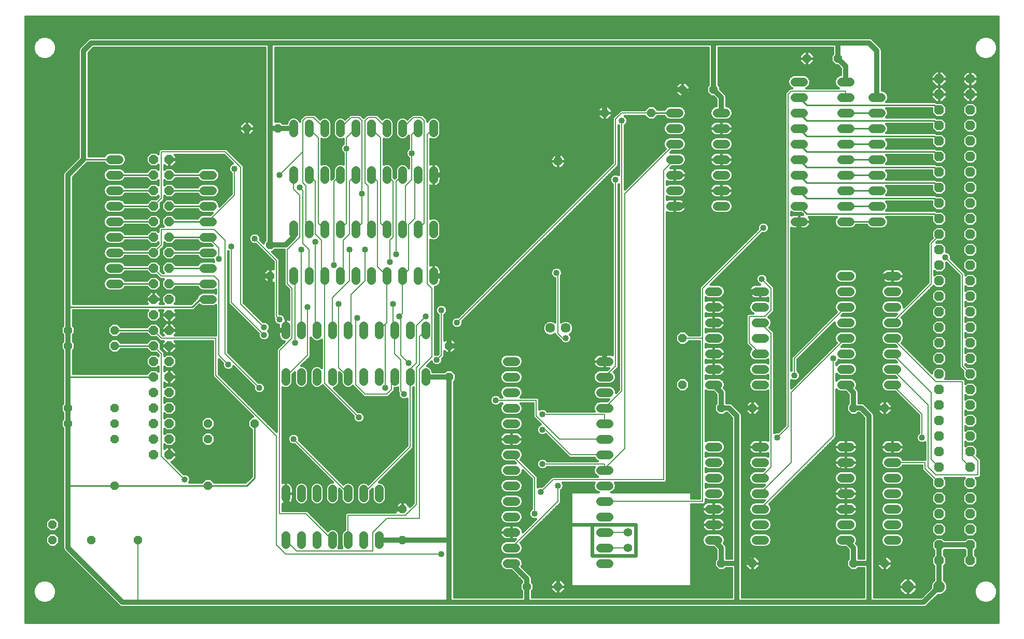
<source format=gtl>
G75*
G70*
%OFA0B0*%
%FSLAX24Y24*%
%IPPOS*%
%LPD*%
%AMOC8*
5,1,8,0,0,1.08239X$1,22.5*
%
%ADD10C,0.0630*%
%ADD11OC8,0.0630*%
%ADD12C,0.0560*%
%ADD13C,0.0560*%
%ADD14OC8,0.0600*%
%ADD15OC8,0.0560*%
%ADD16C,0.0750*%
%ADD17OC8,0.0750*%
%ADD18C,0.0594*%
%ADD19C,0.0634*%
%ADD20C,0.0320*%
%ADD21C,0.0436*%
%ADD22C,0.0080*%
%ADD23C,0.0160*%
%ADD24C,0.0240*%
%ADD25C,0.0400*%
%ADD26C,0.0100*%
D10*
X065848Y042613D03*
D11*
X065848Y041613D03*
X065848Y040613D03*
X065848Y039613D03*
X065848Y038613D03*
X065848Y037613D03*
X065848Y036613D03*
X065848Y035613D03*
X065848Y034613D03*
X065848Y033613D03*
X065848Y032613D03*
X065848Y031613D03*
X065848Y030613D03*
X065848Y029613D03*
X065848Y028613D03*
X065848Y027613D03*
X065848Y026613D03*
X065848Y025613D03*
X065848Y024613D03*
X065848Y023613D03*
X065848Y022613D03*
X065848Y021613D03*
X065848Y020613D03*
X065848Y019613D03*
X065848Y018613D03*
X065848Y017613D03*
X065848Y016613D03*
X065848Y015613D03*
X065848Y014613D03*
X065848Y013613D03*
X065848Y012613D03*
X065848Y011613D03*
X063848Y011613D03*
X063848Y012613D03*
X063848Y013613D03*
X063848Y014613D03*
X063848Y015613D03*
X063848Y016613D03*
X063848Y017613D03*
X063848Y018613D03*
X063848Y019613D03*
X063848Y020613D03*
X063848Y021613D03*
X063848Y022613D03*
X063848Y023613D03*
X063848Y024613D03*
X063848Y025613D03*
X063848Y026613D03*
X063848Y027613D03*
X063848Y028613D03*
X063848Y029613D03*
X063848Y030613D03*
X063848Y031613D03*
X063848Y032613D03*
X063848Y033613D03*
X063848Y034613D03*
X063848Y035613D03*
X063848Y036613D03*
X063848Y037613D03*
X063848Y038613D03*
X063848Y039613D03*
X063848Y040613D03*
X063848Y041613D03*
X063848Y042613D03*
D12*
X060128Y041428D02*
X059568Y041428D01*
X059568Y040428D02*
X060128Y040428D01*
X060128Y039428D02*
X059568Y039428D01*
X059568Y038428D02*
X060128Y038428D01*
X060128Y037428D02*
X059568Y037428D01*
X059568Y036428D02*
X060128Y036428D01*
X060128Y035428D02*
X059568Y035428D01*
X059568Y034428D02*
X060128Y034428D01*
X060128Y033428D02*
X059568Y033428D01*
X058128Y033428D02*
X057568Y033428D01*
X057568Y034428D02*
X058128Y034428D01*
X058128Y035428D02*
X057568Y035428D01*
X057568Y036428D02*
X058128Y036428D01*
X058128Y037428D02*
X057568Y037428D01*
X057568Y038428D02*
X058128Y038428D01*
X058128Y039428D02*
X057568Y039428D01*
X057568Y040428D02*
X058128Y040428D01*
X058128Y041428D02*
X057568Y041428D01*
X057568Y042428D02*
X058128Y042428D01*
X055128Y042428D02*
X054568Y042428D01*
X054568Y041428D02*
X055128Y041428D01*
X055128Y040428D02*
X054568Y040428D01*
X054568Y039428D02*
X055128Y039428D01*
X055128Y038428D02*
X054568Y038428D01*
X054568Y037428D02*
X055128Y037428D01*
X055128Y036428D02*
X054568Y036428D01*
X054568Y035428D02*
X055128Y035428D01*
X055128Y034428D02*
X054568Y034428D01*
X054568Y033428D02*
X055128Y033428D01*
X057568Y029928D02*
X058128Y029928D01*
X058128Y028928D02*
X057568Y028928D01*
X057568Y027928D02*
X058128Y027928D01*
X058128Y026928D02*
X057568Y026928D01*
X057568Y025928D02*
X058128Y025928D01*
X058128Y024928D02*
X057568Y024928D01*
X057568Y023928D02*
X058128Y023928D01*
X058128Y022928D02*
X057568Y022928D01*
X060568Y022928D02*
X061128Y022928D01*
X061128Y023928D02*
X060568Y023928D01*
X060568Y024928D02*
X061128Y024928D01*
X061128Y025928D02*
X060568Y025928D01*
X060568Y026928D02*
X061128Y026928D01*
X061128Y027928D02*
X060568Y027928D01*
X060568Y028928D02*
X061128Y028928D01*
X061128Y029928D02*
X060568Y029928D01*
X052628Y028928D02*
X052068Y028928D01*
X052068Y027928D02*
X052628Y027928D01*
X052628Y026928D02*
X052068Y026928D01*
X052068Y025928D02*
X052628Y025928D01*
X052628Y024928D02*
X052068Y024928D01*
X052068Y023928D02*
X052628Y023928D01*
X052628Y022928D02*
X052068Y022928D01*
X049628Y022928D02*
X049068Y022928D01*
X049068Y023928D02*
X049628Y023928D01*
X049628Y024928D02*
X049068Y024928D01*
X049068Y025928D02*
X049628Y025928D01*
X049628Y026928D02*
X049068Y026928D01*
X049068Y027928D02*
X049628Y027928D01*
X049628Y028928D02*
X049068Y028928D01*
X042628Y024428D02*
X042068Y024428D01*
X042068Y023428D02*
X042628Y023428D01*
X042628Y022428D02*
X042068Y022428D01*
X042068Y021428D02*
X042628Y021428D01*
X042628Y020428D02*
X042068Y020428D01*
X042068Y019428D02*
X042628Y019428D01*
X042628Y018428D02*
X042068Y018428D01*
X042068Y017428D02*
X042628Y017428D01*
X042628Y016428D02*
X042068Y016428D01*
X042068Y015428D02*
X042628Y015428D01*
X042628Y014428D02*
X042068Y014428D01*
X042068Y013428D02*
X042628Y013428D01*
X042628Y012428D02*
X042068Y012428D01*
X042068Y011428D02*
X042628Y011428D01*
X036628Y011428D02*
X036068Y011428D01*
X036068Y012428D02*
X036628Y012428D01*
X036628Y013428D02*
X036068Y013428D01*
X036068Y014428D02*
X036628Y014428D01*
X036628Y015428D02*
X036068Y015428D01*
X036068Y016428D02*
X036628Y016428D01*
X036628Y017428D02*
X036068Y017428D01*
X036068Y018428D02*
X036628Y018428D01*
X036628Y019428D02*
X036068Y019428D01*
X036068Y020428D02*
X036628Y020428D01*
X036628Y021428D02*
X036068Y021428D01*
X036068Y022428D02*
X036628Y022428D01*
X036628Y023428D02*
X036068Y023428D01*
X036068Y024428D02*
X036628Y024428D01*
X030848Y023708D02*
X030848Y023148D01*
X029848Y023148D02*
X029848Y023708D01*
X028848Y023708D02*
X028848Y023148D01*
X027848Y023148D02*
X027848Y023708D01*
X026848Y023708D02*
X026848Y023148D01*
X025848Y023148D02*
X025848Y023708D01*
X024848Y023708D02*
X024848Y023148D01*
X023848Y023148D02*
X023848Y023708D01*
X022848Y023708D02*
X022848Y023148D01*
X021848Y023148D02*
X021848Y023708D01*
X021848Y026148D02*
X021848Y026708D01*
X022848Y026708D02*
X022848Y026148D01*
X023848Y026148D02*
X023848Y026708D01*
X024848Y026708D02*
X024848Y026148D01*
X025848Y026148D02*
X025848Y026708D01*
X026848Y026708D02*
X026848Y026148D01*
X027848Y026148D02*
X027848Y026708D01*
X028848Y026708D02*
X028848Y026148D01*
X029848Y026148D02*
X029848Y026708D01*
X030848Y026708D02*
X030848Y026148D01*
X030348Y029648D02*
X030348Y030208D01*
X029348Y030208D02*
X029348Y029648D01*
X028348Y029648D02*
X028348Y030208D01*
X027348Y030208D02*
X027348Y029648D01*
X026348Y029648D02*
X026348Y030208D01*
X025348Y030208D02*
X025348Y029648D01*
X024348Y029648D02*
X024348Y030208D01*
X023348Y030208D02*
X023348Y029648D01*
X022348Y029648D02*
X022348Y030208D01*
X022348Y032648D02*
X022348Y033208D01*
X023348Y033208D02*
X023348Y032648D01*
X024348Y032648D02*
X024348Y033208D01*
X025348Y033208D02*
X025348Y032648D01*
X026348Y032648D02*
X026348Y033208D01*
X027348Y033208D02*
X027348Y032648D01*
X028348Y032648D02*
X028348Y033208D01*
X029348Y033208D02*
X029348Y032648D01*
X030348Y032648D02*
X030348Y033208D01*
X031348Y033208D02*
X031348Y032648D01*
X031348Y030208D02*
X031348Y029648D01*
X031348Y036148D02*
X031348Y036708D01*
X030348Y036708D02*
X030348Y036148D01*
X029348Y036148D02*
X029348Y036708D01*
X028348Y036708D02*
X028348Y036148D01*
X027348Y036148D02*
X027348Y036708D01*
X026348Y036708D02*
X026348Y036148D01*
X025348Y036148D02*
X025348Y036708D01*
X024348Y036708D02*
X024348Y036148D01*
X023348Y036148D02*
X023348Y036708D01*
X022348Y036708D02*
X022348Y036148D01*
X022348Y039148D02*
X022348Y039708D01*
X023348Y039708D02*
X023348Y039148D01*
X024348Y039148D02*
X024348Y039708D01*
X025348Y039708D02*
X025348Y039148D01*
X026348Y039148D02*
X026348Y039708D01*
X027348Y039708D02*
X027348Y039148D01*
X028348Y039148D02*
X028348Y039708D01*
X029348Y039708D02*
X029348Y039148D01*
X030348Y039148D02*
X030348Y039708D01*
X031348Y039708D02*
X031348Y039148D01*
X017128Y036428D02*
X016568Y036428D01*
X016568Y035428D02*
X017128Y035428D01*
X017128Y034428D02*
X016568Y034428D01*
X016568Y033428D02*
X017128Y033428D01*
X017128Y032428D02*
X016568Y032428D01*
X016568Y031428D02*
X017128Y031428D01*
X017128Y030428D02*
X016568Y030428D01*
X016568Y029428D02*
X017128Y029428D01*
X017128Y028428D02*
X016568Y028428D01*
X011128Y029428D02*
X010568Y029428D01*
X010568Y030428D02*
X011128Y030428D01*
X011128Y031428D02*
X010568Y031428D01*
X010568Y032428D02*
X011128Y032428D01*
X011128Y033428D02*
X010568Y033428D01*
X010568Y034428D02*
X011128Y034428D01*
X011128Y035428D02*
X010568Y035428D01*
X010568Y036428D02*
X011128Y036428D01*
X011128Y037428D02*
X010568Y037428D01*
X021848Y016208D02*
X021848Y015648D01*
X022848Y015648D02*
X022848Y016208D01*
X023848Y016208D02*
X023848Y015648D01*
X024848Y015648D02*
X024848Y016208D01*
X025848Y016208D02*
X025848Y015648D01*
X026848Y015648D02*
X026848Y016208D01*
X027848Y016208D02*
X027848Y015648D01*
X027848Y013208D02*
X027848Y012648D01*
X026848Y012648D02*
X026848Y013208D01*
X025848Y013208D02*
X025848Y012648D01*
X024848Y012648D02*
X024848Y013208D01*
X023848Y013208D02*
X023848Y012648D01*
X022848Y012648D02*
X022848Y013208D01*
X021848Y013208D02*
X021848Y012648D01*
X049068Y012928D02*
X049628Y012928D01*
X049628Y013928D02*
X049068Y013928D01*
X049068Y014928D02*
X049628Y014928D01*
X049628Y015928D02*
X049068Y015928D01*
X049068Y016928D02*
X049628Y016928D01*
X049628Y017928D02*
X049068Y017928D01*
X049068Y018928D02*
X049628Y018928D01*
X052068Y018928D02*
X052628Y018928D01*
X052628Y017928D02*
X052068Y017928D01*
X052068Y016928D02*
X052628Y016928D01*
X052628Y015928D02*
X052068Y015928D01*
X052068Y014928D02*
X052628Y014928D01*
X052628Y013928D02*
X052068Y013928D01*
X052068Y012928D02*
X052628Y012928D01*
X057568Y012928D02*
X058128Y012928D01*
X058128Y013928D02*
X057568Y013928D01*
X057568Y014928D02*
X058128Y014928D01*
X058128Y015928D02*
X057568Y015928D01*
X057568Y016928D02*
X058128Y016928D01*
X058128Y017928D02*
X057568Y017928D01*
X057568Y018928D02*
X058128Y018928D01*
X060568Y018928D02*
X061128Y018928D01*
X061128Y017928D02*
X060568Y017928D01*
X060568Y016928D02*
X061128Y016928D01*
X061128Y015928D02*
X060568Y015928D01*
X060568Y014928D02*
X061128Y014928D01*
X061128Y013928D02*
X060568Y013928D01*
X060568Y012928D02*
X061128Y012928D01*
X050128Y034428D02*
X049568Y034428D01*
X049568Y035428D02*
X050128Y035428D01*
X050128Y036428D02*
X049568Y036428D01*
X049568Y037428D02*
X050128Y037428D01*
X050128Y038428D02*
X049568Y038428D01*
X049568Y039428D02*
X050128Y039428D01*
X050128Y040428D02*
X049568Y040428D01*
X047128Y040428D02*
X046568Y040428D01*
X046568Y039428D02*
X047128Y039428D01*
X047128Y038428D02*
X046568Y038428D01*
X046568Y037428D02*
X047128Y037428D01*
X047128Y036428D02*
X046568Y036428D01*
X046568Y035428D02*
X047128Y035428D01*
X047128Y034428D02*
X046568Y034428D01*
D13*
X043848Y013428D03*
X043848Y012428D03*
D14*
X014348Y018428D03*
X014348Y019428D03*
X014348Y020428D03*
X014348Y021428D03*
X014348Y022428D03*
X014348Y023428D03*
X014348Y024428D03*
X014348Y025428D03*
X014348Y026428D03*
X014348Y027428D03*
X014348Y028428D03*
X014348Y029428D03*
X014348Y030428D03*
X014348Y031428D03*
X014348Y032428D03*
X014348Y033428D03*
X014348Y034428D03*
X014348Y035428D03*
X014348Y036428D03*
X014348Y037428D03*
X013348Y037428D03*
X013348Y036428D03*
X013348Y035428D03*
X013348Y034428D03*
X013348Y033428D03*
X013348Y032428D03*
X013348Y031428D03*
X013348Y030428D03*
X013348Y029428D03*
X013348Y028428D03*
X013348Y027428D03*
X013348Y026428D03*
X013348Y025428D03*
X013348Y024428D03*
X013348Y023428D03*
X013348Y022428D03*
X013348Y021428D03*
X013348Y020428D03*
X013348Y019428D03*
X013348Y018428D03*
D15*
X010848Y019428D03*
X010848Y020428D03*
X010848Y021428D03*
X007848Y021428D03*
X007848Y020428D03*
X010848Y016428D03*
X006848Y013928D03*
X006848Y012928D03*
X009348Y012928D03*
X012348Y012928D03*
X016848Y016428D03*
X016848Y019428D03*
X016848Y020428D03*
X019848Y020428D03*
X010848Y025428D03*
X010848Y026428D03*
X007848Y026428D03*
X007848Y025428D03*
X020848Y029928D03*
X020848Y031928D03*
X021348Y039428D03*
X019348Y039428D03*
X032348Y025428D03*
X032348Y023428D03*
X029348Y014928D03*
X029348Y012928D03*
X037348Y009928D03*
X039348Y009928D03*
X049848Y011428D03*
X051848Y011428D03*
X058348Y011428D03*
X060348Y011428D03*
X060348Y021428D03*
X058348Y021428D03*
X051848Y021428D03*
X049848Y021428D03*
X047348Y022928D03*
X047348Y025928D03*
X045348Y040428D03*
X047348Y041928D03*
X049348Y041928D03*
X055348Y043928D03*
X057348Y043928D03*
X042348Y040428D03*
D16*
X063848Y009928D03*
D17*
X061848Y009928D03*
D18*
X039348Y037318D03*
D19*
X038848Y026568D03*
X039848Y026568D03*
D20*
X041848Y025428D02*
X032848Y025428D01*
X033348Y024928D01*
X033348Y019428D01*
X033348Y013428D01*
X033348Y010928D01*
X032848Y010428D01*
X032848Y009428D01*
X032348Y008928D02*
X032348Y012928D01*
X029348Y012928D01*
X027848Y012928D01*
X029348Y014928D02*
X022348Y014928D01*
X021848Y015428D01*
X021848Y015928D01*
X012348Y008928D02*
X032348Y008928D01*
X037348Y008928D01*
X037348Y009928D01*
X037348Y010428D01*
X036348Y011428D01*
X037348Y008928D02*
X050848Y008928D01*
X050848Y011428D01*
X049848Y011428D01*
X049848Y012428D01*
X049348Y012928D01*
X050848Y011428D02*
X050848Y020928D01*
X050348Y021428D01*
X049848Y021428D01*
X049848Y022428D01*
X049348Y022928D01*
X051348Y023928D02*
X051348Y021428D01*
X051848Y021428D01*
X051348Y021428D02*
X051348Y018928D01*
X051348Y011928D01*
X051848Y011428D01*
X050848Y008928D02*
X059348Y008928D01*
X059348Y011428D01*
X058348Y011428D01*
X058348Y012428D01*
X057848Y012928D01*
X059348Y011428D02*
X059348Y020928D01*
X058848Y021428D01*
X058348Y021428D01*
X058348Y022428D01*
X057848Y022928D01*
X059848Y021428D02*
X060348Y021428D01*
X059848Y021428D02*
X059848Y029428D01*
X059848Y030428D01*
X059348Y030928D01*
X055848Y030928D01*
X054848Y031928D01*
X054848Y033428D01*
X059848Y029428D02*
X060348Y029928D01*
X060848Y029928D01*
X052348Y028928D02*
X051848Y028928D01*
X051348Y028428D01*
X051348Y026928D01*
X051348Y023928D01*
X059848Y021428D02*
X059848Y018928D01*
X059848Y011928D01*
X060348Y011428D01*
X063848Y011613D02*
X063848Y009928D01*
X062848Y008928D01*
X059348Y008928D01*
X063848Y011613D02*
X063848Y012613D01*
X065848Y012613D01*
X065848Y011613D01*
X042348Y024428D02*
X042348Y024928D01*
X041848Y025428D01*
X032848Y025428D02*
X032348Y025428D01*
X032348Y029928D01*
X031348Y029928D01*
X032348Y029928D02*
X032348Y035928D01*
X031848Y036428D01*
X031348Y036428D01*
X039348Y037318D02*
X039348Y039928D01*
X039848Y040428D01*
X042348Y040428D01*
X042348Y041428D01*
X042848Y041928D01*
X047348Y041928D01*
X047848Y041428D01*
X047848Y039428D01*
X047848Y037428D01*
X047848Y036428D01*
X047848Y035428D01*
X047848Y034928D01*
X047348Y034428D01*
X046848Y034428D01*
X049848Y040428D02*
X049848Y041428D01*
X049348Y041928D01*
X049348Y044928D01*
X057348Y044928D01*
X057348Y043928D01*
X057848Y043428D01*
X057848Y042428D01*
X059848Y041428D02*
X059848Y044428D01*
X059348Y044928D01*
X057348Y044928D01*
X049348Y044928D02*
X020848Y044928D01*
X020848Y039428D01*
X021348Y039428D01*
X022348Y039428D01*
X020848Y039428D02*
X020848Y031928D01*
X021848Y031928D01*
X022348Y032428D01*
X022348Y032928D01*
X019348Y030428D02*
X019348Y039428D01*
X020848Y044928D02*
X009348Y044928D01*
X008848Y044428D01*
X008848Y037428D01*
X007848Y036428D01*
X007848Y027928D01*
X007848Y026428D01*
X007848Y025428D01*
X007848Y023428D01*
X007848Y021428D01*
X007848Y020428D01*
X007848Y016428D01*
X007848Y012428D01*
X011348Y008928D01*
X012348Y008928D01*
X030848Y023428D02*
X032348Y023428D01*
X032348Y012928D01*
X021848Y026428D02*
X021348Y026428D01*
X020848Y026928D01*
X020848Y029928D01*
X019848Y029928D01*
X019348Y030428D01*
D21*
X032848Y009428D03*
D22*
X031848Y012028D02*
X021848Y012028D01*
X021248Y012628D01*
X021248Y019628D01*
X017348Y023528D01*
X017348Y025928D01*
X013848Y025928D01*
X013348Y026428D01*
X013348Y025428D02*
X013848Y024928D01*
X013848Y018328D01*
X015348Y016828D01*
X012348Y012928D02*
X012348Y008928D01*
X021848Y012928D02*
X022548Y012228D01*
X027448Y012228D01*
X027448Y013428D01*
X028348Y014328D01*
X030448Y014328D01*
X030448Y023928D01*
X031248Y024728D01*
X031248Y029128D01*
X030948Y029428D01*
X030948Y039028D01*
X031348Y039428D01*
X030748Y039928D02*
X030548Y040128D01*
X030048Y040128D01*
X029348Y039428D01*
X029948Y039028D02*
X030348Y039428D01*
X029948Y039028D02*
X029948Y037828D01*
X029948Y036128D01*
X029548Y035728D01*
X029548Y033128D01*
X029348Y032928D01*
X029748Y033228D02*
X029748Y030328D01*
X029348Y029928D01*
X029348Y027528D01*
X029248Y027428D01*
X029148Y027328D01*
X029248Y027428D02*
X029248Y024828D01*
X029748Y024328D01*
X029848Y023928D02*
X029848Y023428D01*
X029848Y018928D01*
X026848Y015928D01*
X025848Y015928D02*
X022348Y019428D01*
X020148Y022728D02*
X017948Y024928D01*
X017948Y032228D01*
X017248Y032928D01*
X013848Y032928D01*
X013848Y031928D01*
X013348Y031428D01*
X013348Y030428D02*
X013848Y029928D01*
X017248Y029928D01*
X017548Y029628D01*
X017548Y024828D01*
X018148Y024228D01*
X020448Y026128D02*
X018348Y028228D01*
X018348Y031828D01*
X017548Y031728D02*
X017548Y031028D01*
X017548Y031728D02*
X016848Y032428D01*
X016848Y033428D02*
X018548Y035128D01*
X018548Y036828D01*
X018948Y036928D02*
X017948Y037928D01*
X013848Y037928D01*
X013848Y034928D01*
X013348Y034428D01*
X018948Y036928D02*
X018948Y028128D01*
X020448Y026628D01*
X021248Y027328D02*
X021248Y030928D01*
X019848Y032328D01*
X021948Y031628D02*
X022748Y032428D01*
X022748Y035128D01*
X022348Y035528D01*
X022348Y036428D01*
X022948Y035928D02*
X022948Y037928D01*
X021448Y036428D01*
X022748Y035628D02*
X022948Y035428D01*
X022948Y032028D01*
X023348Y031628D01*
X023348Y029928D01*
X022448Y029828D02*
X022448Y025628D01*
X022248Y025928D02*
X022248Y029128D01*
X021948Y029428D01*
X021948Y031628D01*
X022848Y031628D02*
X022848Y026428D01*
X022248Y025928D02*
X021448Y025128D01*
X021448Y014628D01*
X023148Y014628D01*
X024848Y012928D01*
X025848Y012928D02*
X025848Y014528D01*
X029548Y014528D01*
X030248Y015228D01*
X030248Y024028D01*
X030448Y024228D01*
X030448Y026028D01*
X030848Y026428D01*
X030248Y026728D02*
X030248Y024328D01*
X029848Y023928D01*
X029248Y024528D02*
X028848Y024928D01*
X028848Y026428D01*
X028748Y026528D01*
X028748Y028128D01*
X028348Y026928D02*
X028348Y029928D01*
X027748Y030528D01*
X027748Y036028D01*
X027348Y036428D01*
X026948Y035928D02*
X026948Y039928D01*
X027148Y040128D01*
X027648Y040128D01*
X028348Y039428D01*
X027948Y038828D02*
X027948Y033328D01*
X028348Y032928D01*
X028748Y032428D02*
X028748Y036028D01*
X028348Y036428D01*
X028948Y036028D02*
X029348Y036428D01*
X028948Y036028D02*
X028948Y031328D01*
X028548Y030828D02*
X028548Y032228D01*
X028748Y032428D01*
X029748Y033228D02*
X030148Y033628D01*
X030148Y036228D01*
X030348Y036428D01*
X027148Y035728D02*
X026948Y035928D01*
X027148Y035728D02*
X027148Y033128D01*
X027348Y032928D01*
X026748Y033328D02*
X026748Y035228D01*
X026748Y039928D01*
X026548Y040128D01*
X026048Y040128D01*
X025348Y039428D01*
X025748Y038828D02*
X025748Y038128D01*
X025748Y033328D01*
X025348Y032928D01*
X025948Y032628D02*
X025548Y032228D01*
X025548Y030128D01*
X025348Y029928D01*
X025948Y029628D02*
X025948Y031628D01*
X026948Y031628D02*
X026948Y029628D01*
X026048Y028728D01*
X026048Y026628D01*
X025848Y026428D01*
X024848Y026428D02*
X024848Y028528D01*
X025948Y029628D01*
X024948Y030628D02*
X024948Y036028D01*
X025348Y036428D01*
X025948Y036028D02*
X026348Y036428D01*
X025948Y036028D02*
X025948Y032628D01*
X026348Y032928D02*
X026748Y033328D01*
X024348Y032928D02*
X023948Y033328D01*
X023948Y038828D01*
X023348Y039428D01*
X022948Y039928D02*
X023148Y040128D01*
X023648Y040128D01*
X024348Y039428D01*
X022948Y039928D02*
X022948Y037928D01*
X023348Y036428D02*
X023748Y036028D01*
X023748Y032628D01*
X024148Y032228D01*
X024148Y030128D01*
X024348Y029928D01*
X024348Y023028D01*
X026548Y020828D01*
X026948Y022328D02*
X026348Y022928D01*
X026348Y027128D01*
X026448Y027228D01*
X025248Y028128D02*
X025248Y024028D01*
X025848Y023428D01*
X026948Y022328D02*
X028348Y022328D01*
X028648Y022628D01*
X028648Y023228D01*
X028848Y023428D01*
X028248Y022728D02*
X028248Y026828D01*
X027848Y026428D01*
X028248Y026828D02*
X028348Y026928D01*
X030248Y026728D02*
X030848Y027328D01*
X031848Y027728D02*
X031848Y024828D01*
X031548Y024528D01*
X029248Y024528D02*
X029248Y022528D01*
X029448Y022328D01*
X033348Y019428D02*
X036348Y019428D01*
X036348Y018428D02*
X037848Y016928D01*
X037848Y014628D01*
X039348Y015428D02*
X039348Y016428D01*
X039048Y016828D02*
X046148Y016828D01*
X046148Y036728D01*
X046848Y037428D01*
X046848Y038428D02*
X043648Y035228D01*
X043648Y018828D01*
X042348Y017528D01*
X042348Y017428D01*
X042348Y017528D02*
X042348Y017828D01*
X038348Y017828D01*
X039048Y016828D02*
X038248Y016028D01*
X039348Y015428D02*
X036348Y012428D01*
X036348Y013428D02*
X033348Y013428D01*
X038548Y020028D02*
X040148Y018428D01*
X042348Y018428D01*
X042348Y019428D02*
X039448Y019428D01*
X037948Y020928D01*
X037948Y021928D01*
X035348Y021928D01*
X038348Y021028D02*
X042348Y021028D01*
X042348Y020428D01*
X042348Y021428D02*
X043448Y022528D01*
X043448Y039928D01*
X043048Y040028D02*
X043448Y040428D01*
X045348Y040428D01*
X043048Y040028D02*
X043048Y037128D01*
X032848Y026928D01*
X039348Y026228D02*
X039648Y025928D01*
X039848Y025928D01*
X039348Y026228D02*
X039348Y030028D01*
X039248Y030128D01*
X043048Y024128D02*
X042348Y023428D01*
X043048Y024128D02*
X043048Y036128D01*
X046848Y036428D02*
X047848Y036428D01*
X047848Y035428D02*
X049848Y035428D01*
X049848Y037428D02*
X047848Y037428D01*
X047848Y039428D02*
X049848Y039428D01*
X054148Y041628D02*
X054348Y041828D01*
X057848Y041828D01*
X057848Y041428D01*
X054148Y041628D02*
X054148Y020228D01*
X053448Y019528D01*
X052348Y018928D02*
X051348Y018928D01*
X053048Y017628D02*
X053048Y026228D01*
X052348Y026928D01*
X052648Y027328D02*
X051648Y027328D01*
X051648Y025628D01*
X052348Y024928D01*
X051348Y023928D02*
X049348Y023928D01*
X049348Y024928D01*
X048648Y025928D02*
X047348Y025928D01*
X048648Y025928D02*
X048648Y029128D01*
X052548Y033028D01*
X052448Y029728D02*
X053048Y029128D01*
X053048Y027728D01*
X052648Y027328D01*
X051348Y026928D02*
X049348Y026928D01*
X049348Y027928D01*
X048648Y025928D02*
X048648Y015428D01*
X042348Y015428D01*
X042348Y013428D02*
X043848Y013428D01*
X043848Y012428D02*
X042348Y012428D01*
X049348Y013928D02*
X049348Y014928D01*
X052348Y014928D02*
X057048Y019628D01*
X057048Y024628D01*
X057848Y025928D02*
X054348Y022428D01*
X054348Y017928D01*
X052348Y015928D01*
X052348Y016928D02*
X053048Y017628D01*
X057148Y017228D02*
X057148Y016628D01*
X057848Y015928D01*
X057848Y014928D01*
X057148Y017228D02*
X057848Y017928D01*
X057848Y018928D01*
X059848Y018928D02*
X060848Y018928D01*
X060848Y017928D02*
X062948Y017928D01*
X062948Y017528D01*
X063848Y016628D01*
X063848Y016613D01*
X063648Y017128D02*
X066348Y017128D01*
X066348Y018028D01*
X065848Y018528D01*
X065848Y018613D01*
X065348Y018128D02*
X065848Y017628D01*
X065848Y017613D01*
X065348Y018128D02*
X065348Y023128D01*
X063648Y023128D01*
X060848Y025928D01*
X060848Y024928D02*
X063348Y022428D01*
X063348Y018128D01*
X063848Y017628D01*
X063848Y017613D01*
X063648Y017128D02*
X063148Y017628D01*
X063148Y021628D01*
X060848Y023928D01*
X060848Y022928D02*
X062748Y021028D01*
X062748Y019528D01*
X065848Y023613D02*
X065848Y023628D01*
X065348Y024128D01*
X065348Y030028D01*
X064248Y031128D01*
X063348Y032028D02*
X063848Y032528D01*
X063848Y032613D01*
X063348Y032028D02*
X063348Y029428D01*
X060848Y026928D01*
X057848Y027928D02*
X054548Y024628D01*
X054548Y023528D01*
X038548Y020028D02*
X038348Y020028D01*
X023848Y026428D02*
X023748Y026528D01*
X023748Y032128D01*
X023348Y032928D02*
X023148Y033128D01*
X023148Y035728D01*
X022948Y035928D01*
X025748Y038828D02*
X026348Y039428D01*
X027348Y039428D02*
X027948Y038828D01*
X030748Y039928D02*
X030748Y033328D01*
X030348Y032928D01*
X023248Y027928D02*
X023248Y024828D01*
X021848Y023428D01*
X021448Y027128D02*
X021248Y027328D01*
X022448Y029828D02*
X022348Y029928D01*
D23*
X005128Y046618D02*
X005128Y007608D01*
X067660Y007608D01*
X067660Y046618D01*
X005128Y046618D01*
X005128Y046588D02*
X067660Y046588D01*
X067660Y046430D02*
X005128Y046430D01*
X005128Y046271D02*
X067660Y046271D01*
X067660Y046113D02*
X005128Y046113D01*
X005128Y045954D02*
X067660Y045954D01*
X067660Y045796D02*
X005128Y045796D01*
X005128Y045637D02*
X067660Y045637D01*
X067660Y045478D02*
X005128Y045478D01*
X005128Y045320D02*
X006147Y045320D01*
X006203Y045343D02*
X005934Y045232D01*
X005729Y045027D01*
X005618Y044758D01*
X005618Y044468D01*
X005729Y044200D01*
X005934Y043994D01*
X006203Y043883D01*
X006493Y043883D01*
X006761Y043994D01*
X006967Y044200D01*
X007078Y044468D01*
X007078Y044758D01*
X006967Y045027D01*
X006761Y045232D01*
X006493Y045343D01*
X006203Y045343D01*
X006549Y045320D02*
X066647Y045320D01*
X066703Y045343D02*
X066434Y045232D01*
X066229Y045027D01*
X066118Y044758D01*
X066118Y044468D01*
X066229Y044200D01*
X066434Y043994D01*
X066703Y043883D01*
X066993Y043883D01*
X067261Y043994D01*
X067467Y044200D01*
X067578Y044468D01*
X067578Y044758D01*
X067467Y045027D01*
X067261Y045232D01*
X066993Y045343D01*
X066703Y045343D01*
X067049Y045320D02*
X067660Y045320D01*
X067660Y045161D02*
X067332Y045161D01*
X067477Y045003D02*
X067660Y045003D01*
X067660Y044844D02*
X067542Y044844D01*
X067578Y044686D02*
X067660Y044686D01*
X067660Y044527D02*
X067578Y044527D01*
X067537Y044369D02*
X067660Y044369D01*
X067660Y044210D02*
X067471Y044210D01*
X067319Y044052D02*
X067660Y044052D01*
X067660Y043893D02*
X067017Y043893D01*
X066679Y043893D02*
X060168Y043893D01*
X060168Y043734D02*
X067660Y043734D01*
X067660Y043576D02*
X060168Y043576D01*
X060168Y043417D02*
X067660Y043417D01*
X067660Y043259D02*
X060168Y043259D01*
X060168Y043100D02*
X063635Y043100D01*
X063643Y043108D02*
X063353Y042818D01*
X063353Y042623D01*
X063838Y042623D01*
X063838Y043108D01*
X063643Y043108D01*
X063838Y043100D02*
X063858Y043100D01*
X063858Y043108D02*
X064053Y043108D01*
X064343Y042818D01*
X064343Y042623D01*
X063858Y042623D01*
X063858Y042603D01*
X064343Y042603D01*
X064343Y042408D01*
X064053Y042118D01*
X063858Y042118D01*
X063858Y042603D01*
X063838Y042603D01*
X063838Y042118D01*
X063643Y042118D01*
X063353Y042408D01*
X063353Y042603D01*
X063838Y042603D01*
X063838Y042623D01*
X063858Y042623D01*
X063858Y043108D01*
X063858Y042942D02*
X063838Y042942D01*
X063838Y042783D02*
X063858Y042783D01*
X063858Y042625D02*
X063838Y042625D01*
X063838Y042466D02*
X063858Y042466D01*
X063858Y042308D02*
X063838Y042308D01*
X063838Y042149D02*
X063858Y042149D01*
X063858Y042108D02*
X064053Y042108D01*
X064343Y041818D01*
X064343Y041623D01*
X063858Y041623D01*
X063858Y041603D01*
X064343Y041603D01*
X064343Y041408D01*
X064053Y041118D01*
X063858Y041118D01*
X063858Y041603D01*
X063838Y041603D01*
X063838Y041118D01*
X063643Y041118D01*
X063353Y041408D01*
X063353Y041603D01*
X063838Y041603D01*
X063838Y041623D01*
X063838Y042108D01*
X063643Y042108D01*
X063353Y041818D01*
X063353Y041623D01*
X063838Y041623D01*
X063858Y041623D01*
X063858Y042108D01*
X063858Y041990D02*
X063838Y041990D01*
X063838Y041832D02*
X063858Y041832D01*
X063858Y041673D02*
X063838Y041673D01*
X063838Y041515D02*
X063858Y041515D01*
X063858Y041356D02*
X063838Y041356D01*
X063838Y041198D02*
X063858Y041198D01*
X064045Y041088D02*
X063670Y041088D01*
X063620Y041138D01*
X063446Y041138D01*
X060460Y041138D01*
X060501Y041179D01*
X060568Y041340D01*
X060568Y041516D01*
X060501Y041677D01*
X060377Y041801D01*
X060215Y041868D01*
X060168Y041868D01*
X060168Y044364D01*
X060168Y044492D01*
X060119Y044609D01*
X059619Y045109D01*
X059529Y045199D01*
X059412Y045248D01*
X057412Y045248D01*
X057284Y045248D01*
X049412Y045248D01*
X020784Y045248D01*
X009284Y045248D01*
X009167Y045199D01*
X009077Y045109D01*
X008577Y044609D01*
X008528Y044492D01*
X008528Y044364D01*
X008528Y037561D01*
X007577Y036609D01*
X007528Y036492D01*
X007528Y036364D01*
X007528Y027864D01*
X007528Y026730D01*
X007408Y026610D01*
X007408Y026246D01*
X007528Y026126D01*
X007528Y025730D01*
X007408Y025610D01*
X007408Y025246D01*
X007528Y025126D01*
X007528Y023364D01*
X007528Y021730D01*
X007408Y021610D01*
X007408Y021246D01*
X007528Y021126D01*
X007528Y020730D01*
X007408Y020610D01*
X007408Y020246D01*
X007528Y020126D01*
X007528Y016364D01*
X007528Y012364D01*
X007577Y012247D01*
X007667Y012157D01*
X011167Y008657D01*
X011284Y008608D01*
X011412Y008608D01*
X012284Y008608D01*
X032284Y008608D01*
X032412Y008608D01*
X037284Y008608D01*
X050784Y008608D01*
X059284Y008608D01*
X062912Y008608D01*
X063029Y008657D01*
X063119Y008747D01*
X063765Y009393D01*
X063954Y009393D01*
X064151Y009474D01*
X064301Y009625D01*
X064383Y009822D01*
X064383Y010034D01*
X064301Y010231D01*
X064168Y010365D01*
X064168Y011261D01*
X064323Y011416D01*
X064323Y011810D01*
X064168Y011965D01*
X064168Y012261D01*
X064200Y012293D01*
X065496Y012293D01*
X065528Y012261D01*
X065528Y011965D01*
X065373Y011810D01*
X065373Y011416D01*
X065651Y011138D01*
X066045Y011138D01*
X066323Y011416D01*
X066323Y011810D01*
X066168Y011965D01*
X066168Y012261D01*
X066323Y012416D01*
X066323Y012810D01*
X066045Y013088D01*
X065651Y013088D01*
X065496Y012933D01*
X064200Y012933D01*
X064045Y013088D01*
X063651Y013088D01*
X063373Y012810D01*
X063373Y012416D01*
X063528Y012261D01*
X063528Y011965D01*
X063373Y011810D01*
X063373Y011416D01*
X063528Y011261D01*
X063528Y010365D01*
X063394Y010231D01*
X063313Y010034D01*
X063313Y009846D01*
X062715Y009248D01*
X059668Y009248D01*
X059668Y011364D01*
X059668Y011492D01*
X059668Y020992D01*
X059619Y021109D01*
X059529Y021199D01*
X059119Y021609D01*
X059119Y021609D01*
X059029Y021699D01*
X058912Y021748D01*
X058668Y021748D01*
X058668Y022364D01*
X058668Y022492D01*
X058619Y022609D01*
X058515Y022713D01*
X058568Y022840D01*
X058568Y023016D01*
X058501Y023177D01*
X058377Y023301D01*
X058215Y023368D01*
X057480Y023368D01*
X057319Y023301D01*
X057248Y023230D01*
X057248Y023626D01*
X057319Y023555D01*
X057480Y023488D01*
X058215Y023488D01*
X058377Y023555D01*
X058501Y023679D01*
X058568Y023840D01*
X058568Y024016D01*
X058501Y024177D01*
X058377Y024301D01*
X058215Y024368D01*
X057480Y024368D01*
X057319Y024301D01*
X057248Y024230D01*
X057248Y024321D01*
X057252Y024323D01*
X057353Y024424D01*
X057394Y024524D01*
X057480Y024488D01*
X058215Y024488D01*
X058377Y024555D01*
X058501Y024679D01*
X058568Y024840D01*
X058568Y025016D01*
X058501Y025177D01*
X058377Y025301D01*
X058215Y025368D01*
X057571Y025368D01*
X057691Y025488D01*
X058215Y025488D01*
X058377Y025555D01*
X058501Y025679D01*
X058568Y025840D01*
X058568Y026016D01*
X058501Y026177D01*
X058377Y026301D01*
X058215Y026368D01*
X057480Y026368D01*
X057319Y026301D01*
X057195Y026177D01*
X057128Y026016D01*
X057128Y025840D01*
X057195Y025679D01*
X057255Y025618D01*
X054348Y022711D01*
X054348Y023221D01*
X054476Y023168D01*
X054619Y023168D01*
X054752Y023223D01*
X054853Y023324D01*
X054908Y023456D01*
X054908Y023600D01*
X054853Y023732D01*
X054752Y023833D01*
X054748Y023835D01*
X054748Y024545D01*
X057128Y026925D01*
X057128Y026840D01*
X057195Y026679D01*
X057319Y026555D01*
X057480Y026488D01*
X058215Y026488D01*
X058377Y026555D01*
X058501Y026679D01*
X058568Y026840D01*
X058568Y027016D01*
X058501Y027177D01*
X058377Y027301D01*
X058215Y027368D01*
X057571Y027368D01*
X057691Y027488D01*
X058215Y027488D01*
X058377Y027555D01*
X058501Y027679D01*
X058568Y027840D01*
X058568Y028016D01*
X058501Y028177D01*
X058377Y028301D01*
X058215Y028368D01*
X057480Y028368D01*
X057319Y028301D01*
X057195Y028177D01*
X057128Y028016D01*
X057128Y027840D01*
X057195Y027679D01*
X057255Y027618D01*
X054465Y024828D01*
X054348Y024711D01*
X054348Y023835D01*
X054348Y023835D01*
X054348Y033024D01*
X054391Y033002D01*
X054460Y032979D01*
X054532Y032968D01*
X054848Y032968D01*
X055164Y032968D01*
X055236Y032979D01*
X055304Y033002D01*
X055369Y033035D01*
X055428Y033077D01*
X055479Y033128D01*
X055521Y033187D01*
X055554Y033251D01*
X055576Y033320D01*
X055588Y033392D01*
X055588Y033428D01*
X055588Y033464D01*
X055576Y033536D01*
X055554Y033605D01*
X055521Y033669D01*
X055486Y033718D01*
X057236Y033718D01*
X057195Y033677D01*
X057128Y033516D01*
X057128Y033340D01*
X057195Y033179D01*
X057319Y033055D01*
X057480Y032988D01*
X058215Y032988D01*
X058377Y033055D01*
X058501Y033179D01*
X058517Y033218D01*
X059179Y033218D01*
X059195Y033179D01*
X059319Y033055D01*
X059480Y032988D01*
X060215Y032988D01*
X060377Y033055D01*
X060501Y033179D01*
X060568Y033340D01*
X060568Y033516D01*
X060501Y033677D01*
X060460Y033718D01*
X063373Y033718D01*
X063373Y033416D01*
X063651Y033138D01*
X064045Y033138D01*
X064323Y033416D01*
X064323Y033810D01*
X064045Y034088D01*
X063670Y034088D01*
X063620Y034138D01*
X063446Y034138D01*
X060460Y034138D01*
X060501Y034179D01*
X060568Y034340D01*
X060568Y034516D01*
X060501Y034677D01*
X060460Y034718D01*
X063373Y034718D01*
X063373Y034416D01*
X063651Y034138D01*
X064045Y034138D01*
X064323Y034416D01*
X064323Y034810D01*
X064045Y035088D01*
X063670Y035088D01*
X063620Y035138D01*
X063446Y035138D01*
X060460Y035138D01*
X060501Y035179D01*
X060568Y035340D01*
X060568Y035516D01*
X060501Y035677D01*
X060460Y035718D01*
X063373Y035718D01*
X063373Y035416D01*
X063651Y035138D01*
X064045Y035138D01*
X064323Y035416D01*
X064323Y035810D01*
X064045Y036088D01*
X063670Y036088D01*
X063620Y036138D01*
X063446Y036138D01*
X060460Y036138D01*
X060501Y036179D01*
X060568Y036340D01*
X060568Y036516D01*
X060501Y036677D01*
X060460Y036718D01*
X063373Y036718D01*
X063373Y036416D01*
X063651Y036138D01*
X064045Y036138D01*
X064323Y036416D01*
X064323Y036810D01*
X064045Y037088D01*
X063670Y037088D01*
X063620Y037138D01*
X063446Y037138D01*
X060460Y037138D01*
X060501Y037179D01*
X060568Y037340D01*
X060568Y037516D01*
X060501Y037677D01*
X060460Y037718D01*
X063373Y037718D01*
X063373Y037416D01*
X063651Y037138D01*
X064045Y037138D01*
X064323Y037416D01*
X064323Y037810D01*
X064045Y038088D01*
X063670Y038088D01*
X063620Y038138D01*
X063446Y038138D01*
X060460Y038138D01*
X060501Y038179D01*
X060568Y038340D01*
X060568Y038516D01*
X060501Y038677D01*
X060460Y038718D01*
X063373Y038718D01*
X063373Y038416D01*
X063651Y038138D01*
X064045Y038138D01*
X064323Y038416D01*
X064323Y038810D01*
X064045Y039088D01*
X063670Y039088D01*
X063620Y039138D01*
X060460Y039138D01*
X060501Y039179D01*
X060568Y039340D01*
X060568Y039516D01*
X060501Y039677D01*
X060460Y039718D01*
X063373Y039718D01*
X063373Y039416D01*
X063651Y039138D01*
X064045Y039138D01*
X064323Y039416D01*
X064323Y039810D01*
X064045Y040088D01*
X065651Y040088D01*
X065373Y039810D01*
X065373Y039416D01*
X065651Y039138D01*
X066045Y039138D01*
X066323Y039416D01*
X066323Y039810D01*
X066045Y040088D01*
X067660Y040088D01*
X067660Y040246D02*
X066153Y040246D01*
X066045Y040138D02*
X066323Y040416D01*
X066323Y040810D01*
X066045Y041088D01*
X065651Y041088D01*
X065373Y040810D01*
X065373Y040416D01*
X065651Y040138D01*
X066045Y040138D01*
X066045Y040088D02*
X065651Y040088D01*
X065543Y040246D02*
X064153Y040246D01*
X064045Y040138D02*
X064323Y040416D01*
X064323Y040810D01*
X064045Y041088D01*
X064093Y041039D02*
X065602Y041039D01*
X065643Y041118D02*
X065838Y041118D01*
X065838Y041603D01*
X065858Y041603D01*
X065858Y041623D01*
X066343Y041623D01*
X066343Y041818D01*
X066053Y042108D01*
X065858Y042108D01*
X065858Y041623D01*
X065838Y041623D01*
X065838Y042108D01*
X065643Y042108D01*
X065353Y041818D01*
X065353Y041623D01*
X065838Y041623D01*
X065838Y041603D01*
X065353Y041603D01*
X065353Y041408D01*
X065643Y041118D01*
X065563Y041198D02*
X064133Y041198D01*
X064291Y041356D02*
X065405Y041356D01*
X065353Y041515D02*
X064343Y041515D01*
X064343Y041673D02*
X065353Y041673D01*
X065367Y041832D02*
X064329Y041832D01*
X064170Y041990D02*
X065525Y041990D01*
X065588Y042190D02*
X065658Y042154D01*
X065732Y042130D01*
X065809Y042118D01*
X065838Y042118D01*
X065838Y042603D01*
X065858Y042603D01*
X065858Y042623D01*
X066343Y042623D01*
X066343Y042652D01*
X066331Y042729D01*
X066307Y042803D01*
X066271Y042872D01*
X066225Y042936D01*
X066170Y042991D01*
X066107Y043036D01*
X066038Y043072D01*
X065964Y043096D01*
X065887Y043108D01*
X065858Y043108D01*
X065858Y042623D01*
X065838Y042623D01*
X065838Y043108D01*
X065809Y043108D01*
X065732Y043096D01*
X065658Y043072D01*
X065588Y043036D01*
X065525Y042991D01*
X065470Y042936D01*
X065424Y042872D01*
X065389Y042803D01*
X065365Y042729D01*
X065353Y042652D01*
X065353Y042623D01*
X065838Y042623D01*
X065838Y042603D01*
X065353Y042603D01*
X065353Y042574D01*
X065365Y042497D01*
X065389Y042423D01*
X065424Y042354D01*
X065470Y042291D01*
X065525Y042236D01*
X065588Y042190D01*
X065674Y042149D02*
X064084Y042149D01*
X064242Y042308D02*
X065458Y042308D01*
X065375Y042466D02*
X064343Y042466D01*
X064343Y042625D02*
X065353Y042625D01*
X065383Y042783D02*
X064343Y042783D01*
X064219Y042942D02*
X065477Y042942D01*
X065760Y043100D02*
X064061Y043100D01*
X063477Y042942D02*
X060168Y042942D01*
X060168Y042783D02*
X063353Y042783D01*
X063353Y042625D02*
X060168Y042625D01*
X060168Y042466D02*
X063353Y042466D01*
X063453Y042308D02*
X060168Y042308D01*
X060168Y042149D02*
X063612Y042149D01*
X063525Y041990D02*
X060168Y041990D01*
X060302Y041832D02*
X063367Y041832D01*
X063353Y041673D02*
X060502Y041673D01*
X060568Y041515D02*
X063353Y041515D01*
X063405Y041356D02*
X060568Y041356D01*
X060509Y041198D02*
X063563Y041198D01*
X063373Y040718D02*
X063373Y040416D01*
X063651Y040138D01*
X064045Y040138D01*
X064045Y040088D02*
X063670Y040088D01*
X063620Y040138D01*
X063446Y040138D01*
X060460Y040138D01*
X060501Y040179D01*
X060568Y040340D01*
X060568Y040516D01*
X060501Y040677D01*
X060460Y040718D01*
X063373Y040718D01*
X063373Y040564D02*
X060548Y040564D01*
X060568Y040405D02*
X063384Y040405D01*
X063543Y040246D02*
X060529Y040246D01*
X060528Y039612D02*
X063373Y039612D01*
X063373Y039454D02*
X060568Y039454D01*
X060549Y039295D02*
X063494Y039295D01*
X063621Y039137D02*
X067660Y039137D01*
X067660Y039295D02*
X066202Y039295D01*
X066323Y039454D02*
X067660Y039454D01*
X067660Y039612D02*
X066323Y039612D01*
X066323Y039771D02*
X067660Y039771D01*
X067660Y039929D02*
X066203Y039929D01*
X066312Y040405D02*
X067660Y040405D01*
X067660Y040564D02*
X066323Y040564D01*
X066323Y040722D02*
X067660Y040722D01*
X067660Y040881D02*
X066252Y040881D01*
X066093Y041039D02*
X067660Y041039D01*
X067660Y041198D02*
X066133Y041198D01*
X066053Y041118D02*
X066343Y041408D01*
X066343Y041603D01*
X065858Y041603D01*
X065858Y041118D01*
X066053Y041118D01*
X065858Y041198D02*
X065838Y041198D01*
X065838Y041356D02*
X065858Y041356D01*
X065858Y041515D02*
X065838Y041515D01*
X065838Y041673D02*
X065858Y041673D01*
X065858Y041832D02*
X065838Y041832D01*
X065838Y041990D02*
X065858Y041990D01*
X065858Y042118D02*
X065887Y042118D01*
X065964Y042130D01*
X066038Y042154D01*
X066107Y042190D01*
X066170Y042236D01*
X066225Y042291D01*
X066271Y042354D01*
X066307Y042423D01*
X066331Y042497D01*
X066343Y042574D01*
X066343Y042603D01*
X065858Y042603D01*
X065858Y042118D01*
X065858Y042149D02*
X065838Y042149D01*
X065838Y042308D02*
X065858Y042308D01*
X065858Y042466D02*
X065838Y042466D01*
X065838Y042625D02*
X065858Y042625D01*
X065858Y042783D02*
X065838Y042783D01*
X065838Y042942D02*
X065858Y042942D01*
X065858Y043100D02*
X065838Y043100D01*
X065936Y043100D02*
X067660Y043100D01*
X067660Y042942D02*
X066219Y042942D01*
X066313Y042783D02*
X067660Y042783D01*
X067660Y042625D02*
X066343Y042625D01*
X066321Y042466D02*
X067660Y042466D01*
X067660Y042308D02*
X066238Y042308D01*
X066021Y042149D02*
X067660Y042149D01*
X067660Y041990D02*
X066170Y041990D01*
X066329Y041832D02*
X067660Y041832D01*
X067660Y041673D02*
X066343Y041673D01*
X066343Y041515D02*
X067660Y041515D01*
X067660Y041356D02*
X066291Y041356D01*
X065444Y040881D02*
X064252Y040881D01*
X064323Y040722D02*
X065373Y040722D01*
X065373Y040564D02*
X064323Y040564D01*
X064312Y040405D02*
X065384Y040405D01*
X065492Y039929D02*
X064203Y039929D01*
X064323Y039771D02*
X065373Y039771D01*
X065373Y039612D02*
X064323Y039612D01*
X064323Y039454D02*
X065373Y039454D01*
X065494Y039295D02*
X064202Y039295D01*
X064154Y038978D02*
X065541Y038978D01*
X065651Y039088D02*
X065373Y038810D01*
X065373Y038416D01*
X065651Y038138D01*
X066045Y038138D01*
X066323Y038416D01*
X066323Y038810D01*
X066045Y039088D01*
X065651Y039088D01*
X065383Y038820D02*
X064313Y038820D01*
X064323Y038661D02*
X065373Y038661D01*
X065373Y038503D02*
X064323Y038503D01*
X064251Y038344D02*
X065445Y038344D01*
X065604Y038185D02*
X064092Y038185D01*
X064106Y038027D02*
X065590Y038027D01*
X065651Y038088D02*
X065373Y037810D01*
X065373Y037416D01*
X065651Y037138D01*
X066045Y037138D01*
X066323Y037416D01*
X066323Y037810D01*
X066045Y038088D01*
X065651Y038088D01*
X065431Y037868D02*
X064264Y037868D01*
X064323Y037710D02*
X065373Y037710D01*
X065373Y037551D02*
X064323Y037551D01*
X064299Y037393D02*
X065396Y037393D01*
X065555Y037234D02*
X064141Y037234D01*
X064057Y037076D02*
X065639Y037076D01*
X065651Y037088D02*
X065373Y036810D01*
X065373Y036416D01*
X065651Y036138D01*
X066045Y036138D01*
X066323Y036416D01*
X066323Y036810D01*
X066045Y037088D01*
X065651Y037088D01*
X065480Y036917D02*
X064216Y036917D01*
X064323Y036759D02*
X065373Y036759D01*
X065373Y036600D02*
X064323Y036600D01*
X064323Y036441D02*
X065373Y036441D01*
X065506Y036283D02*
X064189Y036283D01*
X064167Y035966D02*
X065529Y035966D01*
X065651Y036088D02*
X065373Y035810D01*
X065373Y035416D01*
X065651Y035138D01*
X066045Y035138D01*
X066323Y035416D01*
X066323Y035810D01*
X066045Y036088D01*
X065651Y036088D01*
X065373Y035807D02*
X064323Y035807D01*
X064323Y035649D02*
X065373Y035649D01*
X065373Y035490D02*
X064323Y035490D01*
X064238Y035332D02*
X065458Y035332D01*
X065616Y035173D02*
X064080Y035173D01*
X064118Y035015D02*
X065578Y035015D01*
X065651Y035088D02*
X065373Y034810D01*
X065373Y034416D01*
X065651Y034138D01*
X066045Y034138D01*
X066323Y034416D01*
X066323Y034810D01*
X066045Y035088D01*
X065651Y035088D01*
X065419Y034856D02*
X064277Y034856D01*
X064323Y034697D02*
X065373Y034697D01*
X065373Y034539D02*
X064323Y034539D01*
X064287Y034380D02*
X065409Y034380D01*
X065567Y034222D02*
X064128Y034222D01*
X064069Y034063D02*
X065626Y034063D01*
X065651Y034088D02*
X065373Y033810D01*
X065373Y033416D01*
X065651Y033138D01*
X066045Y033138D01*
X066323Y033416D01*
X066323Y033810D01*
X066045Y034088D01*
X065651Y034088D01*
X065468Y033905D02*
X064228Y033905D01*
X064323Y033746D02*
X065373Y033746D01*
X065373Y033588D02*
X064323Y033588D01*
X064323Y033429D02*
X065373Y033429D01*
X065519Y033271D02*
X064177Y033271D01*
X064045Y033088D02*
X063651Y033088D01*
X063373Y032810D01*
X063373Y032416D01*
X063413Y032376D01*
X063148Y032111D01*
X063148Y031945D01*
X063148Y029511D01*
X061568Y027931D01*
X061568Y028016D01*
X061501Y028177D01*
X061377Y028301D01*
X061215Y028368D01*
X060480Y028368D01*
X060319Y028301D01*
X060195Y028177D01*
X060128Y028016D01*
X060128Y027840D01*
X060195Y027679D01*
X060319Y027555D01*
X060480Y027488D01*
X061125Y027488D01*
X061005Y027368D01*
X060480Y027368D01*
X060319Y027301D01*
X060195Y027177D01*
X060128Y027016D01*
X060128Y026840D01*
X060195Y026679D01*
X060319Y026555D01*
X060480Y026488D01*
X061215Y026488D01*
X061377Y026555D01*
X061501Y026679D01*
X061568Y026840D01*
X061568Y027016D01*
X061501Y027177D01*
X061440Y027238D01*
X063431Y029228D01*
X063496Y029293D01*
X063651Y029138D01*
X064045Y029138D01*
X064323Y029416D01*
X064323Y029810D01*
X064045Y030088D01*
X063651Y030088D01*
X063548Y029985D01*
X063548Y030241D01*
X063651Y030138D01*
X064045Y030138D01*
X064323Y030416D01*
X064323Y030769D01*
X064323Y030770D01*
X065148Y029945D01*
X065148Y024211D01*
X065148Y024045D01*
X065378Y023815D01*
X065373Y023810D01*
X065373Y023416D01*
X065651Y023138D01*
X066045Y023138D01*
X066323Y023416D01*
X066323Y023810D01*
X066045Y024088D01*
X065671Y024088D01*
X065548Y024211D01*
X065548Y024241D01*
X065651Y024138D01*
X066045Y024138D01*
X066323Y024416D01*
X066323Y024810D01*
X066045Y025088D01*
X065651Y025088D01*
X065548Y024985D01*
X065548Y025241D01*
X065651Y025138D01*
X066045Y025138D01*
X066323Y025416D01*
X066323Y025810D01*
X066045Y026088D01*
X065651Y026088D01*
X065548Y025985D01*
X065548Y026241D01*
X065651Y026138D01*
X066045Y026138D01*
X066323Y026416D01*
X066323Y026810D01*
X066045Y027088D01*
X065651Y027088D01*
X065548Y026985D01*
X065548Y027241D01*
X065651Y027138D01*
X066045Y027138D01*
X066323Y027416D01*
X066323Y027810D01*
X066045Y028088D01*
X065651Y028088D01*
X065548Y027985D01*
X065548Y028241D01*
X065651Y028138D01*
X066045Y028138D01*
X066323Y028416D01*
X066323Y028810D01*
X066045Y029088D01*
X065651Y029088D01*
X065548Y028985D01*
X065548Y029241D01*
X065651Y029138D01*
X066045Y029138D01*
X066323Y029416D01*
X066323Y029810D01*
X066045Y030088D01*
X065651Y030088D01*
X065548Y029985D01*
X065548Y030111D01*
X065431Y030228D01*
X065431Y030228D01*
X064606Y031052D01*
X064608Y031056D01*
X064608Y031200D01*
X064553Y031332D01*
X064452Y031433D01*
X064323Y031487D01*
X064323Y031810D01*
X064045Y032088D01*
X063691Y032088D01*
X063741Y032138D01*
X064045Y032138D01*
X064323Y032416D01*
X064323Y032810D01*
X064045Y033088D01*
X064179Y032954D02*
X065517Y032954D01*
X065651Y033088D02*
X065373Y032810D01*
X065373Y032416D01*
X065651Y032138D01*
X066045Y032138D01*
X066323Y032416D01*
X066323Y032810D01*
X066045Y033088D01*
X065651Y033088D01*
X065373Y032795D02*
X064323Y032795D01*
X064323Y032636D02*
X065373Y032636D01*
X065373Y032478D02*
X064323Y032478D01*
X064226Y032319D02*
X065470Y032319D01*
X065628Y032161D02*
X064067Y032161D01*
X064130Y032002D02*
X065565Y032002D01*
X065651Y032088D02*
X065373Y031810D01*
X065373Y031416D01*
X065651Y031138D01*
X066045Y031138D01*
X066323Y031416D01*
X066323Y031810D01*
X066045Y032088D01*
X065651Y032088D01*
X065407Y031844D02*
X064289Y031844D01*
X064323Y031685D02*
X065373Y031685D01*
X065373Y031527D02*
X064323Y031527D01*
X064517Y031368D02*
X065421Y031368D01*
X065580Y031210D02*
X064604Y031210D01*
X064608Y031051D02*
X065614Y031051D01*
X065651Y031088D02*
X065373Y030810D01*
X065373Y030416D01*
X065651Y030138D01*
X066045Y030138D01*
X066323Y030416D01*
X066323Y030810D01*
X066045Y031088D01*
X065651Y031088D01*
X065456Y030892D02*
X064766Y030892D01*
X064925Y030734D02*
X065373Y030734D01*
X065373Y030575D02*
X065083Y030575D01*
X065242Y030417D02*
X065373Y030417D01*
X065400Y030258D02*
X065531Y030258D01*
X065548Y030100D02*
X067660Y030100D01*
X067660Y030258D02*
X066165Y030258D01*
X066323Y030417D02*
X067660Y030417D01*
X067660Y030575D02*
X066323Y030575D01*
X066323Y030734D02*
X067660Y030734D01*
X067660Y030892D02*
X066240Y030892D01*
X066082Y031051D02*
X067660Y031051D01*
X067660Y031210D02*
X066116Y031210D01*
X066275Y031368D02*
X067660Y031368D01*
X067660Y031527D02*
X066323Y031527D01*
X066323Y031685D02*
X067660Y031685D01*
X067660Y031844D02*
X066289Y031844D01*
X066130Y032002D02*
X067660Y032002D01*
X067660Y032161D02*
X066067Y032161D01*
X066226Y032319D02*
X067660Y032319D01*
X067660Y032478D02*
X066323Y032478D01*
X066323Y032636D02*
X067660Y032636D01*
X067660Y032795D02*
X066323Y032795D01*
X066179Y032954D02*
X067660Y032954D01*
X067660Y033112D02*
X060434Y033112D01*
X060539Y033271D02*
X063519Y033271D01*
X063373Y033429D02*
X060568Y033429D01*
X060538Y033588D02*
X063373Y033588D01*
X063517Y032954D02*
X054348Y032954D01*
X054348Y032795D02*
X063373Y032795D01*
X063373Y032636D02*
X054348Y032636D01*
X054348Y032478D02*
X063373Y032478D01*
X063356Y032319D02*
X054348Y032319D01*
X054348Y032161D02*
X063198Y032161D01*
X063148Y032002D02*
X054348Y032002D01*
X054348Y031844D02*
X063148Y031844D01*
X063148Y031685D02*
X054348Y031685D01*
X054348Y031527D02*
X063148Y031527D01*
X063148Y031368D02*
X054348Y031368D01*
X054348Y031210D02*
X063148Y031210D01*
X063148Y031051D02*
X054348Y031051D01*
X054348Y030892D02*
X063148Y030892D01*
X063148Y030734D02*
X054348Y030734D01*
X054348Y030575D02*
X063148Y030575D01*
X063148Y030417D02*
X054348Y030417D01*
X054348Y030258D02*
X057276Y030258D01*
X057319Y030301D02*
X057195Y030177D01*
X057128Y030016D01*
X057128Y029840D01*
X057195Y029679D01*
X057319Y029555D01*
X057480Y029488D01*
X058215Y029488D01*
X058377Y029555D01*
X058501Y029679D01*
X058568Y029840D01*
X058568Y030016D01*
X058501Y030177D01*
X058377Y030301D01*
X058215Y030368D01*
X057480Y030368D01*
X057319Y030301D01*
X057163Y030100D02*
X054348Y030100D01*
X054348Y029941D02*
X057128Y029941D01*
X057152Y029783D02*
X054348Y029783D01*
X054348Y029624D02*
X057250Y029624D01*
X057333Y029307D02*
X054348Y029307D01*
X054348Y029466D02*
X063103Y029466D01*
X063148Y029624D02*
X061474Y029624D01*
X061479Y029628D02*
X061521Y029687D01*
X061554Y029751D01*
X061576Y029820D01*
X061588Y029892D01*
X061588Y029928D01*
X061588Y029964D01*
X061576Y030036D01*
X061554Y030105D01*
X061521Y030169D01*
X061479Y030228D01*
X061428Y030279D01*
X061369Y030321D01*
X061304Y030354D01*
X061236Y030377D01*
X061164Y030388D01*
X060848Y030388D01*
X060848Y029928D01*
X061588Y029928D01*
X060848Y029928D01*
X060848Y029928D01*
X060848Y029468D01*
X061164Y029468D01*
X061236Y029479D01*
X061304Y029502D01*
X061369Y029535D01*
X061428Y029577D01*
X061479Y029628D01*
X061564Y029783D02*
X063148Y029783D01*
X063148Y029941D02*
X061588Y029941D01*
X061556Y030100D02*
X063148Y030100D01*
X063148Y030258D02*
X061448Y030258D01*
X060848Y030258D02*
X060848Y030258D01*
X060848Y030388D02*
X060848Y029928D01*
X060848Y029928D01*
X060848Y029928D01*
X060848Y029468D01*
X060532Y029468D01*
X060460Y029479D01*
X060391Y029502D01*
X060327Y029535D01*
X060268Y029577D01*
X060217Y029628D01*
X060174Y029687D01*
X060142Y029751D01*
X060119Y029820D01*
X060108Y029892D01*
X060108Y029928D01*
X060847Y029928D01*
X060847Y029928D01*
X060108Y029928D01*
X060108Y029964D01*
X060119Y030036D01*
X060142Y030105D01*
X060174Y030169D01*
X060217Y030228D01*
X060268Y030279D01*
X060327Y030321D01*
X060391Y030354D01*
X060460Y030377D01*
X060532Y030388D01*
X060848Y030388D01*
X060848Y030100D02*
X060848Y030100D01*
X060848Y029941D02*
X060848Y029941D01*
X060848Y029783D02*
X060848Y029783D01*
X060848Y029624D02*
X060848Y029624D01*
X061215Y029368D02*
X060480Y029368D01*
X060319Y029301D01*
X060195Y029177D01*
X060128Y029016D01*
X060128Y028840D01*
X060195Y028679D01*
X060319Y028555D01*
X060480Y028488D01*
X061215Y028488D01*
X061377Y028555D01*
X061501Y028679D01*
X061568Y028840D01*
X061568Y029016D01*
X061501Y029177D01*
X061377Y029301D01*
X061215Y029368D01*
X061363Y029307D02*
X062944Y029307D01*
X062786Y029148D02*
X061513Y029148D01*
X061568Y028990D02*
X062627Y028990D01*
X062468Y028831D02*
X061564Y028831D01*
X061495Y028673D02*
X062310Y028673D01*
X062151Y028514D02*
X061279Y028514D01*
X061245Y028356D02*
X061993Y028356D01*
X061834Y028197D02*
X061481Y028197D01*
X061558Y028039D02*
X061676Y028039D01*
X061924Y027722D02*
X063373Y027722D01*
X063373Y027810D02*
X063373Y027416D01*
X063651Y027138D01*
X064045Y027138D01*
X064323Y027416D01*
X064323Y027810D01*
X064045Y028088D01*
X063651Y028088D01*
X063373Y027810D01*
X063443Y027880D02*
X062083Y027880D01*
X062241Y028039D02*
X063602Y028039D01*
X063651Y028138D02*
X064045Y028138D01*
X064323Y028416D01*
X064323Y028810D01*
X064045Y029088D01*
X063651Y029088D01*
X063373Y028810D01*
X063373Y028416D01*
X063651Y028138D01*
X063592Y028197D02*
X062400Y028197D01*
X062558Y028356D02*
X063433Y028356D01*
X063373Y028514D02*
X062717Y028514D01*
X062875Y028673D02*
X063373Y028673D01*
X063394Y028831D02*
X063034Y028831D01*
X063193Y028990D02*
X063553Y028990D01*
X063641Y029148D02*
X063351Y029148D01*
X064055Y029148D02*
X065148Y029148D01*
X065148Y028990D02*
X064143Y028990D01*
X064301Y028831D02*
X065148Y028831D01*
X065148Y028673D02*
X064323Y028673D01*
X064323Y028514D02*
X065148Y028514D01*
X065148Y028356D02*
X064262Y028356D01*
X064104Y028197D02*
X065148Y028197D01*
X065148Y028039D02*
X064094Y028039D01*
X064253Y027880D02*
X065148Y027880D01*
X065148Y027722D02*
X064323Y027722D01*
X064323Y027563D02*
X065148Y027563D01*
X065148Y027404D02*
X064311Y027404D01*
X064152Y027246D02*
X065148Y027246D01*
X065148Y027087D02*
X064045Y027087D01*
X064045Y027088D02*
X063651Y027088D01*
X063373Y026810D01*
X063373Y026416D01*
X063651Y026138D01*
X064045Y026138D01*
X064323Y026416D01*
X064323Y026810D01*
X064045Y027088D01*
X064204Y026929D02*
X065148Y026929D01*
X065148Y026770D02*
X064323Y026770D01*
X064323Y026612D02*
X065148Y026612D01*
X065148Y026453D02*
X064323Y026453D01*
X064201Y026295D02*
X065148Y026295D01*
X065148Y026136D02*
X061518Y026136D01*
X061501Y026177D02*
X061377Y026301D01*
X061215Y026368D01*
X060480Y026368D01*
X060319Y026301D01*
X060195Y026177D01*
X060128Y026016D01*
X060128Y025840D01*
X060195Y025679D01*
X060319Y025555D01*
X060480Y025488D01*
X061005Y025488D01*
X061125Y025368D01*
X060480Y025368D01*
X060319Y025301D01*
X060195Y025177D01*
X060128Y025016D01*
X060128Y024840D01*
X060195Y024679D01*
X060319Y024555D01*
X060480Y024488D01*
X061005Y024488D01*
X061125Y024368D01*
X060480Y024368D01*
X060319Y024301D01*
X060195Y024177D01*
X060128Y024016D01*
X060128Y023840D01*
X060195Y023679D01*
X060319Y023555D01*
X060480Y023488D01*
X061005Y023488D01*
X061125Y023368D01*
X060480Y023368D01*
X060319Y023301D01*
X060195Y023177D01*
X060128Y023016D01*
X060128Y022840D01*
X060195Y022679D01*
X060319Y022555D01*
X060480Y022488D01*
X061005Y022488D01*
X062548Y020945D01*
X062548Y019835D01*
X062544Y019833D01*
X062443Y019732D01*
X062388Y019600D01*
X062388Y019456D01*
X062443Y019324D01*
X062544Y019223D01*
X062676Y019168D01*
X062819Y019168D01*
X062948Y019221D01*
X062948Y018128D01*
X062865Y018128D01*
X061521Y018128D01*
X061501Y018177D01*
X061377Y018301D01*
X061215Y018368D01*
X060480Y018368D01*
X060319Y018301D01*
X060195Y018177D01*
X060128Y018016D01*
X060128Y017840D01*
X060195Y017679D01*
X060319Y017555D01*
X060480Y017488D01*
X061215Y017488D01*
X061377Y017555D01*
X061501Y017679D01*
X061521Y017728D01*
X062748Y017728D01*
X062748Y017611D01*
X062748Y017445D01*
X063378Y016815D01*
X063373Y016810D01*
X063373Y016416D01*
X063651Y016138D01*
X064045Y016138D01*
X064323Y016416D01*
X064323Y016810D01*
X064205Y016928D01*
X065491Y016928D01*
X065373Y016810D01*
X065373Y016416D01*
X065651Y016138D01*
X066045Y016138D01*
X066323Y016416D01*
X066323Y016810D01*
X066205Y016928D01*
X066265Y016928D01*
X066431Y016928D01*
X066548Y017045D01*
X066548Y017945D01*
X066548Y018111D01*
X066283Y018376D01*
X066323Y018416D01*
X066323Y018810D01*
X066045Y019088D01*
X065651Y019088D01*
X065548Y018985D01*
X065548Y019241D01*
X065651Y019138D01*
X066045Y019138D01*
X066323Y019416D01*
X066323Y019810D01*
X066045Y020088D01*
X065651Y020088D01*
X065548Y019985D01*
X065548Y020241D01*
X065651Y020138D01*
X066045Y020138D01*
X066323Y020416D01*
X066323Y020810D01*
X066045Y021088D01*
X065651Y021088D01*
X065548Y020985D01*
X065548Y021241D01*
X065651Y021138D01*
X066045Y021138D01*
X066323Y021416D01*
X066323Y021810D01*
X066045Y022088D01*
X065651Y022088D01*
X065548Y021985D01*
X065548Y022241D01*
X065651Y022138D01*
X066045Y022138D01*
X066323Y022416D01*
X066323Y022810D01*
X066045Y023088D01*
X065651Y023088D01*
X065548Y022985D01*
X065548Y023211D01*
X065431Y023328D01*
X065265Y023328D01*
X064234Y023328D01*
X064323Y023416D01*
X064323Y023810D01*
X064045Y024088D01*
X063651Y024088D01*
X063373Y023810D01*
X063373Y023686D01*
X061440Y025618D01*
X061501Y025679D01*
X061568Y025840D01*
X061568Y026016D01*
X061501Y026177D01*
X061383Y026295D02*
X063494Y026295D01*
X063373Y026453D02*
X056656Y026453D01*
X056497Y026295D02*
X057312Y026295D01*
X057178Y026136D02*
X056339Y026136D01*
X056180Y025978D02*
X057128Y025978D01*
X057137Y025819D02*
X056022Y025819D01*
X055863Y025661D02*
X057213Y025661D01*
X057139Y025502D02*
X055705Y025502D01*
X055546Y025343D02*
X056980Y025343D01*
X056822Y025185D02*
X055388Y025185D01*
X055229Y025026D02*
X056663Y025026D01*
X056505Y024868D02*
X055070Y024868D01*
X054912Y024709D02*
X056346Y024709D01*
X056188Y024551D02*
X054753Y024551D01*
X054748Y024392D02*
X056029Y024392D01*
X055871Y024234D02*
X054748Y024234D01*
X054748Y024075D02*
X055712Y024075D01*
X055554Y023917D02*
X054748Y023917D01*
X054827Y023758D02*
X055395Y023758D01*
X055236Y023599D02*
X054908Y023599D01*
X054901Y023441D02*
X055078Y023441D01*
X054919Y023282D02*
X054811Y023282D01*
X054761Y023124D02*
X054348Y023124D01*
X054348Y022965D02*
X054602Y022965D01*
X054444Y022807D02*
X054348Y022807D01*
X053948Y022807D02*
X053248Y022807D01*
X053248Y022965D02*
X053948Y022965D01*
X053948Y023124D02*
X053248Y023124D01*
X053248Y023282D02*
X053948Y023282D01*
X053948Y023441D02*
X053248Y023441D01*
X053248Y023599D02*
X053948Y023599D01*
X053948Y023758D02*
X053248Y023758D01*
X053248Y023917D02*
X053948Y023917D01*
X053948Y024075D02*
X053248Y024075D01*
X053248Y024234D02*
X053948Y024234D01*
X053948Y024392D02*
X053248Y024392D01*
X053248Y024551D02*
X053948Y024551D01*
X053948Y024709D02*
X053248Y024709D01*
X053248Y024868D02*
X053948Y024868D01*
X053948Y025026D02*
X053248Y025026D01*
X053248Y025185D02*
X053948Y025185D01*
X053948Y025343D02*
X053248Y025343D01*
X053248Y025502D02*
X053948Y025502D01*
X053948Y025661D02*
X053248Y025661D01*
X053248Y025819D02*
X053948Y025819D01*
X053948Y025978D02*
X053248Y025978D01*
X053248Y026136D02*
X053948Y026136D01*
X053948Y026295D02*
X053248Y026295D01*
X053248Y026311D02*
X052940Y026618D01*
X053001Y026679D01*
X053068Y026840D01*
X053068Y027016D01*
X053001Y027177D01*
X052890Y027288D01*
X053248Y027645D01*
X053248Y027811D01*
X053248Y029211D01*
X053131Y029328D01*
X052806Y029652D01*
X052808Y029656D01*
X052808Y029800D01*
X052753Y029932D01*
X052652Y030033D01*
X052519Y030088D01*
X052376Y030088D01*
X052244Y030033D01*
X052143Y029932D01*
X052088Y029800D01*
X052088Y029656D01*
X052143Y029524D01*
X052244Y029423D01*
X052328Y029388D01*
X052032Y029388D01*
X051960Y029377D01*
X051891Y029354D01*
X051827Y029321D01*
X051768Y029279D01*
X051717Y029228D01*
X051674Y029169D01*
X051642Y029105D01*
X051619Y029036D01*
X051608Y028964D01*
X051608Y028928D01*
X051608Y028892D01*
X051619Y028820D01*
X051642Y028751D01*
X051674Y028687D01*
X051717Y028628D01*
X051768Y028577D01*
X051827Y028535D01*
X051891Y028502D01*
X051960Y028479D01*
X052032Y028468D01*
X052348Y028468D01*
X052664Y028468D01*
X052736Y028479D01*
X052804Y028502D01*
X052848Y028524D01*
X052848Y028313D01*
X052715Y028368D01*
X051980Y028368D01*
X051819Y028301D01*
X051695Y028177D01*
X051628Y028016D01*
X051628Y027840D01*
X051695Y027679D01*
X051819Y027555D01*
X051884Y027528D01*
X051565Y027528D01*
X051448Y027411D01*
X051448Y027245D01*
X051448Y025711D01*
X051448Y025545D01*
X051755Y025238D01*
X051695Y025177D01*
X051628Y025016D01*
X051628Y024840D01*
X051695Y024679D01*
X051819Y024555D01*
X051980Y024488D01*
X052715Y024488D01*
X052848Y024543D01*
X052848Y024313D01*
X052715Y024368D01*
X051980Y024368D01*
X051819Y024301D01*
X051695Y024177D01*
X051628Y024016D01*
X051628Y023840D01*
X051695Y023679D01*
X051819Y023555D01*
X051980Y023488D01*
X052715Y023488D01*
X052848Y023543D01*
X052848Y023313D01*
X052715Y023368D01*
X051980Y023368D01*
X051819Y023301D01*
X051695Y023177D01*
X051628Y023016D01*
X051628Y022840D01*
X051695Y022679D01*
X051819Y022555D01*
X051980Y022488D01*
X052715Y022488D01*
X052848Y022543D01*
X052848Y019332D01*
X052804Y019354D01*
X052736Y019377D01*
X052664Y019388D01*
X052348Y019388D01*
X052348Y018928D01*
X052348Y018468D01*
X052664Y018468D01*
X052736Y018479D01*
X052804Y018502D01*
X052848Y018524D01*
X052848Y018313D01*
X052715Y018368D01*
X051980Y018368D01*
X051819Y018301D01*
X051695Y018177D01*
X051628Y018016D01*
X051628Y017840D01*
X051695Y017679D01*
X051819Y017555D01*
X051980Y017488D01*
X052625Y017488D01*
X052505Y017368D01*
X051980Y017368D01*
X051819Y017301D01*
X051695Y017177D01*
X051628Y017016D01*
X051628Y016840D01*
X051695Y016679D01*
X051819Y016555D01*
X051980Y016488D01*
X052625Y016488D01*
X052505Y016368D01*
X051980Y016368D01*
X051819Y016301D01*
X051695Y016177D01*
X051628Y016016D01*
X051628Y015840D01*
X051695Y015679D01*
X051819Y015555D01*
X051980Y015488D01*
X052625Y015488D01*
X052505Y015368D01*
X051980Y015368D01*
X051819Y015301D01*
X051695Y015177D01*
X051628Y015016D01*
X051628Y014840D01*
X051695Y014679D01*
X051819Y014555D01*
X051980Y014488D01*
X052715Y014488D01*
X052877Y014555D01*
X053001Y014679D01*
X053068Y014840D01*
X053068Y015016D01*
X053001Y015177D01*
X052940Y015238D01*
X057131Y019428D01*
X057248Y019545D01*
X057248Y022626D01*
X057319Y022555D01*
X057480Y022488D01*
X057835Y022488D01*
X058028Y022295D01*
X058028Y021730D01*
X057908Y021610D01*
X057908Y021246D01*
X058166Y020988D01*
X058530Y020988D01*
X058650Y021108D01*
X058715Y021108D01*
X059028Y020795D01*
X059028Y011748D01*
X058668Y011748D01*
X058668Y012364D01*
X058668Y012492D01*
X058619Y012609D01*
X058515Y012713D01*
X058568Y012840D01*
X058568Y013016D01*
X058501Y013177D01*
X058377Y013301D01*
X058215Y013368D01*
X057480Y013368D01*
X057319Y013301D01*
X057195Y013177D01*
X057128Y013016D01*
X057128Y012840D01*
X057195Y012679D01*
X057319Y012555D01*
X057480Y012488D01*
X057835Y012488D01*
X058028Y012295D01*
X058028Y011730D01*
X057908Y011610D01*
X057908Y011246D01*
X058166Y010988D01*
X058530Y010988D01*
X058650Y011108D01*
X059028Y011108D01*
X059028Y009248D01*
X051168Y009248D01*
X051168Y011364D01*
X051168Y011492D01*
X051168Y020992D01*
X051119Y021109D01*
X051029Y021199D01*
X050529Y021699D01*
X050412Y021748D01*
X050284Y021748D01*
X050168Y021748D01*
X050168Y022364D01*
X050168Y022492D01*
X050119Y022609D01*
X050015Y022713D01*
X050068Y022840D01*
X050068Y023016D01*
X050001Y023177D01*
X049877Y023301D01*
X049715Y023368D01*
X048980Y023368D01*
X048848Y023313D01*
X048848Y023524D01*
X048891Y023502D01*
X048960Y023479D01*
X049032Y023468D01*
X049348Y023468D01*
X049664Y023468D01*
X049736Y023479D01*
X049804Y023502D01*
X049869Y023535D01*
X049928Y023577D01*
X049979Y023628D01*
X050021Y023687D01*
X050054Y023751D01*
X050076Y023820D01*
X050088Y023892D01*
X050088Y023928D01*
X050088Y023964D01*
X050076Y024036D01*
X050054Y024105D01*
X050021Y024169D01*
X049979Y024228D01*
X049928Y024279D01*
X049869Y024321D01*
X049804Y024354D01*
X049736Y024377D01*
X049664Y024388D01*
X049348Y024388D01*
X049348Y023928D01*
X050088Y023928D01*
X049348Y023928D01*
X049348Y023928D01*
X049348Y023468D01*
X049348Y023928D01*
X049348Y023928D01*
X049348Y023928D01*
X049348Y024388D01*
X049032Y024388D01*
X048960Y024377D01*
X048891Y024354D01*
X048848Y024332D01*
X048848Y024524D01*
X048891Y024502D01*
X048960Y024479D01*
X049032Y024468D01*
X049348Y024468D01*
X049664Y024468D01*
X049736Y024479D01*
X049804Y024502D01*
X049869Y024535D01*
X049928Y024577D01*
X049979Y024628D01*
X050021Y024687D01*
X050054Y024751D01*
X050076Y024820D01*
X050088Y024892D01*
X050088Y024928D01*
X050088Y024964D01*
X050076Y025036D01*
X050054Y025105D01*
X050021Y025169D01*
X049979Y025228D01*
X049928Y025279D01*
X049869Y025321D01*
X049804Y025354D01*
X049736Y025377D01*
X049664Y025388D01*
X049348Y025388D01*
X049348Y024928D01*
X050088Y024928D01*
X049348Y024928D01*
X049348Y024928D01*
X049348Y024468D01*
X049348Y024928D01*
X049348Y024928D01*
X049348Y024928D01*
X049348Y025388D01*
X049032Y025388D01*
X048960Y025377D01*
X048891Y025354D01*
X048848Y025332D01*
X048848Y025543D01*
X048980Y025488D01*
X049715Y025488D01*
X049877Y025555D01*
X050001Y025679D01*
X050068Y025840D01*
X050068Y026016D01*
X050001Y026177D01*
X049877Y026301D01*
X049715Y026368D01*
X048980Y026368D01*
X048848Y026313D01*
X048848Y026524D01*
X048891Y026502D01*
X048960Y026479D01*
X049032Y026468D01*
X049348Y026468D01*
X049664Y026468D01*
X049736Y026479D01*
X049804Y026502D01*
X049869Y026535D01*
X049928Y026577D01*
X049979Y026628D01*
X050021Y026687D01*
X050054Y026751D01*
X050076Y026820D01*
X050088Y026892D01*
X050088Y026928D01*
X050088Y026964D01*
X050076Y027036D01*
X050054Y027105D01*
X050021Y027169D01*
X049979Y027228D01*
X049928Y027279D01*
X049869Y027321D01*
X049804Y027354D01*
X049736Y027377D01*
X049664Y027388D01*
X049348Y027388D01*
X049348Y026928D01*
X050088Y026928D01*
X049348Y026928D01*
X049348Y026928D01*
X049348Y026468D01*
X049348Y026928D01*
X049348Y026928D01*
X049348Y026928D01*
X049348Y027388D01*
X049032Y027388D01*
X048960Y027377D01*
X048891Y027354D01*
X048848Y027332D01*
X048848Y027524D01*
X048891Y027502D01*
X048960Y027479D01*
X049032Y027468D01*
X049348Y027468D01*
X049664Y027468D01*
X049736Y027479D01*
X049804Y027502D01*
X049869Y027535D01*
X049928Y027577D01*
X049979Y027628D01*
X050021Y027687D01*
X050054Y027751D01*
X050076Y027820D01*
X050088Y027892D01*
X050088Y027928D01*
X050088Y027964D01*
X050076Y028036D01*
X050054Y028105D01*
X050021Y028169D01*
X049979Y028228D01*
X049928Y028279D01*
X049869Y028321D01*
X049804Y028354D01*
X049736Y028377D01*
X049664Y028388D01*
X049348Y028388D01*
X049348Y027928D01*
X050088Y027928D01*
X049348Y027928D01*
X049348Y027928D01*
X049348Y027468D01*
X049348Y027928D01*
X049348Y027928D01*
X049348Y027928D01*
X049348Y028388D01*
X049032Y028388D01*
X048960Y028377D01*
X048891Y028354D01*
X048848Y028332D01*
X048848Y028543D01*
X048980Y028488D01*
X049715Y028488D01*
X049877Y028555D01*
X050001Y028679D01*
X050068Y028840D01*
X050068Y029016D01*
X050001Y029177D01*
X049877Y029301D01*
X049715Y029368D01*
X049171Y029368D01*
X052472Y032670D01*
X052476Y032668D01*
X052619Y032668D01*
X052752Y032723D01*
X052853Y032824D01*
X052908Y032956D01*
X052908Y033100D01*
X052853Y033232D01*
X052752Y033333D01*
X052619Y033388D01*
X052476Y033388D01*
X052344Y033333D01*
X052243Y033232D01*
X052188Y033100D01*
X052188Y032956D01*
X052189Y032952D01*
X048448Y029211D01*
X048448Y029045D01*
X048448Y026128D01*
X047770Y026128D01*
X047530Y026368D01*
X047166Y026368D01*
X046908Y026110D01*
X046908Y025746D01*
X047166Y025488D01*
X047530Y025488D01*
X047770Y025728D01*
X048448Y025728D01*
X048448Y015628D01*
X047928Y015628D01*
X047928Y015961D01*
X047881Y016008D01*
X042764Y016008D01*
X042877Y016055D01*
X043001Y016179D01*
X043068Y016340D01*
X043068Y016516D01*
X043021Y016628D01*
X046065Y016628D01*
X046231Y016628D01*
X046348Y016745D01*
X046348Y034024D01*
X046391Y034002D01*
X046460Y033979D01*
X046532Y033968D01*
X046848Y033968D01*
X047164Y033968D01*
X047236Y033979D01*
X047304Y034002D01*
X047369Y034035D01*
X047428Y034077D01*
X047479Y034128D01*
X047521Y034187D01*
X047554Y034251D01*
X047576Y034320D01*
X047588Y034392D01*
X047588Y034428D01*
X047588Y034464D01*
X047576Y034536D01*
X047554Y034605D01*
X047521Y034669D01*
X047479Y034728D01*
X047428Y034779D01*
X047369Y034821D01*
X047304Y034854D01*
X047236Y034877D01*
X047164Y034888D01*
X046848Y034888D01*
X046848Y034428D01*
X047588Y034428D01*
X046848Y034428D01*
X046848Y034428D01*
X046848Y033968D01*
X046848Y034428D01*
X046848Y034428D01*
X046848Y034428D01*
X046848Y034888D01*
X046532Y034888D01*
X046460Y034877D01*
X046391Y034854D01*
X046348Y034832D01*
X046348Y035043D01*
X046480Y034988D01*
X047215Y034988D01*
X047377Y035055D01*
X047501Y035179D01*
X047568Y035340D01*
X047568Y035516D01*
X047501Y035677D01*
X047377Y035801D01*
X047215Y035868D01*
X046480Y035868D01*
X046348Y035813D01*
X046348Y036024D01*
X046391Y036002D01*
X046460Y035979D01*
X046532Y035968D01*
X046848Y035968D01*
X047164Y035968D01*
X047236Y035979D01*
X047304Y036002D01*
X047369Y036035D01*
X047428Y036077D01*
X047479Y036128D01*
X047521Y036187D01*
X047554Y036251D01*
X047576Y036320D01*
X047588Y036392D01*
X047588Y036428D01*
X047588Y036464D01*
X047576Y036536D01*
X047554Y036605D01*
X047521Y036669D01*
X047479Y036728D01*
X047428Y036779D01*
X047369Y036821D01*
X047304Y036854D01*
X047236Y036877D01*
X047164Y036888D01*
X046848Y036888D01*
X046848Y036428D01*
X047588Y036428D01*
X046848Y036428D01*
X046848Y036428D01*
X046848Y035968D01*
X046848Y036428D01*
X046848Y036428D01*
X046848Y036428D01*
X046848Y036888D01*
X046591Y036888D01*
X046691Y036988D01*
X047215Y036988D01*
X047377Y037055D01*
X047501Y037179D01*
X047568Y037340D01*
X047568Y037516D01*
X047501Y037677D01*
X047377Y037801D01*
X047215Y037868D01*
X046571Y037868D01*
X049435Y037868D01*
X049460Y037877D02*
X049391Y037854D01*
X049327Y037821D01*
X049268Y037779D01*
X049217Y037728D01*
X049174Y037669D01*
X049142Y037605D01*
X049119Y037536D01*
X049108Y037464D01*
X049108Y037428D01*
X049108Y037392D01*
X049119Y037320D01*
X049142Y037251D01*
X049174Y037187D01*
X049217Y037128D01*
X049268Y037077D01*
X049327Y037035D01*
X049391Y037002D01*
X049460Y036979D01*
X049532Y036968D01*
X049848Y036968D01*
X050164Y036968D01*
X050236Y036979D01*
X050304Y037002D01*
X050369Y037035D01*
X050428Y037077D01*
X050479Y037128D01*
X050521Y037187D01*
X050554Y037251D01*
X050576Y037320D01*
X050588Y037392D01*
X050588Y037428D01*
X050588Y037464D01*
X050576Y037536D01*
X050554Y037605D01*
X050521Y037669D01*
X050479Y037728D01*
X050428Y037779D01*
X050369Y037821D01*
X050304Y037854D01*
X050236Y037877D01*
X050164Y037888D01*
X049848Y037888D01*
X049848Y037428D01*
X050588Y037428D01*
X049848Y037428D01*
X049848Y037428D01*
X049848Y036968D01*
X049848Y037428D01*
X049848Y037428D01*
X049848Y037428D01*
X049847Y037428D02*
X049108Y037428D01*
X049847Y037428D01*
X049847Y037428D01*
X049848Y037428D02*
X049848Y037888D01*
X049532Y037888D01*
X049460Y037877D01*
X049480Y037988D02*
X050215Y037988D01*
X050377Y038055D01*
X050501Y038179D01*
X050568Y038340D01*
X050568Y038516D01*
X050501Y038677D01*
X050377Y038801D01*
X050215Y038868D01*
X049480Y038868D01*
X049319Y038801D01*
X049195Y038677D01*
X049128Y038516D01*
X049128Y038340D01*
X049195Y038179D01*
X049319Y038055D01*
X049480Y037988D01*
X049386Y038027D02*
X047309Y038027D01*
X047377Y038055D02*
X047501Y038179D01*
X047568Y038340D01*
X047568Y038516D01*
X047501Y038677D01*
X047377Y038801D01*
X047215Y038868D01*
X046480Y038868D01*
X046319Y038801D01*
X046195Y038677D01*
X046128Y038516D01*
X046128Y038340D01*
X046195Y038179D01*
X046255Y038118D01*
X043648Y035511D01*
X043648Y039621D01*
X043652Y039623D01*
X043753Y039724D01*
X043808Y039856D01*
X043808Y040000D01*
X043753Y040132D01*
X043657Y040228D01*
X044926Y040228D01*
X045166Y039988D01*
X045530Y039988D01*
X045760Y040218D01*
X046179Y040218D01*
X046195Y040179D01*
X046319Y040055D01*
X046480Y039988D01*
X047215Y039988D01*
X047377Y040055D01*
X047501Y040179D01*
X047568Y040340D01*
X047568Y040516D01*
X047501Y040677D01*
X047377Y040801D01*
X047215Y040868D01*
X046480Y040868D01*
X046319Y040801D01*
X046195Y040677D01*
X046179Y040638D01*
X045760Y040638D01*
X045530Y040868D01*
X045166Y040868D01*
X044926Y040628D01*
X043531Y040628D01*
X043365Y040628D01*
X042848Y040111D01*
X042848Y039945D01*
X042848Y037211D01*
X032923Y027286D01*
X032919Y027288D01*
X032776Y027288D01*
X032644Y027233D01*
X032543Y027132D01*
X032488Y027000D01*
X032488Y026856D01*
X032543Y026724D01*
X032644Y026623D01*
X032776Y026568D01*
X032919Y026568D01*
X033052Y026623D01*
X033153Y026724D01*
X033208Y026856D01*
X033208Y027000D01*
X033206Y027004D01*
X043131Y036928D01*
X043248Y037045D01*
X043248Y039621D01*
X043248Y036435D01*
X043119Y036488D01*
X042976Y036488D01*
X042844Y036433D01*
X042743Y036332D01*
X042688Y036200D01*
X042688Y036056D01*
X042743Y035924D01*
X042844Y035823D01*
X042848Y035821D01*
X042848Y024832D01*
X042804Y024854D01*
X042736Y024877D01*
X042664Y024888D01*
X042348Y024888D01*
X042348Y024428D01*
X042348Y023968D01*
X042605Y023968D01*
X042505Y023868D01*
X041980Y023868D01*
X041819Y023801D01*
X041695Y023677D01*
X041628Y023516D01*
X041628Y023340D01*
X041695Y023179D01*
X041819Y023055D01*
X041980Y022988D01*
X042715Y022988D01*
X042877Y023055D01*
X043001Y023179D01*
X043068Y023340D01*
X043068Y023516D01*
X043001Y023677D01*
X042940Y023738D01*
X043248Y024045D01*
X043248Y024211D01*
X043248Y035821D01*
X043248Y022611D01*
X043068Y022431D01*
X043068Y022516D01*
X043001Y022677D01*
X042877Y022801D01*
X042715Y022868D01*
X041980Y022868D01*
X041819Y022801D01*
X041695Y022677D01*
X041628Y022516D01*
X041628Y022340D01*
X041695Y022179D01*
X041819Y022055D01*
X041980Y021988D01*
X042625Y021988D01*
X042505Y021868D01*
X041980Y021868D01*
X041819Y021801D01*
X041695Y021677D01*
X041628Y021516D01*
X041628Y021340D01*
X041674Y021228D01*
X038655Y021228D01*
X038653Y021232D01*
X038552Y021333D01*
X038419Y021388D01*
X038276Y021388D01*
X038148Y021335D01*
X038148Y022011D01*
X038031Y022128D01*
X037865Y022128D01*
X036950Y022128D01*
X037001Y022179D01*
X037068Y022340D01*
X037068Y022516D01*
X037001Y022677D01*
X036877Y022801D01*
X036715Y022868D01*
X035980Y022868D01*
X035819Y022801D01*
X035695Y022677D01*
X035628Y022516D01*
X035628Y022340D01*
X035695Y022179D01*
X035746Y022128D01*
X035655Y022128D01*
X035653Y022132D01*
X035552Y022233D01*
X035419Y022288D01*
X035276Y022288D01*
X035144Y022233D01*
X035043Y022132D01*
X034988Y022000D01*
X034988Y021856D01*
X035043Y021724D01*
X035144Y021623D01*
X035276Y021568D01*
X035419Y021568D01*
X035552Y021623D01*
X035653Y021724D01*
X035655Y021728D01*
X035746Y021728D01*
X035695Y021677D01*
X035628Y021516D01*
X035628Y021340D01*
X035695Y021179D01*
X035819Y021055D01*
X035980Y020988D01*
X036715Y020988D01*
X036877Y021055D01*
X037001Y021179D01*
X037068Y021340D01*
X037068Y021516D01*
X037001Y021677D01*
X036950Y021728D01*
X037748Y021728D01*
X037748Y021011D01*
X037748Y020845D01*
X038226Y020367D01*
X038144Y020333D01*
X038043Y020232D01*
X037988Y020100D01*
X037988Y019956D01*
X038043Y019824D01*
X038144Y019723D01*
X038276Y019668D01*
X038419Y019668D01*
X038552Y019723D01*
X038561Y019732D01*
X039948Y018345D01*
X040065Y018228D01*
X041674Y018228D01*
X041695Y018179D01*
X041819Y018055D01*
X041884Y018028D01*
X038655Y018028D01*
X038653Y018032D01*
X038552Y018133D01*
X038419Y018188D01*
X038276Y018188D01*
X038144Y018133D01*
X038043Y018032D01*
X037988Y017900D01*
X037988Y017756D01*
X038043Y017624D01*
X038144Y017523D01*
X038276Y017468D01*
X038419Y017468D01*
X038552Y017523D01*
X038653Y017624D01*
X038655Y017628D01*
X041674Y017628D01*
X041628Y017516D01*
X041628Y017340D01*
X041695Y017179D01*
X041819Y017055D01*
X041884Y017028D01*
X038965Y017028D01*
X038848Y016911D01*
X038323Y016386D01*
X038319Y016388D01*
X038176Y016388D01*
X038048Y016335D01*
X038048Y017011D01*
X037931Y017128D01*
X037931Y017128D01*
X036940Y018118D01*
X037001Y018179D01*
X037068Y018340D01*
X037068Y018516D01*
X037001Y018677D01*
X036877Y018801D01*
X036715Y018868D01*
X035980Y018868D01*
X035819Y018801D01*
X035695Y018677D01*
X035628Y018516D01*
X035628Y018340D01*
X035695Y018179D01*
X035819Y018055D01*
X035980Y017988D01*
X036505Y017988D01*
X036625Y017868D01*
X035980Y017868D01*
X035819Y017801D01*
X035695Y017677D01*
X035628Y017516D01*
X035628Y017340D01*
X035695Y017179D01*
X035819Y017055D01*
X035980Y016988D01*
X036715Y016988D01*
X036877Y017055D01*
X037001Y017179D01*
X037068Y017340D01*
X037068Y017425D01*
X037648Y016845D01*
X037648Y014935D01*
X037644Y014933D01*
X037543Y014832D01*
X037488Y014700D01*
X037488Y014556D01*
X037543Y014424D01*
X037644Y014323D01*
X037776Y014268D01*
X037905Y014268D01*
X037088Y013451D01*
X037088Y013464D01*
X037076Y013536D01*
X037054Y013605D01*
X037021Y013669D01*
X036979Y013728D01*
X036928Y013779D01*
X036869Y013821D01*
X036804Y013854D01*
X036736Y013877D01*
X036664Y013888D01*
X036348Y013888D01*
X036348Y013428D01*
X036348Y012968D01*
X036605Y012968D01*
X036505Y012868D01*
X035980Y012868D01*
X035819Y012801D01*
X035695Y012677D01*
X035628Y012516D01*
X035628Y012340D01*
X035695Y012179D01*
X035819Y012055D01*
X035980Y011988D01*
X036715Y011988D01*
X036877Y012055D01*
X037001Y012179D01*
X037068Y012340D01*
X037068Y012516D01*
X037001Y012677D01*
X036940Y012738D01*
X039431Y015228D01*
X039548Y015345D01*
X039548Y016121D01*
X039552Y016123D01*
X039653Y016224D01*
X039708Y016356D01*
X039708Y016500D01*
X039655Y016628D01*
X041674Y016628D01*
X041628Y016516D01*
X041628Y016340D01*
X041695Y016179D01*
X041819Y016055D01*
X041932Y016008D01*
X040215Y016008D01*
X040168Y015961D01*
X040168Y009995D01*
X040215Y009948D01*
X047881Y009948D01*
X047928Y009995D01*
X047928Y015228D01*
X048565Y015228D01*
X048717Y015228D01*
X048674Y015169D01*
X048642Y015105D01*
X048619Y015036D01*
X048608Y014964D01*
X048608Y014928D01*
X048608Y014892D01*
X048619Y014820D01*
X048642Y014751D01*
X048674Y014687D01*
X048717Y014628D01*
X048768Y014577D01*
X048827Y014535D01*
X048891Y014502D01*
X048960Y014479D01*
X049032Y014468D01*
X049348Y014468D01*
X049664Y014468D01*
X049736Y014479D01*
X049804Y014502D01*
X049869Y014535D01*
X049928Y014577D01*
X049979Y014628D01*
X050021Y014687D01*
X050054Y014751D01*
X050076Y014820D01*
X050088Y014892D01*
X050088Y014928D01*
X050088Y014964D01*
X050076Y015036D01*
X050054Y015105D01*
X050021Y015169D01*
X049979Y015228D01*
X049928Y015279D01*
X049869Y015321D01*
X049804Y015354D01*
X049736Y015377D01*
X049664Y015388D01*
X049348Y015388D01*
X049348Y014928D01*
X050088Y014928D01*
X049348Y014928D01*
X049348Y014928D01*
X049348Y014468D01*
X049348Y014928D01*
X049348Y014928D01*
X049348Y014928D01*
X049348Y015388D01*
X049032Y015388D01*
X048960Y015377D01*
X048891Y015354D01*
X048827Y015321D01*
X048817Y015314D01*
X048848Y015345D01*
X048848Y015543D01*
X048980Y015488D01*
X049715Y015488D01*
X049877Y015555D01*
X050001Y015679D01*
X050068Y015840D01*
X050068Y016016D01*
X050001Y016177D01*
X049877Y016301D01*
X049715Y016368D01*
X048980Y016368D01*
X048848Y016313D01*
X048848Y016543D01*
X048980Y016488D01*
X049715Y016488D01*
X049877Y016555D01*
X050001Y016679D01*
X050068Y016840D01*
X050068Y017016D01*
X050001Y017177D01*
X049877Y017301D01*
X049715Y017368D01*
X048980Y017368D01*
X048848Y017313D01*
X048848Y017543D01*
X048980Y017488D01*
X049715Y017488D01*
X049877Y017555D01*
X050001Y017679D01*
X050068Y017840D01*
X050068Y018016D01*
X050001Y018177D01*
X049877Y018301D01*
X049715Y018368D01*
X048980Y018368D01*
X048848Y018313D01*
X048848Y018543D01*
X048980Y018488D01*
X049715Y018488D01*
X049877Y018555D01*
X050001Y018679D01*
X050068Y018840D01*
X050068Y019016D01*
X050001Y019177D01*
X049877Y019301D01*
X049715Y019368D01*
X048980Y019368D01*
X048848Y019313D01*
X048848Y022543D01*
X048980Y022488D01*
X049335Y022488D01*
X049528Y022295D01*
X049528Y021730D01*
X049408Y021610D01*
X049408Y021246D01*
X049666Y020988D01*
X050030Y020988D01*
X050150Y021108D01*
X050215Y021108D01*
X050528Y020795D01*
X050528Y011748D01*
X050168Y011748D01*
X050168Y012364D01*
X050168Y012492D01*
X050119Y012609D01*
X050015Y012713D01*
X050068Y012840D01*
X050068Y013016D01*
X050001Y013177D01*
X049877Y013301D01*
X049715Y013368D01*
X048980Y013368D01*
X048819Y013301D01*
X048695Y013177D01*
X048628Y013016D01*
X048628Y012840D01*
X048695Y012679D01*
X048819Y012555D01*
X048980Y012488D01*
X049335Y012488D01*
X049528Y012295D01*
X049528Y011730D01*
X049408Y011610D01*
X049408Y011246D01*
X049666Y010988D01*
X050030Y010988D01*
X050150Y011108D01*
X050528Y011108D01*
X050528Y009248D01*
X037668Y009248D01*
X037668Y009626D01*
X037788Y009746D01*
X037788Y010110D01*
X037668Y010230D01*
X037668Y010364D01*
X037668Y010492D01*
X037619Y010609D01*
X037015Y011213D01*
X037068Y011340D01*
X037068Y011516D01*
X037001Y011677D01*
X036877Y011801D01*
X036715Y011868D01*
X035980Y011868D01*
X035819Y011801D01*
X035695Y011677D01*
X035628Y011516D01*
X035628Y011340D01*
X035695Y011179D01*
X035819Y011055D01*
X035980Y010988D01*
X036335Y010988D01*
X037028Y010295D01*
X037028Y010230D01*
X036908Y010110D01*
X036908Y009746D01*
X037028Y009626D01*
X037028Y009248D01*
X032668Y009248D01*
X032668Y012864D01*
X032668Y012992D01*
X032668Y023126D01*
X032788Y023246D01*
X032788Y023610D01*
X032530Y023868D01*
X032166Y023868D01*
X032046Y023748D01*
X031288Y023748D01*
X031288Y023796D01*
X031221Y023957D01*
X031097Y024081D01*
X030946Y024144D01*
X031209Y024406D01*
X031243Y024324D01*
X031344Y024223D01*
X031476Y024168D01*
X031619Y024168D01*
X031752Y024223D01*
X031853Y024324D01*
X031908Y024456D01*
X031908Y024600D01*
X031906Y024604D01*
X031931Y024628D01*
X032048Y024745D01*
X032048Y025078D01*
X032157Y024968D01*
X032348Y024968D01*
X032538Y024968D01*
X032808Y025237D01*
X032808Y025428D01*
X032808Y025619D01*
X032538Y025888D01*
X032348Y025888D01*
X032348Y025428D01*
X032808Y025428D01*
X032348Y025428D01*
X032348Y025428D01*
X032348Y024968D01*
X032348Y025428D01*
X032348Y025428D01*
X032348Y025428D01*
X032348Y025888D01*
X032157Y025888D01*
X032048Y025778D01*
X032048Y027421D01*
X032052Y027423D01*
X032153Y027524D01*
X032208Y027656D01*
X032208Y027800D01*
X032153Y027932D01*
X032052Y028033D01*
X031919Y028088D01*
X031776Y028088D01*
X031644Y028033D01*
X031543Y027932D01*
X031488Y027800D01*
X031488Y027656D01*
X031543Y027524D01*
X031644Y027423D01*
X031648Y027421D01*
X031648Y024911D01*
X031623Y024886D01*
X031619Y024888D01*
X031476Y024888D01*
X031448Y024876D01*
X031448Y029045D01*
X031448Y029198D01*
X031456Y029199D01*
X031524Y029222D01*
X031589Y029255D01*
X031648Y029297D01*
X031699Y029348D01*
X031741Y029407D01*
X031774Y029471D01*
X031796Y029540D01*
X031808Y029612D01*
X031808Y029928D01*
X031808Y030244D01*
X031796Y030316D01*
X031774Y030385D01*
X031741Y030449D01*
X031699Y030508D01*
X031648Y030559D01*
X031589Y030601D01*
X031524Y030634D01*
X031456Y030657D01*
X031384Y030668D01*
X031348Y030668D01*
X031348Y029928D01*
X031808Y029928D01*
X031348Y029928D01*
X031348Y029928D01*
X031348Y029928D01*
X031348Y030668D01*
X031312Y030668D01*
X031240Y030657D01*
X031171Y030634D01*
X031148Y030622D01*
X031148Y032255D01*
X031260Y032208D01*
X031435Y032208D01*
X031597Y032275D01*
X031721Y032399D01*
X031788Y032560D01*
X031788Y033296D01*
X031721Y033457D01*
X031597Y033581D01*
X031435Y033648D01*
X031260Y033648D01*
X031148Y033601D01*
X031148Y035734D01*
X031171Y035722D01*
X031240Y035699D01*
X031312Y035688D01*
X031348Y035688D01*
X031384Y035688D01*
X031456Y035699D01*
X031524Y035722D01*
X031589Y035755D01*
X031648Y035797D01*
X031699Y035848D01*
X031741Y035907D01*
X031774Y035971D01*
X031796Y036040D01*
X031808Y036112D01*
X031808Y036428D01*
X031808Y036744D01*
X031796Y036816D01*
X031774Y036885D01*
X031741Y036949D01*
X031699Y037008D01*
X031648Y037059D01*
X031589Y037101D01*
X031524Y037134D01*
X031456Y037157D01*
X031384Y037168D01*
X031348Y037168D01*
X031348Y036428D01*
X031808Y036428D01*
X031348Y036428D01*
X031348Y036428D01*
X031348Y035688D01*
X031348Y036428D01*
X031348Y036428D01*
X031348Y036428D01*
X031348Y037168D01*
X031312Y037168D01*
X031240Y037157D01*
X031171Y037134D01*
X031148Y037122D01*
X031148Y038755D01*
X031260Y038708D01*
X031435Y038708D01*
X031597Y038775D01*
X031721Y038899D01*
X031788Y039060D01*
X031788Y039796D01*
X031721Y039957D01*
X031597Y040081D01*
X031435Y040148D01*
X031260Y040148D01*
X031099Y040081D01*
X030975Y039957D01*
X030948Y039892D01*
X030948Y040011D01*
X030748Y040211D01*
X030631Y040328D01*
X030131Y040328D01*
X029965Y040328D01*
X029658Y040021D01*
X029597Y040081D01*
X029435Y040148D01*
X029260Y040148D01*
X029099Y040081D01*
X028975Y039957D01*
X028908Y039796D01*
X028908Y039060D01*
X028975Y038899D01*
X029099Y038775D01*
X029260Y038708D01*
X029435Y038708D01*
X029597Y038775D01*
X029721Y038899D01*
X029748Y038964D01*
X029748Y038945D01*
X029748Y038135D01*
X029744Y038133D01*
X029643Y038032D01*
X029588Y037900D01*
X029588Y037756D01*
X029643Y037624D01*
X029744Y037523D01*
X029748Y037521D01*
X029748Y036892D01*
X029721Y036957D01*
X029597Y037081D01*
X029435Y037148D01*
X029260Y037148D01*
X029099Y037081D01*
X028975Y036957D01*
X028908Y036796D01*
X028908Y036271D01*
X028848Y036211D01*
X028788Y036271D01*
X028788Y036796D01*
X028721Y036957D01*
X028597Y037081D01*
X028435Y037148D01*
X028260Y037148D01*
X028148Y037101D01*
X028148Y038755D01*
X028260Y038708D01*
X028435Y038708D01*
X028597Y038775D01*
X028721Y038899D01*
X028788Y039060D01*
X028788Y039796D01*
X028721Y039957D01*
X028597Y040081D01*
X028435Y040148D01*
X028260Y040148D01*
X028099Y040081D01*
X028038Y040021D01*
X027731Y040328D01*
X027565Y040328D01*
X027065Y040328D01*
X026948Y040211D01*
X026848Y040111D01*
X026748Y040211D01*
X026631Y040328D01*
X026131Y040328D01*
X025965Y040328D01*
X025658Y040021D01*
X025597Y040081D01*
X025435Y040148D01*
X025260Y040148D01*
X025099Y040081D01*
X024975Y039957D01*
X024908Y039796D01*
X024908Y039060D01*
X024975Y038899D01*
X025099Y038775D01*
X025260Y038708D01*
X025435Y038708D01*
X025548Y038755D01*
X025548Y038435D01*
X025544Y038433D01*
X025443Y038332D01*
X025388Y038200D01*
X025388Y038056D01*
X025443Y037924D01*
X025544Y037823D01*
X025548Y037821D01*
X025548Y037101D01*
X025435Y037148D01*
X025260Y037148D01*
X025099Y037081D01*
X024975Y036957D01*
X024908Y036796D01*
X024908Y036271D01*
X024865Y036228D01*
X024788Y036151D01*
X024788Y036796D01*
X024721Y036957D01*
X024597Y037081D01*
X024435Y037148D01*
X024260Y037148D01*
X024148Y037101D01*
X024148Y038755D01*
X024260Y038708D01*
X024435Y038708D01*
X024597Y038775D01*
X024721Y038899D01*
X024788Y039060D01*
X024788Y039796D01*
X024721Y039957D01*
X024597Y040081D01*
X024435Y040148D01*
X024260Y040148D01*
X024099Y040081D01*
X024038Y040021D01*
X023731Y040328D01*
X023565Y040328D01*
X023065Y040328D01*
X022948Y040211D01*
X022948Y040211D01*
X022748Y040011D01*
X022748Y039892D01*
X022721Y039957D01*
X022597Y040081D01*
X022435Y040148D01*
X022260Y040148D01*
X022099Y040081D01*
X021975Y039957D01*
X021908Y039796D01*
X021908Y039748D01*
X021650Y039748D01*
X021530Y039868D01*
X021168Y039868D01*
X021168Y044608D01*
X049028Y044608D01*
X049028Y042230D01*
X048908Y042110D01*
X048908Y041746D01*
X049166Y041488D01*
X049335Y041488D01*
X049528Y041295D01*
X049528Y040868D01*
X049480Y040868D01*
X049319Y040801D01*
X049195Y040677D01*
X049128Y040516D01*
X049128Y040340D01*
X049195Y040179D01*
X049319Y040055D01*
X049480Y039988D01*
X050215Y039988D01*
X050377Y040055D01*
X050501Y040179D01*
X050568Y040340D01*
X050568Y040516D01*
X050501Y040677D01*
X050377Y040801D01*
X050215Y040868D01*
X050168Y040868D01*
X050168Y041364D01*
X050168Y041492D01*
X050119Y041609D01*
X049788Y041941D01*
X049788Y042110D01*
X049668Y042230D01*
X049668Y044608D01*
X057028Y044608D01*
X057028Y044230D01*
X056908Y044110D01*
X056908Y043746D01*
X057166Y043488D01*
X057335Y043488D01*
X057528Y043295D01*
X057528Y042868D01*
X057480Y042868D01*
X057319Y042801D01*
X057195Y042677D01*
X057128Y042516D01*
X057128Y042340D01*
X057195Y042179D01*
X057319Y042055D01*
X057384Y042028D01*
X055312Y042028D01*
X055377Y042055D01*
X055501Y042179D01*
X055568Y042340D01*
X055568Y042516D01*
X055501Y042677D01*
X055377Y042801D01*
X055215Y042868D01*
X054480Y042868D01*
X054319Y042801D01*
X054195Y042677D01*
X054128Y042516D01*
X054128Y042340D01*
X054195Y042179D01*
X054319Y042055D01*
X054384Y042028D01*
X054265Y042028D01*
X054148Y041911D01*
X053948Y041711D01*
X053948Y041545D01*
X053948Y020311D01*
X053523Y019886D01*
X053519Y019888D01*
X053376Y019888D01*
X053248Y019835D01*
X053248Y026145D01*
X053248Y026311D01*
X053105Y026453D02*
X053948Y026453D01*
X053948Y026612D02*
X052947Y026612D01*
X053039Y026770D02*
X053948Y026770D01*
X053948Y026929D02*
X053068Y026929D01*
X053038Y027087D02*
X053948Y027087D01*
X053948Y027246D02*
X052932Y027246D01*
X053007Y027404D02*
X053948Y027404D01*
X053948Y027563D02*
X053166Y027563D01*
X053248Y027722D02*
X053948Y027722D01*
X053948Y027880D02*
X053248Y027880D01*
X053248Y028039D02*
X053948Y028039D01*
X053948Y028197D02*
X053248Y028197D01*
X053248Y028356D02*
X053948Y028356D01*
X053948Y028514D02*
X053248Y028514D01*
X053248Y028673D02*
X053948Y028673D01*
X053948Y028831D02*
X053248Y028831D01*
X053248Y028990D02*
X053948Y028990D01*
X053948Y029148D02*
X053248Y029148D01*
X053152Y029307D02*
X053948Y029307D01*
X053948Y029466D02*
X052993Y029466D01*
X052835Y029624D02*
X053948Y029624D01*
X053948Y029783D02*
X052808Y029783D01*
X052744Y029941D02*
X053948Y029941D01*
X053948Y030100D02*
X049902Y030100D01*
X049744Y029941D02*
X052152Y029941D01*
X052088Y029783D02*
X049585Y029783D01*
X049427Y029624D02*
X052101Y029624D01*
X052201Y029466D02*
X049268Y029466D01*
X049020Y029783D02*
X046348Y029783D01*
X046348Y029941D02*
X049178Y029941D01*
X049337Y030100D02*
X046348Y030100D01*
X046348Y030258D02*
X049495Y030258D01*
X049654Y030417D02*
X046348Y030417D01*
X046348Y030575D02*
X049812Y030575D01*
X049971Y030734D02*
X046348Y030734D01*
X046348Y030892D02*
X050129Y030892D01*
X050288Y031051D02*
X046348Y031051D01*
X046348Y031210D02*
X050447Y031210D01*
X050605Y031368D02*
X046348Y031368D01*
X046348Y031527D02*
X050764Y031527D01*
X050922Y031685D02*
X046348Y031685D01*
X046348Y031844D02*
X051081Y031844D01*
X051239Y032002D02*
X046348Y032002D01*
X046348Y032161D02*
X051398Y032161D01*
X051556Y032319D02*
X046348Y032319D01*
X046348Y032478D02*
X051715Y032478D01*
X051873Y032636D02*
X046348Y032636D01*
X046348Y032795D02*
X052032Y032795D01*
X052189Y032954D02*
X046348Y032954D01*
X046348Y033112D02*
X052193Y033112D01*
X052281Y033271D02*
X046348Y033271D01*
X046348Y033429D02*
X053948Y033429D01*
X053948Y033271D02*
X052814Y033271D01*
X052903Y033112D02*
X053948Y033112D01*
X053948Y032954D02*
X052907Y032954D01*
X052824Y032795D02*
X053948Y032795D01*
X053948Y032636D02*
X052439Y032636D01*
X052281Y032478D02*
X053948Y032478D01*
X053948Y032319D02*
X052122Y032319D01*
X051963Y032161D02*
X053948Y032161D01*
X053948Y032002D02*
X051805Y032002D01*
X051646Y031844D02*
X053948Y031844D01*
X053948Y031685D02*
X051488Y031685D01*
X051329Y031527D02*
X053948Y031527D01*
X053948Y031368D02*
X051171Y031368D01*
X051012Y031210D02*
X053948Y031210D01*
X053948Y031051D02*
X050854Y031051D01*
X050695Y030892D02*
X053948Y030892D01*
X053948Y030734D02*
X050537Y030734D01*
X050378Y030575D02*
X053948Y030575D01*
X053948Y030417D02*
X050219Y030417D01*
X050061Y030258D02*
X053948Y030258D01*
X054348Y029148D02*
X057183Y029148D01*
X057195Y029177D02*
X057128Y029016D01*
X057128Y028840D01*
X057195Y028679D01*
X057319Y028555D01*
X057480Y028488D01*
X058215Y028488D01*
X058377Y028555D01*
X058501Y028679D01*
X058568Y028840D01*
X058568Y029016D01*
X058501Y029177D01*
X058377Y029301D01*
X058215Y029368D01*
X057480Y029368D01*
X057319Y029301D01*
X057195Y029177D01*
X057128Y028990D02*
X054348Y028990D01*
X054348Y028831D02*
X057132Y028831D01*
X057201Y028673D02*
X054348Y028673D01*
X054348Y028514D02*
X057417Y028514D01*
X057451Y028356D02*
X054348Y028356D01*
X054348Y028197D02*
X057215Y028197D01*
X057137Y028039D02*
X054348Y028039D01*
X054348Y027880D02*
X057128Y027880D01*
X057177Y027722D02*
X054348Y027722D01*
X054348Y027563D02*
X057200Y027563D01*
X057042Y027404D02*
X054348Y027404D01*
X054348Y027246D02*
X056883Y027246D01*
X056724Y027087D02*
X054348Y027087D01*
X054348Y026929D02*
X056566Y026929D01*
X056407Y026770D02*
X054348Y026770D01*
X054348Y026612D02*
X056249Y026612D01*
X056090Y026453D02*
X054348Y026453D01*
X054348Y026295D02*
X055932Y026295D01*
X055773Y026136D02*
X054348Y026136D01*
X054348Y025978D02*
X055615Y025978D01*
X055456Y025819D02*
X054348Y025819D01*
X054348Y025661D02*
X055298Y025661D01*
X055139Y025502D02*
X054348Y025502D01*
X054348Y025343D02*
X054980Y025343D01*
X054822Y025185D02*
X054348Y025185D01*
X054348Y025026D02*
X054663Y025026D01*
X054505Y024868D02*
X054348Y024868D01*
X054348Y024709D02*
X054348Y024709D01*
X054348Y024551D02*
X054348Y024551D01*
X054348Y024392D02*
X054348Y024392D01*
X054348Y024234D02*
X054348Y024234D01*
X054348Y024075D02*
X054348Y024075D01*
X054348Y023917D02*
X054348Y023917D01*
X052848Y024392D02*
X048848Y024392D01*
X048448Y024392D02*
X046348Y024392D01*
X046348Y024234D02*
X048448Y024234D01*
X048448Y024075D02*
X046348Y024075D01*
X046348Y023917D02*
X048448Y023917D01*
X048448Y023758D02*
X046348Y023758D01*
X046348Y023599D02*
X048448Y023599D01*
X048448Y023441D02*
X046348Y023441D01*
X046348Y023282D02*
X047080Y023282D01*
X047166Y023368D02*
X046908Y023110D01*
X046908Y022746D01*
X047166Y022488D01*
X047530Y022488D01*
X047788Y022746D01*
X047788Y023110D01*
X047530Y023368D01*
X047166Y023368D01*
X046921Y023124D02*
X046348Y023124D01*
X046348Y022965D02*
X046908Y022965D01*
X046908Y022807D02*
X046348Y022807D01*
X046348Y022648D02*
X047005Y022648D01*
X047164Y022490D02*
X046348Y022490D01*
X046348Y022331D02*
X048448Y022331D01*
X048448Y022173D02*
X046348Y022173D01*
X046348Y022014D02*
X048448Y022014D01*
X048448Y021855D02*
X046348Y021855D01*
X046348Y021697D02*
X048448Y021697D01*
X048448Y021538D02*
X046348Y021538D01*
X046348Y021380D02*
X048448Y021380D01*
X048448Y021221D02*
X046348Y021221D01*
X046348Y021063D02*
X048448Y021063D01*
X048448Y020904D02*
X046348Y020904D01*
X046348Y020746D02*
X048448Y020746D01*
X048448Y020587D02*
X046348Y020587D01*
X046348Y020429D02*
X048448Y020429D01*
X048448Y020270D02*
X046348Y020270D01*
X046348Y020111D02*
X048448Y020111D01*
X048448Y019953D02*
X046348Y019953D01*
X046348Y019794D02*
X048448Y019794D01*
X048448Y019636D02*
X046348Y019636D01*
X046348Y019477D02*
X048448Y019477D01*
X048448Y019319D02*
X046348Y019319D01*
X046348Y019160D02*
X048448Y019160D01*
X048448Y019002D02*
X046348Y019002D01*
X046348Y018843D02*
X048448Y018843D01*
X048448Y018685D02*
X046348Y018685D01*
X046348Y018526D02*
X048448Y018526D01*
X048448Y018368D02*
X046348Y018368D01*
X046348Y018209D02*
X048448Y018209D01*
X048448Y018050D02*
X046348Y018050D01*
X046348Y017892D02*
X048448Y017892D01*
X048448Y017733D02*
X046348Y017733D01*
X046348Y017575D02*
X048448Y017575D01*
X048448Y017416D02*
X046348Y017416D01*
X046348Y017258D02*
X048448Y017258D01*
X048448Y017099D02*
X046348Y017099D01*
X046348Y016941D02*
X048448Y016941D01*
X048448Y016782D02*
X046348Y016782D01*
X047900Y015989D02*
X048448Y015989D01*
X048448Y015831D02*
X047928Y015831D01*
X047928Y015672D02*
X048448Y015672D01*
X048848Y015514D02*
X048918Y015514D01*
X048894Y015355D02*
X048848Y015355D01*
X048717Y015228D02*
X048717Y015228D01*
X048694Y015197D02*
X047928Y015197D01*
X047928Y015038D02*
X048620Y015038D01*
X048608Y014928D02*
X049347Y014928D01*
X048608Y014928D01*
X048610Y014880D02*
X047928Y014880D01*
X047928Y014721D02*
X048657Y014721D01*
X048788Y014562D02*
X047928Y014562D01*
X047928Y014404D02*
X050528Y014404D01*
X050528Y014562D02*
X049907Y014562D01*
X050039Y014721D02*
X050528Y014721D01*
X050528Y014880D02*
X050086Y014880D01*
X050076Y015038D02*
X050528Y015038D01*
X050528Y015197D02*
X050001Y015197D01*
X049802Y015355D02*
X050528Y015355D01*
X050528Y015514D02*
X049777Y015514D01*
X049994Y015672D02*
X050528Y015672D01*
X050528Y015831D02*
X050064Y015831D01*
X050068Y015989D02*
X050528Y015989D01*
X050528Y016148D02*
X050013Y016148D01*
X049864Y016306D02*
X050528Y016306D01*
X050528Y016465D02*
X048848Y016465D01*
X048448Y016465D02*
X043068Y016465D01*
X043054Y016306D02*
X048448Y016306D01*
X048448Y016148D02*
X042970Y016148D01*
X043023Y016624D02*
X048448Y016624D01*
X048848Y017416D02*
X050528Y017416D01*
X050528Y017258D02*
X049920Y017258D01*
X050033Y017099D02*
X050528Y017099D01*
X050528Y016941D02*
X050068Y016941D01*
X050044Y016782D02*
X050528Y016782D01*
X050528Y016624D02*
X049946Y016624D01*
X049897Y017575D02*
X050528Y017575D01*
X050528Y017733D02*
X050023Y017733D01*
X050068Y017892D02*
X050528Y017892D01*
X050528Y018050D02*
X050053Y018050D01*
X049969Y018209D02*
X050528Y018209D01*
X050528Y018368D02*
X049717Y018368D01*
X049807Y018526D02*
X050528Y018526D01*
X050528Y018685D02*
X050003Y018685D01*
X050068Y018843D02*
X050528Y018843D01*
X050528Y019002D02*
X050068Y019002D01*
X050008Y019160D02*
X050528Y019160D01*
X050528Y019319D02*
X049834Y019319D01*
X050528Y019477D02*
X048848Y019477D01*
X048848Y019319D02*
X048862Y019319D01*
X048848Y019636D02*
X050528Y019636D01*
X050528Y019794D02*
X048848Y019794D01*
X048848Y019953D02*
X050528Y019953D01*
X050528Y020111D02*
X048848Y020111D01*
X048848Y020270D02*
X050528Y020270D01*
X050528Y020429D02*
X048848Y020429D01*
X048848Y020587D02*
X050528Y020587D01*
X050528Y020746D02*
X048848Y020746D01*
X048848Y020904D02*
X050419Y020904D01*
X050261Y021063D02*
X050105Y021063D01*
X049591Y021063D02*
X048848Y021063D01*
X048848Y021221D02*
X049432Y021221D01*
X049408Y021380D02*
X048848Y021380D01*
X048848Y021538D02*
X049408Y021538D01*
X049495Y021697D02*
X048848Y021697D01*
X048848Y021855D02*
X049528Y021855D01*
X049528Y022014D02*
X048848Y022014D01*
X048848Y022173D02*
X049528Y022173D01*
X049492Y022331D02*
X048848Y022331D01*
X048848Y022490D02*
X048976Y022490D01*
X048448Y022490D02*
X047532Y022490D01*
X047690Y022648D02*
X048448Y022648D01*
X048448Y022807D02*
X047788Y022807D01*
X047788Y022965D02*
X048448Y022965D01*
X048448Y023124D02*
X047774Y023124D01*
X047616Y023282D02*
X048448Y023282D01*
X048848Y023441D02*
X052848Y023441D01*
X053248Y022648D02*
X053948Y022648D01*
X053948Y022490D02*
X053248Y022490D01*
X053248Y022331D02*
X053948Y022331D01*
X053948Y022173D02*
X053248Y022173D01*
X053248Y022014D02*
X053948Y022014D01*
X053948Y021855D02*
X053248Y021855D01*
X053248Y021697D02*
X053948Y021697D01*
X053948Y021538D02*
X053248Y021538D01*
X053248Y021380D02*
X053948Y021380D01*
X053948Y021221D02*
X053248Y021221D01*
X053248Y021063D02*
X053948Y021063D01*
X053948Y020904D02*
X053248Y020904D01*
X053248Y020746D02*
X053948Y020746D01*
X053948Y020587D02*
X053248Y020587D01*
X053248Y020429D02*
X053948Y020429D01*
X053907Y020270D02*
X053248Y020270D01*
X053248Y020111D02*
X053749Y020111D01*
X053590Y019953D02*
X053248Y019953D01*
X052848Y019953D02*
X051168Y019953D01*
X051168Y020111D02*
X052848Y020111D01*
X052848Y020270D02*
X051168Y020270D01*
X051168Y020429D02*
X052848Y020429D01*
X052848Y020587D02*
X051168Y020587D01*
X051168Y020746D02*
X052848Y020746D01*
X052848Y020904D02*
X051168Y020904D01*
X051138Y021063D02*
X051563Y021063D01*
X051657Y020968D02*
X051848Y020968D01*
X052038Y020968D01*
X052308Y021237D01*
X052308Y021428D01*
X052308Y021619D01*
X052038Y021888D01*
X051848Y021888D01*
X051848Y021428D01*
X052308Y021428D01*
X051848Y021428D01*
X051848Y021428D01*
X051848Y020968D01*
X051848Y021428D01*
X051848Y021428D01*
X051848Y021428D01*
X051847Y021428D02*
X051388Y021428D01*
X051388Y021237D01*
X051657Y020968D01*
X051848Y021063D02*
X051848Y021063D01*
X051848Y021221D02*
X051848Y021221D01*
X051848Y021380D02*
X051848Y021380D01*
X051847Y021428D02*
X051847Y021428D01*
X051388Y021428D01*
X051388Y021619D01*
X051657Y021888D01*
X051848Y021888D01*
X051848Y021428D01*
X051848Y021538D02*
X051848Y021538D01*
X051848Y021697D02*
X051848Y021697D01*
X051848Y021855D02*
X051848Y021855D01*
X052071Y021855D02*
X052848Y021855D01*
X052848Y021697D02*
X052229Y021697D01*
X052308Y021538D02*
X052848Y021538D01*
X052848Y021380D02*
X052308Y021380D01*
X052292Y021221D02*
X052848Y021221D01*
X052848Y021063D02*
X052133Y021063D01*
X051404Y021221D02*
X051007Y021221D01*
X050849Y021380D02*
X051388Y021380D01*
X051388Y021538D02*
X050690Y021538D01*
X050531Y021697D02*
X051466Y021697D01*
X051625Y021855D02*
X050168Y021855D01*
X050168Y022014D02*
X052848Y022014D01*
X052848Y022173D02*
X050168Y022173D01*
X050168Y022331D02*
X052848Y022331D01*
X052848Y022490D02*
X052719Y022490D01*
X051976Y022490D02*
X050168Y022490D01*
X050080Y022648D02*
X051725Y022648D01*
X051642Y022807D02*
X050054Y022807D01*
X050068Y022965D02*
X051628Y022965D01*
X051673Y023124D02*
X050023Y023124D01*
X049896Y023282D02*
X051800Y023282D01*
X051774Y023599D02*
X049950Y023599D01*
X050056Y023758D02*
X051662Y023758D01*
X051628Y023917D02*
X050088Y023917D01*
X050064Y024075D02*
X051653Y024075D01*
X051751Y024234D02*
X049973Y024234D01*
X049891Y024551D02*
X051829Y024551D01*
X051682Y024709D02*
X050033Y024709D01*
X050084Y024868D02*
X051628Y024868D01*
X051632Y025026D02*
X050078Y025026D01*
X050010Y025185D02*
X051703Y025185D01*
X051650Y025343D02*
X049826Y025343D01*
X049749Y025502D02*
X051491Y025502D01*
X051448Y025661D02*
X049983Y025661D01*
X050059Y025819D02*
X051448Y025819D01*
X051448Y025978D02*
X050068Y025978D01*
X050018Y026136D02*
X051448Y026136D01*
X051448Y026295D02*
X049883Y026295D01*
X049962Y026612D02*
X051448Y026612D01*
X051448Y026770D02*
X050060Y026770D01*
X050088Y026929D02*
X051448Y026929D01*
X051448Y027087D02*
X050060Y027087D01*
X049960Y027246D02*
X051448Y027246D01*
X051448Y027404D02*
X048848Y027404D01*
X048448Y027404D02*
X046348Y027404D01*
X046348Y027246D02*
X048448Y027246D01*
X048448Y027087D02*
X046348Y027087D01*
X046348Y026929D02*
X048448Y026929D01*
X048448Y026770D02*
X046348Y026770D01*
X046348Y026612D02*
X048448Y026612D01*
X048448Y026453D02*
X046348Y026453D01*
X046348Y026295D02*
X047092Y026295D01*
X046934Y026136D02*
X046348Y026136D01*
X046348Y025978D02*
X046908Y025978D01*
X046908Y025819D02*
X046348Y025819D01*
X046348Y025661D02*
X046993Y025661D01*
X047152Y025502D02*
X046348Y025502D01*
X046348Y025343D02*
X048448Y025343D01*
X048448Y025185D02*
X046348Y025185D01*
X046348Y025026D02*
X048448Y025026D01*
X048448Y024868D02*
X046348Y024868D01*
X046348Y024709D02*
X048448Y024709D01*
X048448Y024551D02*
X046348Y024551D01*
X047544Y025502D02*
X048448Y025502D01*
X048448Y025661D02*
X047703Y025661D01*
X047762Y026136D02*
X048448Y026136D01*
X048448Y026295D02*
X047603Y026295D01*
X048848Y026453D02*
X051448Y026453D01*
X051811Y027563D02*
X049908Y027563D01*
X050039Y027722D02*
X051677Y027722D01*
X051628Y027880D02*
X050086Y027880D01*
X050076Y028039D02*
X051637Y028039D01*
X051715Y028197D02*
X050001Y028197D01*
X049800Y028356D02*
X051951Y028356D01*
X051867Y028514D02*
X049779Y028514D01*
X049995Y028673D02*
X051685Y028673D01*
X051617Y028831D02*
X050064Y028831D01*
X050068Y028990D02*
X051612Y028990D01*
X051608Y028928D02*
X052347Y028928D01*
X051608Y028928D01*
X051664Y029148D02*
X050013Y029148D01*
X049863Y029307D02*
X051807Y029307D01*
X052347Y028928D02*
X052347Y028928D01*
X052348Y028928D02*
X052348Y028928D01*
X052348Y028468D01*
X052348Y028928D01*
X052348Y028831D02*
X052348Y028831D01*
X052348Y028673D02*
X052348Y028673D01*
X052348Y028514D02*
X052348Y028514D01*
X052745Y028356D02*
X052848Y028356D01*
X052848Y028514D02*
X052829Y028514D01*
X049348Y028356D02*
X049348Y028356D01*
X049348Y028197D02*
X049348Y028197D01*
X049348Y028039D02*
X049348Y028039D01*
X049348Y027880D02*
X049348Y027880D01*
X049348Y027722D02*
X049348Y027722D01*
X049348Y027563D02*
X049348Y027563D01*
X049348Y027246D02*
X049348Y027246D01*
X049348Y027087D02*
X049348Y027087D01*
X049348Y026929D02*
X049348Y026929D01*
X049348Y026770D02*
X049348Y026770D01*
X049348Y026612D02*
X049348Y026612D01*
X048448Y027563D02*
X046348Y027563D01*
X046348Y027722D02*
X048448Y027722D01*
X048448Y027880D02*
X046348Y027880D01*
X046348Y028039D02*
X048448Y028039D01*
X048448Y028197D02*
X046348Y028197D01*
X046348Y028356D02*
X048448Y028356D01*
X048448Y028514D02*
X046348Y028514D01*
X046348Y028673D02*
X048448Y028673D01*
X048448Y028831D02*
X046348Y028831D01*
X046348Y028990D02*
X048448Y028990D01*
X048448Y029148D02*
X046348Y029148D01*
X046348Y029307D02*
X048544Y029307D01*
X048703Y029466D02*
X046348Y029466D01*
X046348Y029624D02*
X048861Y029624D01*
X048848Y028514D02*
X048917Y028514D01*
X048896Y028356D02*
X048848Y028356D01*
X048848Y025502D02*
X048947Y025502D01*
X048870Y025343D02*
X048848Y025343D01*
X049348Y025343D02*
X049348Y025343D01*
X049348Y025185D02*
X049348Y025185D01*
X049348Y025026D02*
X049348Y025026D01*
X049348Y024868D02*
X049348Y024868D01*
X049348Y024709D02*
X049348Y024709D01*
X049348Y024551D02*
X049348Y024551D01*
X049348Y024234D02*
X049348Y024234D01*
X049348Y024075D02*
X049348Y024075D01*
X049348Y023917D02*
X049348Y023917D01*
X049348Y023758D02*
X049348Y023758D01*
X049348Y023599D02*
X049348Y023599D01*
X051168Y019794D02*
X052848Y019794D01*
X052848Y019636D02*
X051168Y019636D01*
X051168Y019477D02*
X052848Y019477D01*
X052348Y019388D02*
X052348Y018928D01*
X052348Y018928D01*
X052348Y018928D01*
X052348Y018468D01*
X052032Y018468D01*
X051960Y018479D01*
X051891Y018502D01*
X051827Y018535D01*
X051768Y018577D01*
X051717Y018628D01*
X051674Y018687D01*
X051642Y018751D01*
X051619Y018820D01*
X051608Y018892D01*
X051608Y018928D01*
X052347Y018928D01*
X052347Y018928D01*
X051608Y018928D01*
X051608Y018964D01*
X051619Y019036D01*
X051642Y019105D01*
X051674Y019169D01*
X051717Y019228D01*
X051768Y019279D01*
X051827Y019321D01*
X051891Y019354D01*
X051960Y019377D01*
X052032Y019388D01*
X052348Y019388D01*
X052348Y019319D02*
X052348Y019319D01*
X052348Y019160D02*
X052348Y019160D01*
X052348Y019002D02*
X052348Y019002D01*
X052348Y018843D02*
X052348Y018843D01*
X052348Y018685D02*
X052348Y018685D01*
X052348Y018526D02*
X052348Y018526D01*
X052717Y018368D02*
X052848Y018368D01*
X051979Y018368D02*
X051168Y018368D01*
X051168Y018526D02*
X051844Y018526D01*
X051676Y018685D02*
X051168Y018685D01*
X051168Y018843D02*
X051616Y018843D01*
X051614Y019002D02*
X051168Y019002D01*
X051168Y019160D02*
X051670Y019160D01*
X051823Y019319D02*
X051168Y019319D01*
X051168Y018209D02*
X051727Y018209D01*
X051642Y018050D02*
X051168Y018050D01*
X051168Y017892D02*
X051628Y017892D01*
X051672Y017733D02*
X051168Y017733D01*
X051168Y017575D02*
X051799Y017575D01*
X051775Y017258D02*
X051168Y017258D01*
X051168Y017416D02*
X052553Y017416D01*
X051663Y017099D02*
X051168Y017099D01*
X051168Y016941D02*
X051628Y016941D01*
X051652Y016782D02*
X051168Y016782D01*
X051168Y016624D02*
X051750Y016624D01*
X051832Y016306D02*
X051168Y016306D01*
X051168Y016148D02*
X051683Y016148D01*
X051628Y015989D02*
X051168Y015989D01*
X051168Y015831D02*
X051632Y015831D01*
X051701Y015672D02*
X051168Y015672D01*
X051168Y015514D02*
X051918Y015514D01*
X051949Y015355D02*
X051168Y015355D01*
X051168Y015197D02*
X051714Y015197D01*
X051637Y015038D02*
X051168Y015038D01*
X051168Y014880D02*
X051628Y014880D01*
X051677Y014721D02*
X051168Y014721D01*
X051168Y014562D02*
X051811Y014562D01*
X051980Y014368D02*
X051819Y014301D01*
X051695Y014177D01*
X051628Y014016D01*
X051628Y013840D01*
X051695Y013679D01*
X051819Y013555D01*
X051980Y013488D01*
X052715Y013488D01*
X052877Y013555D01*
X053001Y013679D01*
X053068Y013840D01*
X053068Y014016D01*
X053001Y014177D01*
X052877Y014301D01*
X052715Y014368D01*
X051980Y014368D01*
X051763Y014245D02*
X051168Y014245D01*
X051168Y014087D02*
X051657Y014087D01*
X051628Y013928D02*
X051168Y013928D01*
X051168Y013770D02*
X051657Y013770D01*
X051762Y013611D02*
X051168Y013611D01*
X051168Y013453D02*
X059028Y013453D01*
X059028Y013611D02*
X058433Y013611D01*
X058377Y013555D02*
X058501Y013679D01*
X058568Y013840D01*
X058568Y014016D01*
X058501Y014177D01*
X058377Y014301D01*
X058215Y014368D01*
X057480Y014368D01*
X057319Y014301D01*
X057195Y014177D01*
X057128Y014016D01*
X057128Y013840D01*
X057195Y013679D01*
X057319Y013555D01*
X057480Y013488D01*
X058215Y013488D01*
X058377Y013555D01*
X058384Y013294D02*
X059028Y013294D01*
X059028Y013136D02*
X058518Y013136D01*
X058568Y012977D02*
X059028Y012977D01*
X059028Y012819D02*
X058559Y012819D01*
X058568Y012660D02*
X059028Y012660D01*
X059028Y012501D02*
X058664Y012501D01*
X058668Y012343D02*
X059028Y012343D01*
X059028Y012184D02*
X058668Y012184D01*
X058668Y012026D02*
X059028Y012026D01*
X059028Y011867D02*
X058668Y011867D01*
X058028Y011867D02*
X052059Y011867D01*
X052038Y011888D02*
X051848Y011888D01*
X051848Y011428D01*
X052308Y011428D01*
X052308Y011619D01*
X052038Y011888D01*
X051848Y011888D02*
X051657Y011888D01*
X051388Y011619D01*
X051388Y011428D01*
X051388Y011237D01*
X051657Y010968D01*
X051848Y010968D01*
X052038Y010968D01*
X052308Y011237D01*
X052308Y011428D01*
X051848Y011428D01*
X051848Y011428D01*
X051848Y010968D01*
X051848Y011428D01*
X051848Y011428D01*
X051848Y011428D01*
X051847Y011428D02*
X051388Y011428D01*
X051847Y011428D01*
X051847Y011428D01*
X051848Y011428D02*
X051848Y011888D01*
X051848Y011867D02*
X051848Y011867D01*
X051848Y011709D02*
X051848Y011709D01*
X051848Y011550D02*
X051848Y011550D01*
X051848Y011392D02*
X051848Y011392D01*
X051848Y011233D02*
X051848Y011233D01*
X051848Y011075D02*
X051848Y011075D01*
X052145Y011075D02*
X058079Y011075D01*
X057921Y011233D02*
X052303Y011233D01*
X052308Y011392D02*
X057908Y011392D01*
X057908Y011550D02*
X052308Y011550D01*
X052218Y011709D02*
X058006Y011709D01*
X058028Y012026D02*
X051168Y012026D01*
X051168Y012184D02*
X058028Y012184D01*
X057980Y012343D02*
X051168Y012343D01*
X051168Y012501D02*
X051948Y012501D01*
X051980Y012488D02*
X051819Y012555D01*
X051695Y012679D01*
X051628Y012840D01*
X051628Y013016D01*
X051695Y013177D01*
X051819Y013301D01*
X051980Y013368D01*
X052715Y013368D01*
X052877Y013301D01*
X053001Y013177D01*
X053068Y013016D01*
X053068Y012840D01*
X053001Y012679D01*
X052877Y012555D01*
X052715Y012488D01*
X051980Y012488D01*
X051714Y012660D02*
X051168Y012660D01*
X051168Y012819D02*
X051637Y012819D01*
X051628Y012977D02*
X051168Y012977D01*
X051168Y013136D02*
X051678Y013136D01*
X051812Y013294D02*
X051168Y013294D01*
X050528Y013294D02*
X049884Y013294D01*
X050018Y013136D02*
X050528Y013136D01*
X050528Y012977D02*
X050068Y012977D01*
X050059Y012819D02*
X050528Y012819D01*
X050528Y012660D02*
X050068Y012660D01*
X050164Y012501D02*
X050528Y012501D01*
X050528Y012343D02*
X050168Y012343D01*
X050168Y012184D02*
X050528Y012184D01*
X050528Y012026D02*
X050168Y012026D01*
X050168Y011867D02*
X050528Y011867D01*
X051168Y011867D02*
X051637Y011867D01*
X051478Y011709D02*
X051168Y011709D01*
X051168Y011550D02*
X051388Y011550D01*
X051388Y011392D02*
X051168Y011392D01*
X051168Y011233D02*
X051392Y011233D01*
X051551Y011075D02*
X051168Y011075D01*
X051168Y010916D02*
X059028Y010916D01*
X059028Y011075D02*
X058617Y011075D01*
X059028Y010757D02*
X051168Y010757D01*
X051168Y010599D02*
X059028Y010599D01*
X059028Y010440D02*
X051168Y010440D01*
X051168Y010282D02*
X059028Y010282D01*
X059028Y010123D02*
X051168Y010123D01*
X051168Y009965D02*
X059028Y009965D01*
X059028Y009806D02*
X051168Y009806D01*
X051168Y009648D02*
X059028Y009648D01*
X059028Y009489D02*
X051168Y009489D01*
X051168Y009331D02*
X059028Y009331D01*
X059668Y009331D02*
X062798Y009331D01*
X062956Y009489D02*
X062194Y009489D01*
X062078Y009373D02*
X062403Y009698D01*
X062403Y009928D01*
X062403Y010158D01*
X062078Y010483D01*
X061848Y010483D01*
X061848Y009928D01*
X062403Y009928D01*
X061848Y009928D01*
X061848Y009928D01*
X061848Y009373D01*
X062078Y009373D01*
X061848Y009373D02*
X061848Y009928D01*
X061848Y009928D01*
X061848Y009928D01*
X061847Y009928D02*
X061293Y009928D01*
X061293Y009698D01*
X061618Y009373D01*
X061848Y009373D01*
X061848Y009489D02*
X061848Y009489D01*
X061848Y009648D02*
X061848Y009648D01*
X061848Y009806D02*
X061848Y009806D01*
X061847Y009928D02*
X061847Y009928D01*
X061293Y009928D01*
X061293Y010158D01*
X061618Y010483D01*
X061848Y010483D01*
X061848Y009928D01*
X061848Y009965D02*
X061848Y009965D01*
X061848Y010123D02*
X061848Y010123D01*
X061848Y010282D02*
X061848Y010282D01*
X061848Y010440D02*
X061848Y010440D01*
X062120Y010440D02*
X063528Y010440D01*
X063528Y010599D02*
X059668Y010599D01*
X059668Y010757D02*
X063528Y010757D01*
X063528Y010916D02*
X059668Y010916D01*
X059668Y011075D02*
X060051Y011075D01*
X060157Y010968D02*
X060348Y010968D01*
X060538Y010968D01*
X060808Y011237D01*
X060808Y011428D01*
X060808Y011619D01*
X060538Y011888D01*
X060348Y011888D01*
X060348Y011428D01*
X060808Y011428D01*
X060348Y011428D01*
X060348Y011428D01*
X060348Y010968D01*
X060348Y011428D01*
X060348Y011428D01*
X060348Y011428D01*
X060347Y011428D02*
X059888Y011428D01*
X059888Y011237D01*
X060157Y010968D01*
X060348Y011075D02*
X060348Y011075D01*
X060348Y011233D02*
X060348Y011233D01*
X060348Y011392D02*
X060348Y011392D01*
X060347Y011428D02*
X060347Y011428D01*
X059888Y011428D01*
X059888Y011619D01*
X060157Y011888D01*
X060348Y011888D01*
X060348Y011428D01*
X060348Y011550D02*
X060348Y011550D01*
X060348Y011709D02*
X060348Y011709D01*
X060348Y011867D02*
X060348Y011867D01*
X060559Y011867D02*
X063430Y011867D01*
X063373Y011709D02*
X060718Y011709D01*
X060808Y011550D02*
X063373Y011550D01*
X063398Y011392D02*
X060808Y011392D01*
X060803Y011233D02*
X063528Y011233D01*
X063528Y011075D02*
X060645Y011075D01*
X059892Y011233D02*
X059668Y011233D01*
X059668Y011392D02*
X059888Y011392D01*
X059888Y011550D02*
X059668Y011550D01*
X059668Y011709D02*
X059978Y011709D01*
X060137Y011867D02*
X059668Y011867D01*
X059668Y012026D02*
X063528Y012026D01*
X063528Y012184D02*
X059668Y012184D01*
X059668Y012343D02*
X063446Y012343D01*
X063373Y012501D02*
X061248Y012501D01*
X061215Y012488D02*
X061377Y012555D01*
X061501Y012679D01*
X061568Y012840D01*
X061568Y013016D01*
X061501Y013177D01*
X061377Y013301D01*
X061215Y013368D01*
X060480Y013368D01*
X060319Y013301D01*
X060195Y013177D01*
X060128Y013016D01*
X060128Y012840D01*
X060195Y012679D01*
X060319Y012555D01*
X060480Y012488D01*
X061215Y012488D01*
X061482Y012660D02*
X063373Y012660D01*
X063382Y012819D02*
X061559Y012819D01*
X061568Y012977D02*
X063540Y012977D01*
X063651Y013138D02*
X064045Y013138D01*
X064323Y013416D01*
X064323Y013810D01*
X064045Y014088D01*
X063651Y014088D01*
X063373Y013810D01*
X063373Y013416D01*
X063651Y013138D01*
X063495Y013294D02*
X061384Y013294D01*
X061518Y013136D02*
X067660Y013136D01*
X067660Y013294D02*
X066201Y013294D01*
X066323Y013416D02*
X066045Y013138D01*
X065651Y013138D01*
X065373Y013416D01*
X065373Y013810D01*
X065651Y014088D01*
X066045Y014088D01*
X066323Y013810D01*
X066323Y013416D01*
X066323Y013453D02*
X067660Y013453D01*
X067660Y013611D02*
X066323Y013611D01*
X066323Y013770D02*
X067660Y013770D01*
X067660Y013928D02*
X066204Y013928D01*
X066046Y014087D02*
X067660Y014087D01*
X067660Y014245D02*
X066152Y014245D01*
X066045Y014138D02*
X066323Y014416D01*
X066323Y014810D01*
X066045Y015088D01*
X065651Y015088D01*
X065373Y014810D01*
X065373Y014416D01*
X065651Y014138D01*
X066045Y014138D01*
X066310Y014404D02*
X067660Y014404D01*
X067660Y014562D02*
X066323Y014562D01*
X066323Y014721D02*
X067660Y014721D01*
X067660Y014880D02*
X066253Y014880D01*
X066095Y015038D02*
X067660Y015038D01*
X067660Y015197D02*
X066103Y015197D01*
X066045Y015138D02*
X066323Y015416D01*
X066323Y015810D01*
X066045Y016088D01*
X065651Y016088D01*
X065373Y015810D01*
X065373Y015416D01*
X065651Y015138D01*
X066045Y015138D01*
X066262Y015355D02*
X067660Y015355D01*
X067660Y015514D02*
X066323Y015514D01*
X066323Y015672D02*
X067660Y015672D01*
X067660Y015831D02*
X066302Y015831D01*
X066143Y015989D02*
X067660Y015989D01*
X067660Y016148D02*
X066054Y016148D01*
X066213Y016306D02*
X067660Y016306D01*
X067660Y016465D02*
X066323Y016465D01*
X066323Y016624D02*
X067660Y016624D01*
X067660Y016782D02*
X066323Y016782D01*
X066443Y016941D02*
X067660Y016941D01*
X067660Y017099D02*
X066548Y017099D01*
X066548Y017258D02*
X067660Y017258D01*
X067660Y017416D02*
X066548Y017416D01*
X066548Y017575D02*
X067660Y017575D01*
X067660Y017733D02*
X066548Y017733D01*
X066548Y017892D02*
X067660Y017892D01*
X067660Y018050D02*
X066548Y018050D01*
X066450Y018209D02*
X067660Y018209D01*
X067660Y018368D02*
X066291Y018368D01*
X066323Y018526D02*
X067660Y018526D01*
X067660Y018685D02*
X066323Y018685D01*
X066289Y018843D02*
X067660Y018843D01*
X067660Y019002D02*
X066131Y019002D01*
X066067Y019160D02*
X067660Y019160D01*
X067660Y019319D02*
X066225Y019319D01*
X066323Y019477D02*
X067660Y019477D01*
X067660Y019636D02*
X066323Y019636D01*
X066323Y019794D02*
X067660Y019794D01*
X067660Y019953D02*
X066180Y019953D01*
X066177Y020270D02*
X067660Y020270D01*
X067660Y020111D02*
X065548Y020111D01*
X066323Y020429D02*
X067660Y020429D01*
X067660Y020587D02*
X066323Y020587D01*
X066323Y020746D02*
X067660Y020746D01*
X067660Y020904D02*
X066228Y020904D01*
X066070Y021063D02*
X067660Y021063D01*
X067660Y021221D02*
X066128Y021221D01*
X066286Y021380D02*
X067660Y021380D01*
X067660Y021538D02*
X066323Y021538D01*
X066323Y021697D02*
X067660Y021697D01*
X067660Y021855D02*
X066277Y021855D01*
X066119Y022014D02*
X067660Y022014D01*
X067660Y022173D02*
X066079Y022173D01*
X066238Y022331D02*
X067660Y022331D01*
X067660Y022490D02*
X066323Y022490D01*
X066323Y022648D02*
X067660Y022648D01*
X067660Y022807D02*
X066323Y022807D01*
X066167Y022965D02*
X067660Y022965D01*
X067660Y023124D02*
X065548Y023124D01*
X065507Y023282D02*
X065476Y023282D01*
X065373Y023441D02*
X064323Y023441D01*
X064323Y023599D02*
X065373Y023599D01*
X065373Y023758D02*
X064323Y023758D01*
X064216Y023917D02*
X065276Y023917D01*
X065148Y024075D02*
X064058Y024075D01*
X064045Y024138D02*
X064323Y024416D01*
X064323Y024810D01*
X064045Y025088D01*
X063651Y025088D01*
X063373Y024810D01*
X063373Y024416D01*
X063651Y024138D01*
X064045Y024138D01*
X064140Y024234D02*
X065148Y024234D01*
X065148Y024392D02*
X064299Y024392D01*
X064323Y024551D02*
X065148Y024551D01*
X065148Y024709D02*
X064323Y024709D01*
X064265Y024868D02*
X065148Y024868D01*
X065148Y025026D02*
X064106Y025026D01*
X064045Y025138D02*
X064323Y025416D01*
X064323Y025810D01*
X064045Y026088D01*
X063651Y026088D01*
X063373Y025810D01*
X063373Y025416D01*
X063651Y025138D01*
X064045Y025138D01*
X064091Y025185D02*
X065148Y025185D01*
X065148Y025343D02*
X064250Y025343D01*
X064323Y025502D02*
X065148Y025502D01*
X065148Y025661D02*
X064323Y025661D01*
X064314Y025819D02*
X065148Y025819D01*
X065148Y025978D02*
X064155Y025978D01*
X063541Y025978D02*
X061568Y025978D01*
X061559Y025819D02*
X063382Y025819D01*
X063373Y025661D02*
X061483Y025661D01*
X061557Y025502D02*
X063373Y025502D01*
X063446Y025343D02*
X061715Y025343D01*
X061874Y025185D02*
X063604Y025185D01*
X063589Y025026D02*
X062032Y025026D01*
X062191Y024868D02*
X063431Y024868D01*
X063373Y024709D02*
X062349Y024709D01*
X062508Y024551D02*
X063373Y024551D01*
X063397Y024392D02*
X062666Y024392D01*
X062825Y024234D02*
X063556Y024234D01*
X063638Y024075D02*
X062984Y024075D01*
X063142Y023917D02*
X063480Y023917D01*
X063373Y023758D02*
X063301Y023758D01*
X061052Y023441D02*
X057248Y023441D01*
X057248Y023599D02*
X057274Y023599D01*
X057248Y023282D02*
X057300Y023282D01*
X057248Y022490D02*
X057476Y022490D01*
X057248Y022331D02*
X057992Y022331D01*
X058028Y022173D02*
X057248Y022173D01*
X057248Y022014D02*
X058028Y022014D01*
X058028Y021855D02*
X057248Y021855D01*
X057248Y021697D02*
X057995Y021697D01*
X057908Y021538D02*
X057248Y021538D01*
X057248Y021380D02*
X057908Y021380D01*
X057932Y021221D02*
X057248Y021221D01*
X057248Y021063D02*
X058091Y021063D01*
X058605Y021063D02*
X058761Y021063D01*
X058919Y020904D02*
X057248Y020904D01*
X057248Y020746D02*
X059028Y020746D01*
X059028Y020587D02*
X057248Y020587D01*
X057248Y020429D02*
X059028Y020429D01*
X059028Y020270D02*
X057248Y020270D01*
X057248Y020111D02*
X059028Y020111D01*
X059028Y019953D02*
X057248Y019953D01*
X057248Y019794D02*
X059028Y019794D01*
X059028Y019636D02*
X057248Y019636D01*
X057180Y019477D02*
X059028Y019477D01*
X059028Y019319D02*
X058373Y019319D01*
X058369Y019321D02*
X058304Y019354D01*
X058236Y019377D01*
X058164Y019388D01*
X057848Y019388D01*
X057848Y018928D01*
X058588Y018928D01*
X058588Y018964D01*
X058576Y019036D01*
X058554Y019105D01*
X058521Y019169D01*
X058479Y019228D01*
X058428Y019279D01*
X058369Y019321D01*
X058526Y019160D02*
X059028Y019160D01*
X059028Y019002D02*
X058582Y019002D01*
X058588Y018928D02*
X057848Y018928D01*
X057848Y018928D01*
X057848Y018468D01*
X058164Y018468D01*
X058236Y018479D01*
X058304Y018502D01*
X058369Y018535D01*
X058428Y018577D01*
X058479Y018628D01*
X058521Y018687D01*
X058554Y018751D01*
X058576Y018820D01*
X058588Y018892D01*
X058588Y018928D01*
X058580Y018843D02*
X059028Y018843D01*
X059028Y018685D02*
X058520Y018685D01*
X058352Y018526D02*
X059028Y018526D01*
X059028Y018368D02*
X058264Y018368D01*
X058236Y018377D02*
X058164Y018388D01*
X057848Y018388D01*
X057848Y017928D01*
X058588Y017928D01*
X058588Y017964D01*
X058576Y018036D01*
X058554Y018105D01*
X058521Y018169D01*
X058479Y018228D01*
X058428Y018279D01*
X058369Y018321D01*
X058304Y018354D01*
X058236Y018377D01*
X058492Y018209D02*
X059028Y018209D01*
X059028Y018050D02*
X058572Y018050D01*
X058588Y017928D02*
X057848Y017928D01*
X057848Y017928D01*
X057848Y017468D01*
X058164Y017468D01*
X058236Y017479D01*
X058304Y017502D01*
X058369Y017535D01*
X058428Y017577D01*
X058479Y017628D01*
X058521Y017687D01*
X058554Y017751D01*
X058576Y017820D01*
X058588Y017892D01*
X059028Y017892D01*
X059028Y017733D02*
X058545Y017733D01*
X058588Y017892D02*
X058588Y017928D01*
X058424Y017575D02*
X059028Y017575D01*
X059028Y017416D02*
X055119Y017416D01*
X054960Y017258D02*
X057275Y017258D01*
X057319Y017301D02*
X057195Y017177D01*
X057128Y017016D01*
X057128Y016840D01*
X057195Y016679D01*
X057319Y016555D01*
X057480Y016488D01*
X058215Y016488D01*
X058377Y016555D01*
X058501Y016679D01*
X058568Y016840D01*
X058568Y017016D01*
X058501Y017177D01*
X058377Y017301D01*
X058215Y017368D01*
X057480Y017368D01*
X057319Y017301D01*
X057391Y017502D02*
X057460Y017479D01*
X057532Y017468D01*
X057848Y017468D01*
X057848Y017928D01*
X057848Y017928D01*
X057848Y017928D01*
X057848Y018388D01*
X057532Y018388D01*
X057460Y018377D01*
X057391Y018354D01*
X057327Y018321D01*
X057268Y018279D01*
X057217Y018228D01*
X057174Y018169D01*
X057142Y018105D01*
X057119Y018036D01*
X057108Y017964D01*
X057108Y017928D01*
X057108Y017892D01*
X055595Y017892D01*
X055753Y018050D02*
X057124Y018050D01*
X057108Y017928D02*
X057847Y017928D01*
X057108Y017928D01*
X057108Y017892D02*
X057119Y017820D01*
X057142Y017751D01*
X057174Y017687D01*
X057217Y017628D01*
X057268Y017577D01*
X057327Y017535D01*
X057391Y017502D01*
X057271Y017575D02*
X055277Y017575D01*
X055436Y017733D02*
X057151Y017733D01*
X057203Y018209D02*
X055912Y018209D01*
X056070Y018368D02*
X057432Y018368D01*
X057460Y018479D02*
X057532Y018468D01*
X057848Y018468D01*
X057848Y018928D01*
X057848Y018928D01*
X057848Y018928D01*
X057848Y019388D01*
X057532Y019388D01*
X057460Y019377D01*
X057391Y019354D01*
X057327Y019321D01*
X057268Y019279D01*
X057217Y019228D01*
X057174Y019169D01*
X057142Y019105D01*
X057119Y019036D01*
X057108Y018964D01*
X057108Y018928D01*
X057108Y018892D01*
X057119Y018820D01*
X057142Y018751D01*
X057174Y018687D01*
X057217Y018628D01*
X057268Y018577D01*
X057327Y018535D01*
X057391Y018502D01*
X057460Y018479D01*
X057344Y018526D02*
X056229Y018526D01*
X056387Y018685D02*
X057176Y018685D01*
X057116Y018843D02*
X056546Y018843D01*
X056704Y019002D02*
X057114Y019002D01*
X057108Y018928D02*
X057847Y018928D01*
X057108Y018928D01*
X057170Y019160D02*
X056863Y019160D01*
X057021Y019319D02*
X057323Y019319D01*
X057848Y019319D02*
X057848Y019319D01*
X057848Y019160D02*
X057848Y019160D01*
X057848Y019002D02*
X057848Y019002D01*
X057847Y018928D02*
X057847Y018928D01*
X057848Y018843D02*
X057848Y018843D01*
X057848Y018685D02*
X057848Y018685D01*
X057848Y018526D02*
X057848Y018526D01*
X057848Y018368D02*
X057848Y018368D01*
X057848Y018209D02*
X057848Y018209D01*
X057848Y018050D02*
X057848Y018050D01*
X057847Y017928D02*
X057847Y017928D01*
X057848Y017892D02*
X057848Y017892D01*
X057848Y017733D02*
X057848Y017733D01*
X057848Y017575D02*
X057848Y017575D01*
X058420Y017258D02*
X059028Y017258D01*
X059028Y017099D02*
X058533Y017099D01*
X058568Y016941D02*
X059028Y016941D01*
X059028Y016782D02*
X058544Y016782D01*
X058446Y016624D02*
X059028Y016624D01*
X059028Y016465D02*
X054168Y016465D01*
X054326Y016624D02*
X057250Y016624D01*
X057152Y016782D02*
X054485Y016782D01*
X054643Y016941D02*
X057128Y016941D01*
X057163Y017099D02*
X054802Y017099D01*
X054009Y016306D02*
X057306Y016306D01*
X057327Y016321D02*
X057268Y016279D01*
X057217Y016228D01*
X057174Y016169D01*
X057142Y016105D01*
X057119Y016036D01*
X057108Y015964D01*
X057108Y015928D01*
X057108Y015892D01*
X057119Y015820D01*
X057142Y015751D01*
X057174Y015687D01*
X057217Y015628D01*
X057268Y015577D01*
X057327Y015535D01*
X057391Y015502D01*
X057460Y015479D01*
X057532Y015468D01*
X057848Y015468D01*
X058164Y015468D01*
X058236Y015479D01*
X058304Y015502D01*
X058369Y015535D01*
X058428Y015577D01*
X058479Y015628D01*
X058521Y015687D01*
X058554Y015751D01*
X058576Y015820D01*
X058588Y015892D01*
X058588Y015928D01*
X058588Y015964D01*
X058576Y016036D01*
X058554Y016105D01*
X058521Y016169D01*
X058479Y016228D01*
X058428Y016279D01*
X058369Y016321D01*
X058304Y016354D01*
X058236Y016377D01*
X058164Y016388D01*
X057848Y016388D01*
X057848Y015928D01*
X058588Y015928D01*
X057848Y015928D01*
X057848Y015928D01*
X057848Y015468D01*
X057848Y015928D01*
X057848Y015928D01*
X057848Y015928D01*
X057848Y016388D01*
X057532Y016388D01*
X057460Y016377D01*
X057391Y016354D01*
X057327Y016321D01*
X057164Y016148D02*
X053851Y016148D01*
X053692Y015989D02*
X057112Y015989D01*
X057108Y015928D02*
X057847Y015928D01*
X057108Y015928D01*
X057118Y015831D02*
X053533Y015831D01*
X053375Y015672D02*
X057185Y015672D01*
X057368Y015514D02*
X053216Y015514D01*
X053058Y015355D02*
X057394Y015355D01*
X057391Y015354D02*
X057327Y015321D01*
X057268Y015279D01*
X057217Y015228D01*
X057174Y015169D01*
X057142Y015105D01*
X057119Y015036D01*
X057108Y014964D01*
X057108Y014928D01*
X057108Y014892D01*
X057119Y014820D01*
X057142Y014751D01*
X057174Y014687D01*
X057217Y014628D01*
X057268Y014577D01*
X057327Y014535D01*
X057391Y014502D01*
X057460Y014479D01*
X057532Y014468D01*
X057848Y014468D01*
X058164Y014468D01*
X058236Y014479D01*
X058304Y014502D01*
X058369Y014535D01*
X058428Y014577D01*
X058479Y014628D01*
X058521Y014687D01*
X058554Y014751D01*
X058576Y014820D01*
X058588Y014892D01*
X058588Y014928D01*
X058588Y014964D01*
X058576Y015036D01*
X058554Y015105D01*
X058521Y015169D01*
X058479Y015228D01*
X058428Y015279D01*
X058369Y015321D01*
X058304Y015354D01*
X058236Y015377D01*
X058164Y015388D01*
X057848Y015388D01*
X057848Y014928D01*
X058588Y014928D01*
X057848Y014928D01*
X057848Y014928D01*
X057848Y014468D01*
X057848Y014928D01*
X057848Y014928D01*
X057848Y014928D01*
X057848Y015388D01*
X057532Y015388D01*
X057460Y015377D01*
X057391Y015354D01*
X057194Y015197D02*
X052981Y015197D01*
X053059Y015038D02*
X057120Y015038D01*
X057108Y014928D02*
X057847Y014928D01*
X057108Y014928D01*
X057110Y014880D02*
X053068Y014880D01*
X053018Y014721D02*
X057157Y014721D01*
X057288Y014562D02*
X052885Y014562D01*
X052933Y014245D02*
X057263Y014245D01*
X057157Y014087D02*
X053038Y014087D01*
X053068Y013928D02*
X057128Y013928D01*
X057157Y013770D02*
X053039Y013770D01*
X052933Y013611D02*
X057262Y013611D01*
X057312Y013294D02*
X052884Y013294D01*
X053018Y013136D02*
X057178Y013136D01*
X057128Y012977D02*
X053068Y012977D01*
X053059Y012819D02*
X057137Y012819D01*
X057214Y012660D02*
X052982Y012660D01*
X052748Y012501D02*
X057448Y012501D01*
X058539Y013770D02*
X059028Y013770D01*
X059028Y013928D02*
X058568Y013928D01*
X058538Y014087D02*
X059028Y014087D01*
X059028Y014245D02*
X058433Y014245D01*
X058407Y014562D02*
X059028Y014562D01*
X059028Y014404D02*
X051168Y014404D01*
X050528Y014245D02*
X049961Y014245D01*
X049979Y014228D02*
X049928Y014279D01*
X049869Y014321D01*
X049804Y014354D01*
X049736Y014377D01*
X049664Y014388D01*
X049348Y014388D01*
X049348Y013928D01*
X050088Y013928D01*
X050088Y013964D01*
X050076Y014036D01*
X050054Y014105D01*
X050021Y014169D01*
X049979Y014228D01*
X050060Y014087D02*
X050528Y014087D01*
X050528Y013928D02*
X050088Y013928D01*
X049348Y013928D01*
X049348Y013928D01*
X049348Y013468D01*
X049664Y013468D01*
X049736Y013479D01*
X049804Y013502D01*
X049869Y013535D01*
X049928Y013577D01*
X049979Y013628D01*
X050021Y013687D01*
X050054Y013751D01*
X050076Y013820D01*
X050088Y013892D01*
X050088Y013928D01*
X050060Y013770D02*
X050528Y013770D01*
X050528Y013611D02*
X049962Y013611D01*
X050528Y013453D02*
X047928Y013453D01*
X047928Y013611D02*
X048734Y013611D01*
X048717Y013628D02*
X048768Y013577D01*
X048827Y013535D01*
X048891Y013502D01*
X048960Y013479D01*
X049032Y013468D01*
X049348Y013468D01*
X049348Y013928D01*
X049348Y013928D01*
X049348Y013928D01*
X049348Y014388D01*
X049032Y014388D01*
X048960Y014377D01*
X048891Y014354D01*
X048827Y014321D01*
X048768Y014279D01*
X048717Y014228D01*
X048674Y014169D01*
X048642Y014105D01*
X048619Y014036D01*
X048608Y013964D01*
X048608Y013928D01*
X048608Y013892D01*
X048619Y013820D01*
X048642Y013751D01*
X048674Y013687D01*
X048717Y013628D01*
X048636Y013770D02*
X047928Y013770D01*
X047928Y013928D02*
X048608Y013928D01*
X049347Y013928D01*
X049347Y013928D01*
X048608Y013928D01*
X048636Y014087D02*
X047928Y014087D01*
X047928Y014245D02*
X048735Y014245D01*
X049348Y014245D02*
X049348Y014245D01*
X049348Y014087D02*
X049348Y014087D01*
X049348Y013770D02*
X049348Y013770D01*
X049348Y013611D02*
X049348Y013611D01*
X048812Y013294D02*
X047928Y013294D01*
X047928Y013136D02*
X048678Y013136D01*
X048628Y012977D02*
X047928Y012977D01*
X047928Y012819D02*
X048637Y012819D01*
X048714Y012660D02*
X047928Y012660D01*
X047928Y012501D02*
X048948Y012501D01*
X049480Y012343D02*
X047928Y012343D01*
X047928Y012184D02*
X049528Y012184D01*
X049528Y012026D02*
X047928Y012026D01*
X047928Y011867D02*
X049528Y011867D01*
X049506Y011709D02*
X047928Y011709D01*
X047928Y011550D02*
X049408Y011550D01*
X049408Y011392D02*
X047928Y011392D01*
X047928Y011233D02*
X049421Y011233D01*
X049579Y011075D02*
X047928Y011075D01*
X047928Y010916D02*
X050528Y010916D01*
X050528Y011075D02*
X050117Y011075D01*
X050528Y010757D02*
X047928Y010757D01*
X047928Y010599D02*
X050528Y010599D01*
X050528Y010440D02*
X047928Y010440D01*
X047928Y010282D02*
X050528Y010282D01*
X050528Y010123D02*
X047928Y010123D01*
X047898Y009965D02*
X050528Y009965D01*
X050528Y009806D02*
X039808Y009806D01*
X039808Y009737D02*
X039808Y009928D01*
X039808Y010119D01*
X039538Y010388D01*
X039348Y010388D01*
X039348Y009928D01*
X039808Y009928D01*
X039348Y009928D01*
X039348Y009928D01*
X039348Y009468D01*
X039538Y009468D01*
X039808Y009737D01*
X039718Y009648D02*
X050528Y009648D01*
X050528Y009489D02*
X039559Y009489D01*
X039348Y009489D02*
X039348Y009489D01*
X039348Y009468D02*
X039348Y009928D01*
X039348Y009928D01*
X039348Y009928D01*
X039347Y009928D02*
X038888Y009928D01*
X038888Y009737D01*
X039157Y009468D01*
X039348Y009468D01*
X039348Y009648D02*
X039348Y009648D01*
X039348Y009806D02*
X039348Y009806D01*
X039347Y009928D02*
X039347Y009928D01*
X038888Y009928D01*
X038888Y010119D01*
X039157Y010388D01*
X039348Y010388D01*
X039348Y009928D01*
X039348Y009965D02*
X039348Y009965D01*
X039348Y010123D02*
X039348Y010123D01*
X039348Y010282D02*
X039348Y010282D01*
X039645Y010282D02*
X040168Y010282D01*
X040168Y010440D02*
X037668Y010440D01*
X037668Y010282D02*
X039051Y010282D01*
X038893Y010123D02*
X037775Y010123D01*
X037788Y009965D02*
X038888Y009965D01*
X038888Y009806D02*
X037788Y009806D01*
X037690Y009648D02*
X038978Y009648D01*
X039136Y009489D02*
X037668Y009489D01*
X037668Y009331D02*
X050528Y009331D01*
X049348Y014562D02*
X049348Y014562D01*
X049348Y014721D02*
X049348Y014721D01*
X049348Y014880D02*
X049348Y014880D01*
X049347Y014928D02*
X049347Y014928D01*
X049348Y015038D02*
X049348Y015038D01*
X049348Y015197D02*
X049348Y015197D01*
X049348Y015355D02*
X049348Y015355D01*
X051168Y016465D02*
X052602Y016465D01*
X048979Y018368D02*
X048848Y018368D01*
X048848Y018526D02*
X048889Y018526D01*
X043248Y022648D02*
X043013Y022648D01*
X043068Y022490D02*
X043127Y022490D01*
X043248Y022807D02*
X042863Y022807D01*
X042946Y023124D02*
X043248Y023124D01*
X043248Y023282D02*
X043044Y023282D01*
X043068Y023441D02*
X043248Y023441D01*
X043248Y023599D02*
X043033Y023599D01*
X042961Y023758D02*
X043248Y023758D01*
X043248Y023917D02*
X043119Y023917D01*
X043248Y024075D02*
X043248Y024075D01*
X043248Y024234D02*
X043248Y024234D01*
X043248Y024392D02*
X043248Y024392D01*
X043248Y024551D02*
X043248Y024551D01*
X043248Y024709D02*
X043248Y024709D01*
X043248Y024868D02*
X043248Y024868D01*
X043248Y025026D02*
X043248Y025026D01*
X043248Y025185D02*
X043248Y025185D01*
X043248Y025343D02*
X043248Y025343D01*
X043248Y025502D02*
X043248Y025502D01*
X043248Y025661D02*
X043248Y025661D01*
X043248Y025819D02*
X043248Y025819D01*
X043248Y025978D02*
X043248Y025978D01*
X043248Y026136D02*
X043248Y026136D01*
X043248Y026295D02*
X043248Y026295D01*
X043248Y026453D02*
X043248Y026453D01*
X043248Y026612D02*
X043248Y026612D01*
X043248Y026770D02*
X043248Y026770D01*
X043248Y026929D02*
X043248Y026929D01*
X043248Y027087D02*
X043248Y027087D01*
X043248Y027246D02*
X043248Y027246D01*
X043248Y027404D02*
X043248Y027404D01*
X043248Y027563D02*
X043248Y027563D01*
X043248Y027722D02*
X043248Y027722D01*
X043248Y027880D02*
X043248Y027880D01*
X043248Y028039D02*
X043248Y028039D01*
X043248Y028197D02*
X043248Y028197D01*
X043248Y028356D02*
X043248Y028356D01*
X043248Y028514D02*
X043248Y028514D01*
X043248Y028673D02*
X043248Y028673D01*
X043248Y028831D02*
X043248Y028831D01*
X043248Y028990D02*
X043248Y028990D01*
X043248Y029148D02*
X043248Y029148D01*
X043248Y029307D02*
X043248Y029307D01*
X043248Y029466D02*
X043248Y029466D01*
X043248Y029624D02*
X043248Y029624D01*
X043248Y029783D02*
X043248Y029783D01*
X043248Y029941D02*
X043248Y029941D01*
X043248Y030100D02*
X043248Y030100D01*
X043248Y030258D02*
X043248Y030258D01*
X043248Y030417D02*
X043248Y030417D01*
X043248Y030575D02*
X043248Y030575D01*
X043248Y030734D02*
X043248Y030734D01*
X043248Y030892D02*
X043248Y030892D01*
X043248Y031051D02*
X043248Y031051D01*
X043248Y031210D02*
X043248Y031210D01*
X043248Y031368D02*
X043248Y031368D01*
X043248Y031527D02*
X043248Y031527D01*
X043248Y031685D02*
X043248Y031685D01*
X043248Y031844D02*
X043248Y031844D01*
X043248Y032002D02*
X043248Y032002D01*
X043248Y032161D02*
X043248Y032161D01*
X043248Y032319D02*
X043248Y032319D01*
X043248Y032478D02*
X043248Y032478D01*
X043248Y032636D02*
X043248Y032636D01*
X043248Y032795D02*
X043248Y032795D01*
X043248Y032954D02*
X043248Y032954D01*
X043248Y033112D02*
X043248Y033112D01*
X043248Y033271D02*
X043248Y033271D01*
X043248Y033429D02*
X043248Y033429D01*
X043248Y033588D02*
X043248Y033588D01*
X043248Y033746D02*
X043248Y033746D01*
X043248Y033905D02*
X043248Y033905D01*
X043248Y034063D02*
X043248Y034063D01*
X043248Y034222D02*
X043248Y034222D01*
X043248Y034380D02*
X043248Y034380D01*
X043248Y034539D02*
X043248Y034539D01*
X043248Y034697D02*
X043248Y034697D01*
X043248Y034856D02*
X043248Y034856D01*
X043248Y035015D02*
X043248Y035015D01*
X043248Y035173D02*
X043248Y035173D01*
X043248Y035332D02*
X043248Y035332D01*
X043248Y035490D02*
X043248Y035490D01*
X043248Y035649D02*
X043248Y035649D01*
X043248Y035807D02*
X043248Y035807D01*
X043248Y035821D02*
X043248Y035821D01*
X043648Y035807D02*
X043944Y035807D01*
X043786Y035649D02*
X043648Y035649D01*
X043648Y035966D02*
X044103Y035966D01*
X044261Y036124D02*
X043648Y036124D01*
X043648Y036283D02*
X044420Y036283D01*
X044579Y036441D02*
X043648Y036441D01*
X043648Y036600D02*
X044737Y036600D01*
X044896Y036759D02*
X043648Y036759D01*
X043648Y036917D02*
X045054Y036917D01*
X045213Y037076D02*
X043648Y037076D01*
X043648Y037234D02*
X045371Y037234D01*
X045530Y037393D02*
X043648Y037393D01*
X043648Y037551D02*
X045688Y037551D01*
X045847Y037710D02*
X043648Y037710D01*
X043648Y037868D02*
X046005Y037868D01*
X046164Y038027D02*
X043648Y038027D01*
X043648Y038185D02*
X046192Y038185D01*
X046128Y038344D02*
X043648Y038344D01*
X043648Y038503D02*
X046128Y038503D01*
X046188Y038661D02*
X043648Y038661D01*
X043648Y038820D02*
X046364Y038820D01*
X046480Y038988D02*
X047215Y038988D01*
X047377Y039055D01*
X047501Y039179D01*
X047568Y039340D01*
X047568Y039516D01*
X047501Y039677D01*
X047377Y039801D01*
X047215Y039868D01*
X046480Y039868D01*
X046319Y039801D01*
X046195Y039677D01*
X046128Y039516D01*
X046128Y039340D01*
X046195Y039179D01*
X046319Y039055D01*
X046480Y038988D01*
X046237Y039137D02*
X043648Y039137D01*
X043648Y039295D02*
X046147Y039295D01*
X046128Y039454D02*
X043648Y039454D01*
X043648Y039612D02*
X046168Y039612D01*
X046288Y039771D02*
X043772Y039771D01*
X043808Y039929D02*
X053948Y039929D01*
X053948Y039771D02*
X050436Y039771D01*
X050428Y039779D02*
X050369Y039821D01*
X050304Y039854D01*
X050236Y039877D01*
X050164Y039888D01*
X049848Y039888D01*
X049848Y039428D01*
X050588Y039428D01*
X050588Y039464D01*
X050576Y039536D01*
X050554Y039605D01*
X050521Y039669D01*
X050479Y039728D01*
X050428Y039779D01*
X050550Y039612D02*
X053948Y039612D01*
X053948Y039454D02*
X050588Y039454D01*
X050588Y039428D02*
X049848Y039428D01*
X049848Y039428D01*
X049848Y038968D01*
X050164Y038968D01*
X050236Y038979D01*
X050304Y039002D01*
X050369Y039035D01*
X050428Y039077D01*
X050479Y039128D01*
X050521Y039187D01*
X050554Y039251D01*
X050576Y039320D01*
X050588Y039392D01*
X050588Y039428D01*
X050568Y039295D02*
X053948Y039295D01*
X053948Y039137D02*
X050485Y039137D01*
X050228Y038978D02*
X053948Y038978D01*
X053948Y038820D02*
X050332Y038820D01*
X050508Y038661D02*
X053948Y038661D01*
X053948Y038503D02*
X050568Y038503D01*
X050568Y038344D02*
X053948Y038344D01*
X053948Y038185D02*
X050504Y038185D01*
X050309Y038027D02*
X053948Y038027D01*
X053948Y037868D02*
X050261Y037868D01*
X050492Y037710D02*
X053948Y037710D01*
X053948Y037551D02*
X050571Y037551D01*
X050588Y037393D02*
X053948Y037393D01*
X053948Y037234D02*
X050545Y037234D01*
X050425Y037076D02*
X053948Y037076D01*
X053948Y036917D02*
X046620Y036917D01*
X046848Y036759D02*
X046848Y036759D01*
X046848Y036600D02*
X046848Y036600D01*
X046848Y036441D02*
X046848Y036441D01*
X046848Y036283D02*
X046848Y036283D01*
X046848Y036124D02*
X046848Y036124D01*
X046348Y035966D02*
X053948Y035966D01*
X053948Y036124D02*
X050446Y036124D01*
X050501Y036179D02*
X050568Y036340D01*
X050568Y036516D01*
X050501Y036677D01*
X050377Y036801D01*
X050215Y036868D01*
X049480Y036868D01*
X049319Y036801D01*
X049195Y036677D01*
X049128Y036516D01*
X049128Y036340D01*
X049195Y036179D01*
X049319Y036055D01*
X049480Y035988D01*
X050215Y035988D01*
X050377Y036055D01*
X050501Y036179D01*
X050544Y036283D02*
X053948Y036283D01*
X053948Y036441D02*
X050568Y036441D01*
X050533Y036600D02*
X053948Y036600D01*
X053948Y036759D02*
X050420Y036759D01*
X049848Y037076D02*
X049848Y037076D01*
X049848Y037234D02*
X049848Y037234D01*
X049848Y037393D02*
X049848Y037393D01*
X049848Y037551D02*
X049848Y037551D01*
X049848Y037710D02*
X049848Y037710D01*
X049848Y037868D02*
X049848Y037868D01*
X049204Y037710D02*
X047468Y037710D01*
X047553Y037551D02*
X049124Y037551D01*
X049108Y037393D02*
X047568Y037393D01*
X047524Y037234D02*
X049150Y037234D01*
X049270Y037076D02*
X047398Y037076D01*
X047448Y036759D02*
X049276Y036759D01*
X049163Y036600D02*
X047556Y036600D01*
X047588Y036441D02*
X049128Y036441D01*
X049152Y036283D02*
X047564Y036283D01*
X047475Y036124D02*
X049249Y036124D01*
X049391Y035854D02*
X049327Y035821D01*
X049268Y035779D01*
X049217Y035728D01*
X049174Y035669D01*
X049142Y035605D01*
X049119Y035536D01*
X049108Y035464D01*
X049108Y035428D01*
X049108Y035392D01*
X049119Y035320D01*
X049142Y035251D01*
X049174Y035187D01*
X049217Y035128D01*
X049268Y035077D01*
X049327Y035035D01*
X049391Y035002D01*
X049460Y034979D01*
X049532Y034968D01*
X049848Y034968D01*
X050164Y034968D01*
X050236Y034979D01*
X050304Y035002D01*
X050369Y035035D01*
X050428Y035077D01*
X050479Y035128D01*
X050521Y035187D01*
X050554Y035251D01*
X050576Y035320D01*
X050588Y035392D01*
X050588Y035428D01*
X050588Y035464D01*
X050576Y035536D01*
X050554Y035605D01*
X050521Y035669D01*
X050479Y035728D01*
X050428Y035779D01*
X050369Y035821D01*
X050304Y035854D01*
X050236Y035877D01*
X050164Y035888D01*
X049848Y035888D01*
X049848Y035428D01*
X050588Y035428D01*
X049848Y035428D01*
X049848Y035428D01*
X049848Y034968D01*
X049848Y035428D01*
X049848Y035428D01*
X049848Y035428D01*
X049847Y035428D02*
X049108Y035428D01*
X049847Y035428D01*
X049847Y035428D01*
X049848Y035428D02*
X049848Y035888D01*
X049532Y035888D01*
X049460Y035877D01*
X049391Y035854D01*
X049307Y035807D02*
X047362Y035807D01*
X047513Y035649D02*
X049164Y035649D01*
X049112Y035490D02*
X047568Y035490D01*
X047564Y035332D02*
X049117Y035332D01*
X049184Y035173D02*
X047495Y035173D01*
X047279Y035015D02*
X049366Y035015D01*
X049451Y034856D02*
X047299Y034856D01*
X047501Y034697D02*
X049215Y034697D01*
X049195Y034677D02*
X049128Y034516D01*
X049128Y034340D01*
X049195Y034179D01*
X049319Y034055D01*
X049480Y033988D01*
X050215Y033988D01*
X050377Y034055D01*
X050501Y034179D01*
X050568Y034340D01*
X050568Y034516D01*
X050501Y034677D01*
X050377Y034801D01*
X050215Y034868D01*
X049480Y034868D01*
X049319Y034801D01*
X049195Y034677D01*
X049138Y034539D02*
X047575Y034539D01*
X047586Y034380D02*
X049128Y034380D01*
X049177Y034222D02*
X047539Y034222D01*
X047408Y034063D02*
X049310Y034063D01*
X050385Y034063D02*
X053948Y034063D01*
X053948Y033905D02*
X046348Y033905D01*
X046348Y033746D02*
X053948Y033746D01*
X053948Y033588D02*
X046348Y033588D01*
X046848Y034063D02*
X046848Y034063D01*
X046848Y034222D02*
X046848Y034222D01*
X046848Y034380D02*
X046848Y034380D01*
X046848Y034539D02*
X046848Y034539D01*
X046848Y034697D02*
X046848Y034697D01*
X046848Y034856D02*
X046848Y034856D01*
X046397Y034856D02*
X046348Y034856D01*
X046348Y035015D02*
X046416Y035015D01*
X046571Y037868D02*
X046691Y037988D01*
X047215Y037988D01*
X047377Y038055D01*
X047504Y038185D02*
X049192Y038185D01*
X049128Y038344D02*
X047568Y038344D01*
X047568Y038503D02*
X049128Y038503D01*
X049188Y038661D02*
X047508Y038661D01*
X047332Y038820D02*
X049364Y038820D01*
X049391Y039002D02*
X049460Y038979D01*
X049532Y038968D01*
X049848Y038968D01*
X049848Y039428D01*
X049848Y039428D01*
X049848Y039428D01*
X049847Y039428D02*
X049108Y039428D01*
X049108Y039392D01*
X049119Y039320D01*
X049142Y039251D01*
X049174Y039187D01*
X049217Y039128D01*
X049268Y039077D01*
X049327Y039035D01*
X049391Y039002D01*
X049468Y038978D02*
X043648Y038978D01*
X043248Y038978D02*
X043248Y038978D01*
X043248Y038820D02*
X043248Y038820D01*
X043248Y038661D02*
X043248Y038661D01*
X043248Y038503D02*
X043248Y038503D01*
X043248Y038344D02*
X043248Y038344D01*
X043248Y038185D02*
X043248Y038185D01*
X043248Y038027D02*
X043248Y038027D01*
X043248Y037868D02*
X043248Y037868D01*
X043248Y037710D02*
X043248Y037710D01*
X043248Y037551D02*
X043248Y037551D01*
X043248Y037393D02*
X043248Y037393D01*
X043248Y037234D02*
X043248Y037234D01*
X043248Y037076D02*
X043248Y037076D01*
X043248Y036917D02*
X043120Y036917D01*
X043248Y036759D02*
X042961Y036759D01*
X042803Y036600D02*
X043248Y036600D01*
X043232Y036441D02*
X043248Y036441D01*
X042864Y036441D02*
X042644Y036441D01*
X042722Y036283D02*
X042486Y036283D01*
X042327Y036124D02*
X042688Y036124D01*
X042725Y035966D02*
X042168Y035966D01*
X042010Y035807D02*
X042848Y035807D01*
X042848Y035649D02*
X041851Y035649D01*
X041693Y035490D02*
X042848Y035490D01*
X042848Y035332D02*
X041534Y035332D01*
X041376Y035173D02*
X042848Y035173D01*
X042848Y035015D02*
X041217Y035015D01*
X041059Y034856D02*
X042848Y034856D01*
X042848Y034697D02*
X040900Y034697D01*
X040742Y034539D02*
X042848Y034539D01*
X042848Y034380D02*
X040583Y034380D01*
X040424Y034222D02*
X042848Y034222D01*
X042848Y034063D02*
X040266Y034063D01*
X040107Y033905D02*
X042848Y033905D01*
X042848Y033746D02*
X039949Y033746D01*
X039790Y033588D02*
X042848Y033588D01*
X042848Y033429D02*
X039632Y033429D01*
X039473Y033271D02*
X042848Y033271D01*
X042848Y033112D02*
X039315Y033112D01*
X039156Y032954D02*
X042848Y032954D01*
X042848Y032795D02*
X038998Y032795D01*
X038839Y032636D02*
X042848Y032636D01*
X042848Y032478D02*
X038681Y032478D01*
X038522Y032319D02*
X042848Y032319D01*
X042848Y032161D02*
X038363Y032161D01*
X038205Y032002D02*
X042848Y032002D01*
X042848Y031844D02*
X038046Y031844D01*
X037888Y031685D02*
X042848Y031685D01*
X042848Y031527D02*
X037729Y031527D01*
X037571Y031368D02*
X042848Y031368D01*
X042848Y031210D02*
X037412Y031210D01*
X037254Y031051D02*
X042848Y031051D01*
X042848Y030892D02*
X037095Y030892D01*
X036937Y030734D02*
X042848Y030734D01*
X042848Y030575D02*
X036778Y030575D01*
X036619Y030417D02*
X039028Y030417D01*
X039044Y030433D02*
X038943Y030332D01*
X038888Y030200D01*
X038888Y030056D01*
X038943Y029924D01*
X039044Y029823D01*
X039148Y029780D01*
X039148Y026942D01*
X039118Y026972D01*
X038943Y027045D01*
X038753Y027045D01*
X038578Y026972D01*
X038444Y026838D01*
X038371Y026663D01*
X038371Y026473D01*
X038444Y026298D01*
X038578Y026164D01*
X038753Y026091D01*
X038943Y026091D01*
X039118Y026164D01*
X039148Y026194D01*
X039148Y026145D01*
X039265Y026028D01*
X039524Y025769D01*
X039543Y025724D01*
X039644Y025623D01*
X039776Y025568D01*
X039919Y025568D01*
X040052Y025623D01*
X040153Y025724D01*
X040208Y025856D01*
X040208Y026000D01*
X040153Y026132D01*
X040120Y026165D01*
X040252Y026298D01*
X040325Y026473D01*
X040325Y026663D01*
X040252Y026838D01*
X040118Y026972D01*
X039943Y027045D01*
X039753Y027045D01*
X039578Y026972D01*
X039548Y026942D01*
X039548Y029919D01*
X039553Y029924D01*
X039608Y030056D01*
X039608Y030200D01*
X039553Y030332D01*
X039452Y030433D01*
X039319Y030488D01*
X039176Y030488D01*
X039044Y030433D01*
X038912Y030258D02*
X036461Y030258D01*
X036302Y030100D02*
X038888Y030100D01*
X038936Y029941D02*
X036144Y029941D01*
X035985Y029783D02*
X039141Y029783D01*
X039148Y029624D02*
X035827Y029624D01*
X035668Y029466D02*
X039148Y029466D01*
X039148Y029307D02*
X035510Y029307D01*
X035351Y029148D02*
X039148Y029148D01*
X039148Y028990D02*
X035193Y028990D01*
X035034Y028831D02*
X039148Y028831D01*
X039148Y028673D02*
X034875Y028673D01*
X034717Y028514D02*
X039148Y028514D01*
X039148Y028356D02*
X034558Y028356D01*
X034400Y028197D02*
X039148Y028197D01*
X039148Y028039D02*
X034241Y028039D01*
X034083Y027880D02*
X039148Y027880D01*
X039148Y027722D02*
X033924Y027722D01*
X033766Y027563D02*
X039148Y027563D01*
X039148Y027404D02*
X033607Y027404D01*
X033449Y027246D02*
X039148Y027246D01*
X039148Y027087D02*
X033290Y027087D01*
X033208Y026929D02*
X038534Y026929D01*
X038416Y026770D02*
X033172Y026770D01*
X033025Y026612D02*
X038371Y026612D01*
X038379Y026453D02*
X032048Y026453D01*
X032048Y026295D02*
X038447Y026295D01*
X038644Y026136D02*
X032048Y026136D01*
X032048Y025978D02*
X039315Y025978D01*
X039157Y026136D02*
X039051Y026136D01*
X039474Y025819D02*
X032607Y025819D01*
X032766Y025661D02*
X039606Y025661D01*
X040089Y025661D02*
X042848Y025661D01*
X042848Y025819D02*
X040192Y025819D01*
X040208Y025978D02*
X042848Y025978D01*
X042848Y026136D02*
X040149Y026136D01*
X040249Y026295D02*
X042848Y026295D01*
X042848Y026453D02*
X040316Y026453D01*
X040325Y026612D02*
X042848Y026612D01*
X042848Y026770D02*
X040280Y026770D01*
X040161Y026929D02*
X042848Y026929D01*
X042848Y027087D02*
X039548Y027087D01*
X039548Y027246D02*
X042848Y027246D01*
X042848Y027404D02*
X039548Y027404D01*
X039548Y027563D02*
X042848Y027563D01*
X042848Y027722D02*
X039548Y027722D01*
X039548Y027880D02*
X042848Y027880D01*
X042848Y028039D02*
X039548Y028039D01*
X039548Y028197D02*
X042848Y028197D01*
X042848Y028356D02*
X039548Y028356D01*
X039548Y028514D02*
X042848Y028514D01*
X042848Y028673D02*
X039548Y028673D01*
X039548Y028831D02*
X042848Y028831D01*
X042848Y028990D02*
X039548Y028990D01*
X039548Y029148D02*
X042848Y029148D01*
X042848Y029307D02*
X039548Y029307D01*
X039548Y029466D02*
X042848Y029466D01*
X042848Y029624D02*
X039548Y029624D01*
X039548Y029783D02*
X042848Y029783D01*
X042848Y029941D02*
X039560Y029941D01*
X039608Y030100D02*
X042848Y030100D01*
X042848Y030258D02*
X039584Y030258D01*
X039468Y030417D02*
X042848Y030417D01*
X039225Y033588D02*
X031581Y033588D01*
X031733Y033429D02*
X039066Y033429D01*
X038908Y033271D02*
X031788Y033271D01*
X031788Y033112D02*
X038749Y033112D01*
X038591Y032954D02*
X031788Y032954D01*
X031788Y032795D02*
X038432Y032795D01*
X038273Y032636D02*
X031788Y032636D01*
X031754Y032478D02*
X038115Y032478D01*
X037956Y032319D02*
X031641Y032319D01*
X031148Y032161D02*
X037798Y032161D01*
X037639Y032002D02*
X031148Y032002D01*
X031148Y031844D02*
X037481Y031844D01*
X037322Y031685D02*
X031148Y031685D01*
X031148Y031527D02*
X037164Y031527D01*
X037005Y031368D02*
X031148Y031368D01*
X031148Y031210D02*
X036847Y031210D01*
X036688Y031051D02*
X031148Y031051D01*
X031148Y030892D02*
X036529Y030892D01*
X036371Y030734D02*
X031148Y030734D01*
X031348Y030575D02*
X031348Y030575D01*
X031348Y030417D02*
X031348Y030417D01*
X031348Y030258D02*
X031348Y030258D01*
X031348Y030100D02*
X031348Y030100D01*
X031348Y029941D02*
X031348Y029941D01*
X031808Y029941D02*
X035578Y029941D01*
X035420Y029783D02*
X031808Y029783D01*
X031808Y029624D02*
X035261Y029624D01*
X035103Y029466D02*
X031771Y029466D01*
X031657Y029307D02*
X034944Y029307D01*
X034786Y029148D02*
X031448Y029148D01*
X031448Y028990D02*
X034627Y028990D01*
X034468Y028831D02*
X031448Y028831D01*
X031448Y028673D02*
X034310Y028673D01*
X034151Y028514D02*
X031448Y028514D01*
X031448Y028356D02*
X033993Y028356D01*
X033834Y028197D02*
X031448Y028197D01*
X031448Y028039D02*
X031657Y028039D01*
X031521Y027880D02*
X031448Y027880D01*
X031448Y027722D02*
X031488Y027722D01*
X031448Y027563D02*
X031527Y027563D01*
X031448Y027404D02*
X031648Y027404D01*
X031648Y027246D02*
X031448Y027246D01*
X031448Y027087D02*
X031648Y027087D01*
X031648Y026929D02*
X031448Y026929D01*
X031448Y026770D02*
X031648Y026770D01*
X031648Y026612D02*
X031448Y026612D01*
X031448Y026453D02*
X031648Y026453D01*
X031648Y026295D02*
X031448Y026295D01*
X031448Y026136D02*
X031648Y026136D01*
X031648Y025978D02*
X031448Y025978D01*
X031448Y025819D02*
X031648Y025819D01*
X031648Y025661D02*
X031448Y025661D01*
X031448Y025502D02*
X031648Y025502D01*
X031648Y025343D02*
X031448Y025343D01*
X031448Y025185D02*
X031648Y025185D01*
X031648Y025026D02*
X031448Y025026D01*
X032048Y025026D02*
X032099Y025026D01*
X032048Y024868D02*
X035980Y024868D01*
X035819Y024801D01*
X035695Y024677D01*
X035628Y024516D01*
X035628Y024340D01*
X035695Y024179D01*
X035819Y024055D01*
X035980Y023988D01*
X036715Y023988D01*
X036877Y024055D01*
X037001Y024179D01*
X037068Y024340D01*
X037068Y024516D01*
X037001Y024677D01*
X036877Y024801D01*
X036715Y024868D01*
X035980Y024868D01*
X035727Y024709D02*
X032012Y024709D01*
X031908Y024551D02*
X035642Y024551D01*
X035628Y024392D02*
X031881Y024392D01*
X031763Y024234D02*
X035672Y024234D01*
X035799Y024075D02*
X031103Y024075D01*
X031036Y024234D02*
X031333Y024234D01*
X031214Y024392D02*
X031195Y024392D01*
X031238Y023917D02*
X042554Y023917D01*
X042348Y023968D02*
X042348Y024428D01*
X042348Y024428D01*
X042348Y024428D01*
X042347Y024428D02*
X041608Y024428D01*
X041608Y024392D01*
X037068Y024392D01*
X037053Y024551D02*
X041624Y024551D01*
X041619Y024536D02*
X041608Y024464D01*
X041608Y024428D01*
X042347Y024428D01*
X042347Y024428D01*
X042348Y024428D02*
X042348Y024888D01*
X042032Y024888D01*
X041960Y024877D01*
X041891Y024854D01*
X041827Y024821D01*
X041768Y024779D01*
X041717Y024728D01*
X041674Y024669D01*
X041642Y024605D01*
X041619Y024536D01*
X041608Y024392D02*
X041619Y024320D01*
X041642Y024251D01*
X041674Y024187D01*
X041717Y024128D01*
X041768Y024077D01*
X041827Y024035D01*
X041891Y024002D01*
X041960Y023979D01*
X042032Y023968D01*
X042348Y023968D01*
X042348Y024075D02*
X042348Y024075D01*
X042348Y024234D02*
X042348Y024234D01*
X042348Y024392D02*
X042348Y024392D01*
X042348Y024551D02*
X042348Y024551D01*
X042348Y024709D02*
X042348Y024709D01*
X042348Y024868D02*
X042348Y024868D01*
X042763Y024868D02*
X042848Y024868D01*
X042848Y025026D02*
X032597Y025026D01*
X032755Y025185D02*
X042848Y025185D01*
X042848Y025343D02*
X032808Y025343D01*
X032808Y025502D02*
X042848Y025502D01*
X041933Y024868D02*
X036716Y024868D01*
X036969Y024709D02*
X041704Y024709D01*
X041651Y024234D02*
X037024Y024234D01*
X036897Y024075D02*
X041771Y024075D01*
X041776Y023758D02*
X036920Y023758D01*
X036877Y023801D02*
X037001Y023677D01*
X037068Y023516D01*
X037068Y023340D01*
X037001Y023179D01*
X036877Y023055D01*
X036715Y022988D01*
X035980Y022988D01*
X035819Y023055D01*
X035695Y023179D01*
X035628Y023340D01*
X035628Y023516D01*
X035695Y023677D01*
X035819Y023801D01*
X035980Y023868D01*
X036715Y023868D01*
X036877Y023801D01*
X037033Y023599D02*
X041663Y023599D01*
X041628Y023441D02*
X037068Y023441D01*
X037044Y023282D02*
X041652Y023282D01*
X041750Y023124D02*
X036946Y023124D01*
X036863Y022807D02*
X041832Y022807D01*
X041683Y022648D02*
X037013Y022648D01*
X037068Y022490D02*
X041628Y022490D01*
X041632Y022331D02*
X037064Y022331D01*
X036995Y022173D02*
X041701Y022173D01*
X041918Y022014D02*
X038145Y022014D01*
X038148Y021855D02*
X041950Y021855D01*
X041715Y021697D02*
X038148Y021697D01*
X038148Y021538D02*
X041637Y021538D01*
X041628Y021380D02*
X038439Y021380D01*
X038257Y021380D02*
X038148Y021380D01*
X037748Y021380D02*
X037068Y021380D01*
X037058Y021538D02*
X037748Y021538D01*
X037748Y021697D02*
X036981Y021697D01*
X037018Y021221D02*
X037748Y021221D01*
X037748Y021063D02*
X036885Y021063D01*
X036715Y020868D02*
X035980Y020868D01*
X035819Y020801D01*
X035695Y020677D01*
X035628Y020516D01*
X035628Y020340D01*
X035695Y020179D01*
X035819Y020055D01*
X035980Y019988D01*
X036715Y019988D01*
X036877Y020055D01*
X037001Y020179D01*
X037068Y020340D01*
X037068Y020516D01*
X037001Y020677D01*
X036877Y020801D01*
X036715Y020868D01*
X036932Y020746D02*
X037847Y020746D01*
X037748Y020904D02*
X032668Y020904D01*
X032668Y020746D02*
X035763Y020746D01*
X035658Y020587D02*
X032668Y020587D01*
X032668Y020429D02*
X035628Y020429D01*
X035657Y020270D02*
X032668Y020270D01*
X032668Y020111D02*
X035762Y020111D01*
X035891Y019854D02*
X035827Y019821D01*
X035768Y019779D01*
X035717Y019728D01*
X035674Y019669D01*
X035642Y019605D01*
X035619Y019536D01*
X035608Y019464D01*
X035608Y019428D01*
X035608Y019392D01*
X035619Y019320D01*
X035642Y019251D01*
X035674Y019187D01*
X035717Y019128D01*
X035768Y019077D01*
X035827Y019035D01*
X035891Y019002D01*
X035960Y018979D01*
X036032Y018968D01*
X036348Y018968D01*
X036664Y018968D01*
X036736Y018979D01*
X036804Y019002D01*
X039291Y019002D01*
X039133Y019160D02*
X037002Y019160D01*
X037021Y019187D02*
X037054Y019251D01*
X037076Y019320D01*
X037088Y019392D01*
X037088Y019428D01*
X037088Y019464D01*
X037076Y019536D01*
X037054Y019605D01*
X037021Y019669D01*
X036979Y019728D01*
X036928Y019779D01*
X036869Y019821D01*
X036804Y019854D01*
X036736Y019877D01*
X036664Y019888D01*
X036348Y019888D01*
X036348Y019428D01*
X037088Y019428D01*
X036348Y019428D01*
X036348Y019428D01*
X036348Y018968D01*
X036348Y019428D01*
X036348Y019428D01*
X036348Y019428D01*
X036348Y019888D01*
X036032Y019888D01*
X035960Y019877D01*
X035891Y019854D01*
X035790Y019794D02*
X032668Y019794D01*
X032668Y019636D02*
X035658Y019636D01*
X035610Y019477D02*
X032668Y019477D01*
X032668Y019319D02*
X035620Y019319D01*
X035608Y019428D02*
X036347Y019428D01*
X036347Y019428D01*
X035608Y019428D01*
X035694Y019160D02*
X032668Y019160D01*
X032668Y019002D02*
X035891Y019002D01*
X035920Y018843D02*
X032668Y018843D01*
X032668Y018685D02*
X035702Y018685D01*
X035632Y018526D02*
X032668Y018526D01*
X032668Y018368D02*
X035628Y018368D01*
X035682Y018209D02*
X032668Y018209D01*
X032668Y018050D02*
X035830Y018050D01*
X035751Y017733D02*
X032668Y017733D01*
X032668Y017575D02*
X035652Y017575D01*
X035628Y017416D02*
X032668Y017416D01*
X032668Y017258D02*
X035662Y017258D01*
X035774Y017099D02*
X032668Y017099D01*
X032668Y016941D02*
X037552Y016941D01*
X037648Y016782D02*
X036896Y016782D01*
X036877Y016801D02*
X036715Y016868D01*
X035980Y016868D01*
X035819Y016801D01*
X035695Y016677D01*
X035628Y016516D01*
X035628Y016340D01*
X035695Y016179D01*
X035819Y016055D01*
X035980Y015988D01*
X036715Y015988D01*
X036877Y016055D01*
X037001Y016179D01*
X037068Y016340D01*
X037068Y016516D01*
X037001Y016677D01*
X036877Y016801D01*
X037023Y016624D02*
X037648Y016624D01*
X037648Y016465D02*
X037068Y016465D01*
X037054Y016306D02*
X037648Y016306D01*
X037648Y016148D02*
X036970Y016148D01*
X036719Y015989D02*
X037648Y015989D01*
X037648Y015831D02*
X036805Y015831D01*
X036877Y015801D02*
X036715Y015868D01*
X035980Y015868D01*
X035819Y015801D01*
X035695Y015677D01*
X035628Y015516D01*
X035628Y015340D01*
X035695Y015179D01*
X035819Y015055D01*
X035980Y014988D01*
X036715Y014988D01*
X036877Y015055D01*
X037001Y015179D01*
X037068Y015340D01*
X037068Y015516D01*
X037001Y015677D01*
X036877Y015801D01*
X037003Y015672D02*
X037648Y015672D01*
X037648Y015514D02*
X037068Y015514D01*
X037068Y015355D02*
X037648Y015355D01*
X037648Y015197D02*
X037008Y015197D01*
X036836Y015038D02*
X037648Y015038D01*
X037590Y014880D02*
X032668Y014880D01*
X032668Y015038D02*
X035859Y015038D01*
X035980Y014868D02*
X035819Y014801D01*
X035695Y014677D01*
X035628Y014516D01*
X035628Y014340D01*
X035695Y014179D01*
X035819Y014055D01*
X035980Y013988D01*
X036715Y013988D01*
X036877Y014055D01*
X037001Y014179D01*
X037068Y014340D01*
X037068Y014516D01*
X037001Y014677D01*
X036877Y014801D01*
X036715Y014868D01*
X035980Y014868D01*
X035739Y014721D02*
X032668Y014721D01*
X032668Y014562D02*
X035647Y014562D01*
X035628Y014404D02*
X032668Y014404D01*
X032668Y014245D02*
X035667Y014245D01*
X035787Y014087D02*
X032668Y014087D01*
X032668Y013928D02*
X037565Y013928D01*
X037407Y013770D02*
X036937Y013770D01*
X037051Y013611D02*
X037248Y013611D01*
X037090Y013453D02*
X037088Y013453D01*
X037338Y013136D02*
X040168Y013136D01*
X040168Y013294D02*
X037497Y013294D01*
X037655Y013453D02*
X040168Y013453D01*
X040168Y013611D02*
X037814Y013611D01*
X037972Y013770D02*
X040168Y013770D01*
X040168Y013928D02*
X038131Y013928D01*
X038289Y014087D02*
X040168Y014087D01*
X040168Y014245D02*
X038448Y014245D01*
X038607Y014404D02*
X040168Y014404D01*
X040168Y014562D02*
X038765Y014562D01*
X038924Y014721D02*
X040168Y014721D01*
X040168Y014880D02*
X039082Y014880D01*
X039241Y015038D02*
X040168Y015038D01*
X040168Y015197D02*
X039399Y015197D01*
X039548Y015355D02*
X040168Y015355D01*
X040168Y015514D02*
X039548Y015514D01*
X039548Y015672D02*
X040168Y015672D01*
X040168Y015831D02*
X039548Y015831D01*
X039548Y015989D02*
X040196Y015989D01*
X039687Y016306D02*
X041642Y016306D01*
X041628Y016465D02*
X039708Y016465D01*
X039656Y016624D02*
X041673Y016624D01*
X041726Y016148D02*
X039577Y016148D01*
X038719Y016782D02*
X038048Y016782D01*
X038048Y016624D02*
X038561Y016624D01*
X038402Y016465D02*
X038048Y016465D01*
X038048Y016941D02*
X038878Y016941D01*
X038604Y017575D02*
X041652Y017575D01*
X041628Y017416D02*
X037642Y017416D01*
X037484Y017575D02*
X038092Y017575D01*
X037997Y017733D02*
X037325Y017733D01*
X037167Y017892D02*
X037988Y017892D01*
X038061Y018050D02*
X037008Y018050D01*
X037013Y018209D02*
X041682Y018209D01*
X041830Y018050D02*
X038635Y018050D01*
X039450Y018843D02*
X036775Y018843D01*
X036804Y019002D02*
X036869Y019035D01*
X036928Y019077D01*
X036979Y019128D01*
X037021Y019187D01*
X037076Y019319D02*
X038974Y019319D01*
X038816Y019477D02*
X037086Y019477D01*
X037038Y019636D02*
X038657Y019636D01*
X038072Y019794D02*
X036906Y019794D01*
X036934Y020111D02*
X037993Y020111D01*
X037989Y019953D02*
X032668Y019953D01*
X032668Y021063D02*
X035811Y021063D01*
X035677Y021221D02*
X032668Y021221D01*
X032668Y021380D02*
X035628Y021380D01*
X035637Y021538D02*
X032668Y021538D01*
X032668Y021697D02*
X035070Y021697D01*
X034988Y021855D02*
X032668Y021855D01*
X032668Y022014D02*
X034994Y022014D01*
X035083Y022173D02*
X032668Y022173D01*
X032668Y022331D02*
X035632Y022331D01*
X035628Y022490D02*
X032668Y022490D01*
X032668Y022648D02*
X035683Y022648D01*
X035832Y022807D02*
X032668Y022807D01*
X032668Y022965D02*
X043248Y022965D01*
X038164Y020429D02*
X037068Y020429D01*
X037038Y020587D02*
X038006Y020587D01*
X038081Y020270D02*
X037039Y020270D01*
X036348Y019794D02*
X036348Y019794D01*
X036348Y019636D02*
X036348Y019636D01*
X036348Y019477D02*
X036348Y019477D01*
X036348Y019319D02*
X036348Y019319D01*
X036348Y019160D02*
X036348Y019160D01*
X036348Y019002D02*
X036348Y019002D01*
X036994Y018685D02*
X039608Y018685D01*
X039767Y018526D02*
X037064Y018526D01*
X037068Y018368D02*
X039926Y018368D01*
X041662Y017258D02*
X037801Y017258D01*
X037960Y017099D02*
X041774Y017099D01*
X037882Y014245D02*
X037028Y014245D01*
X037068Y014404D02*
X037563Y014404D01*
X037488Y014562D02*
X037048Y014562D01*
X036957Y014721D02*
X037497Y014721D01*
X037724Y014087D02*
X036909Y014087D01*
X036348Y013888D02*
X036032Y013888D01*
X035960Y013877D01*
X035891Y013854D01*
X035827Y013821D01*
X035768Y013779D01*
X035717Y013728D01*
X035674Y013669D01*
X035642Y013605D01*
X035619Y013536D01*
X035608Y013464D01*
X035608Y013428D01*
X035608Y013392D01*
X035619Y013320D01*
X035642Y013251D01*
X035674Y013187D01*
X035717Y013128D01*
X035768Y013077D01*
X035827Y013035D01*
X035891Y013002D01*
X035960Y012979D01*
X036032Y012968D01*
X036348Y012968D01*
X036348Y013428D01*
X036348Y013428D01*
X036348Y013428D01*
X036347Y013428D02*
X035608Y013428D01*
X036347Y013428D01*
X036347Y013428D01*
X036348Y013428D02*
X036348Y013888D01*
X036348Y013770D02*
X036348Y013770D01*
X036348Y013611D02*
X036348Y013611D01*
X036348Y013453D02*
X036348Y013453D01*
X036348Y013294D02*
X036348Y013294D01*
X036348Y013136D02*
X036348Y013136D01*
X036348Y012977D02*
X036348Y012977D01*
X035975Y012977D02*
X032668Y012977D01*
X032668Y012819D02*
X035861Y012819D01*
X035688Y012660D02*
X032668Y012660D01*
X032668Y012501D02*
X035628Y012501D01*
X035628Y012343D02*
X032668Y012343D01*
X032668Y012184D02*
X035693Y012184D01*
X035889Y012026D02*
X032668Y012026D01*
X032668Y011867D02*
X035979Y011867D01*
X035726Y011709D02*
X032668Y011709D01*
X032668Y011550D02*
X035642Y011550D01*
X035628Y011392D02*
X032668Y011392D01*
X032668Y011233D02*
X035672Y011233D01*
X035799Y011075D02*
X032668Y011075D01*
X032668Y010916D02*
X036407Y010916D01*
X036566Y010757D02*
X032668Y010757D01*
X032668Y010599D02*
X036724Y010599D01*
X036883Y010440D02*
X032668Y010440D01*
X032668Y010282D02*
X037028Y010282D01*
X036921Y010123D02*
X032668Y010123D01*
X032668Y009965D02*
X036908Y009965D01*
X036908Y009806D02*
X032668Y009806D01*
X032668Y009648D02*
X037006Y009648D01*
X037028Y009489D02*
X032668Y009489D01*
X032668Y009331D02*
X037028Y009331D01*
X037623Y010599D02*
X040168Y010599D01*
X040168Y010757D02*
X037471Y010757D01*
X037312Y010916D02*
X040168Y010916D01*
X040168Y011075D02*
X037154Y011075D01*
X037023Y011233D02*
X040168Y011233D01*
X040168Y011392D02*
X037068Y011392D01*
X037054Y011550D02*
X040168Y011550D01*
X040168Y011709D02*
X036969Y011709D01*
X036717Y011867D02*
X040168Y011867D01*
X040168Y012026D02*
X036807Y012026D01*
X037003Y012184D02*
X040168Y012184D01*
X040168Y012343D02*
X037068Y012343D01*
X037068Y012501D02*
X040168Y012501D01*
X040168Y012660D02*
X037008Y012660D01*
X037021Y012819D02*
X040168Y012819D01*
X040168Y012977D02*
X037180Y012977D01*
X035712Y013136D02*
X032668Y013136D01*
X032668Y013294D02*
X035628Y013294D01*
X035608Y013453D02*
X032668Y013453D01*
X032668Y013611D02*
X035645Y013611D01*
X035759Y013770D02*
X032668Y013770D01*
X032668Y015197D02*
X035687Y015197D01*
X035628Y015355D02*
X032668Y015355D01*
X032668Y015514D02*
X035628Y015514D01*
X035693Y015672D02*
X032668Y015672D01*
X032668Y015831D02*
X035891Y015831D01*
X035977Y015989D02*
X032668Y015989D01*
X032668Y016148D02*
X035726Y016148D01*
X035642Y016306D02*
X032668Y016306D01*
X032668Y016465D02*
X035628Y016465D01*
X035673Y016624D02*
X032668Y016624D01*
X032668Y016782D02*
X035800Y016782D01*
X036921Y017099D02*
X037394Y017099D01*
X037235Y017258D02*
X037034Y017258D01*
X037068Y017416D02*
X037077Y017416D01*
X036601Y017892D02*
X032668Y017892D01*
X030048Y017892D02*
X029095Y017892D01*
X029253Y018050D02*
X030048Y018050D01*
X030048Y018209D02*
X029412Y018209D01*
X029570Y018368D02*
X030048Y018368D01*
X030048Y018526D02*
X029729Y018526D01*
X029887Y018685D02*
X030048Y018685D01*
X030046Y018843D02*
X030048Y018843D01*
X030048Y018845D02*
X030048Y019011D01*
X030048Y022755D01*
X030048Y015311D01*
X029808Y015071D01*
X029808Y015119D01*
X029538Y015388D01*
X029348Y015388D01*
X029348Y014928D01*
X029348Y014928D01*
X029347Y014928D02*
X028888Y014928D01*
X028888Y014737D01*
X028897Y014728D01*
X025931Y014728D01*
X025765Y014728D01*
X025648Y014611D01*
X025648Y013601D01*
X025599Y013581D01*
X025475Y013457D01*
X025408Y013296D01*
X025408Y012560D01*
X025463Y012428D01*
X025233Y012428D01*
X025288Y012560D01*
X025288Y013296D01*
X025221Y013457D01*
X025097Y013581D01*
X024935Y013648D01*
X024760Y013648D01*
X024599Y013581D01*
X024538Y013521D01*
X023348Y014711D01*
X023231Y014828D01*
X021648Y014828D01*
X021648Y015234D01*
X021671Y015222D01*
X021740Y015199D01*
X021812Y015188D01*
X021848Y015188D01*
X021884Y015188D01*
X021956Y015199D01*
X022024Y015222D01*
X022089Y015255D01*
X022148Y015297D01*
X022199Y015348D01*
X022241Y015407D01*
X022274Y015471D01*
X022296Y015540D01*
X022308Y015612D01*
X022308Y015928D01*
X022308Y016244D01*
X022296Y016316D01*
X022274Y016385D01*
X022241Y016449D01*
X022199Y016508D01*
X022148Y016559D01*
X022089Y016601D01*
X022024Y016634D01*
X021956Y016657D01*
X021884Y016668D01*
X021848Y016668D01*
X021848Y015928D01*
X022308Y015928D01*
X021848Y015928D01*
X021848Y015928D01*
X021848Y015188D01*
X021848Y015928D01*
X021848Y015928D01*
X021848Y015928D01*
X021848Y016668D01*
X021812Y016668D01*
X021740Y016657D01*
X021671Y016634D01*
X021648Y016622D01*
X021648Y022755D01*
X021760Y022708D01*
X021935Y022708D01*
X022097Y022775D01*
X022221Y022899D01*
X022288Y023060D01*
X022288Y023585D01*
X022408Y023705D01*
X022408Y023060D01*
X022475Y022899D01*
X022599Y022775D01*
X022760Y022708D01*
X022935Y022708D01*
X023097Y022775D01*
X023221Y022899D01*
X023288Y023060D01*
X023288Y023796D01*
X023221Y023957D01*
X023097Y024081D01*
X022935Y024148D01*
X022851Y024148D01*
X023331Y024628D01*
X023448Y024745D01*
X023448Y025964D01*
X023475Y025899D01*
X023599Y025775D01*
X023760Y025708D01*
X023935Y025708D01*
X024097Y025775D01*
X024148Y025826D01*
X024148Y024030D01*
X024097Y024081D01*
X023935Y024148D01*
X023760Y024148D01*
X023599Y024081D01*
X023475Y023957D01*
X023408Y023796D01*
X023408Y023060D01*
X023475Y022899D01*
X023599Y022775D01*
X023760Y022708D01*
X023935Y022708D01*
X024097Y022775D01*
X024208Y022886D01*
X024265Y022828D01*
X026189Y020904D01*
X021648Y020904D01*
X021648Y020746D02*
X026192Y020746D01*
X026188Y020756D02*
X026243Y020624D01*
X026344Y020523D01*
X026476Y020468D01*
X026619Y020468D01*
X026752Y020523D01*
X026853Y020624D01*
X026908Y020756D01*
X026908Y020900D01*
X026853Y021032D01*
X026752Y021133D01*
X026619Y021188D01*
X026476Y021188D01*
X026472Y021186D01*
X024946Y022713D01*
X025097Y022775D01*
X025221Y022899D01*
X025288Y023060D01*
X025288Y023705D01*
X025408Y023585D01*
X025408Y023060D01*
X025475Y022899D01*
X025599Y022775D01*
X025760Y022708D01*
X025935Y022708D01*
X026097Y022775D01*
X026158Y022836D01*
X026265Y022728D01*
X026865Y022128D01*
X027031Y022128D01*
X028431Y022128D01*
X028548Y022245D01*
X028848Y022545D01*
X028848Y022708D01*
X028935Y022708D01*
X029048Y022755D01*
X029048Y022445D01*
X029090Y022404D01*
X029088Y022400D01*
X029088Y022256D01*
X029143Y022124D01*
X029244Y022023D01*
X029376Y021968D01*
X029519Y021968D01*
X029648Y022021D01*
X029648Y019011D01*
X027158Y016521D01*
X027097Y016581D01*
X026935Y016648D01*
X026760Y016648D01*
X026599Y016581D01*
X026475Y016457D01*
X026408Y016296D01*
X026408Y015560D01*
X026475Y015399D01*
X026599Y015275D01*
X026760Y015208D01*
X026935Y015208D01*
X027097Y015275D01*
X027221Y015399D01*
X027288Y015560D01*
X027288Y016085D01*
X027408Y016205D01*
X027408Y015560D01*
X027475Y015399D01*
X027599Y015275D01*
X027760Y015208D01*
X027935Y015208D01*
X028097Y015275D01*
X028221Y015399D01*
X028288Y015560D01*
X028288Y016296D01*
X028221Y016457D01*
X028097Y016581D01*
X027935Y016648D01*
X027851Y016648D01*
X030048Y018845D01*
X030048Y019002D02*
X030048Y019002D01*
X030048Y019160D02*
X030048Y019160D01*
X030048Y019319D02*
X030048Y019319D01*
X030048Y019477D02*
X030048Y019477D01*
X030048Y019636D02*
X030048Y019636D01*
X030048Y019794D02*
X030048Y019794D01*
X030048Y019953D02*
X030048Y019953D01*
X030048Y020111D02*
X030048Y020111D01*
X030048Y020270D02*
X030048Y020270D01*
X030048Y020429D02*
X030048Y020429D01*
X030048Y020587D02*
X030048Y020587D01*
X030048Y020746D02*
X030048Y020746D01*
X030048Y020904D02*
X030048Y020904D01*
X030048Y021063D02*
X030048Y021063D01*
X030048Y021221D02*
X030048Y021221D01*
X030048Y021380D02*
X030048Y021380D01*
X030048Y021538D02*
X030048Y021538D01*
X030048Y021697D02*
X030048Y021697D01*
X030048Y021855D02*
X030048Y021855D01*
X030048Y022014D02*
X030048Y022014D01*
X030048Y022173D02*
X030048Y022173D01*
X030048Y022331D02*
X030048Y022331D01*
X030048Y022490D02*
X030048Y022490D01*
X030048Y022648D02*
X030048Y022648D01*
X030048Y022755D02*
X030048Y022755D01*
X029648Y022014D02*
X029630Y022014D01*
X029648Y021855D02*
X025803Y021855D01*
X025962Y021697D02*
X029648Y021697D01*
X029648Y021538D02*
X026120Y021538D01*
X026279Y021380D02*
X029648Y021380D01*
X029648Y021221D02*
X026437Y021221D01*
X026189Y020904D02*
X026188Y020900D01*
X026188Y020756D01*
X026280Y020587D02*
X021648Y020587D01*
X021648Y020429D02*
X029648Y020429D01*
X029648Y020587D02*
X026816Y020587D01*
X026903Y020746D02*
X029648Y020746D01*
X029648Y020904D02*
X026906Y020904D01*
X026822Y021063D02*
X029648Y021063D01*
X029648Y020270D02*
X021648Y020270D01*
X021648Y020111D02*
X029648Y020111D01*
X029648Y019953D02*
X021648Y019953D01*
X021648Y019794D02*
X029648Y019794D01*
X029648Y019636D02*
X022649Y019636D01*
X022653Y019632D02*
X022552Y019733D01*
X022419Y019788D01*
X022276Y019788D01*
X022144Y019733D01*
X022043Y019632D01*
X021988Y019500D01*
X021988Y019356D01*
X022043Y019224D01*
X022144Y019123D01*
X022276Y019068D01*
X022419Y019068D01*
X022423Y019070D01*
X024845Y016648D01*
X024760Y016648D01*
X024599Y016581D01*
X024475Y016457D01*
X024408Y016296D01*
X024408Y015560D01*
X024475Y015399D01*
X024599Y015275D01*
X024760Y015208D01*
X024935Y015208D01*
X025097Y015275D01*
X025221Y015399D01*
X025288Y015560D01*
X025288Y016205D01*
X025408Y016085D01*
X025408Y015560D01*
X025475Y015399D01*
X025599Y015275D01*
X025760Y015208D01*
X025935Y015208D01*
X026097Y015275D01*
X026221Y015399D01*
X026288Y015560D01*
X026288Y016296D01*
X026221Y016457D01*
X026097Y016581D01*
X025935Y016648D01*
X025760Y016648D01*
X025599Y016581D01*
X025538Y016521D01*
X022706Y019352D01*
X022708Y019356D01*
X022708Y019500D01*
X022653Y019632D01*
X022708Y019477D02*
X029648Y019477D01*
X029648Y019319D02*
X022740Y019319D01*
X022898Y019160D02*
X029648Y019160D01*
X029639Y019002D02*
X023057Y019002D01*
X023216Y018843D02*
X029480Y018843D01*
X029322Y018685D02*
X023374Y018685D01*
X023533Y018526D02*
X029163Y018526D01*
X029005Y018368D02*
X023691Y018368D01*
X023850Y018209D02*
X028846Y018209D01*
X028687Y018050D02*
X024008Y018050D01*
X024167Y017892D02*
X028529Y017892D01*
X028370Y017733D02*
X024325Y017733D01*
X024484Y017575D02*
X028212Y017575D01*
X028053Y017416D02*
X024642Y017416D01*
X024801Y017258D02*
X027895Y017258D01*
X027736Y017099D02*
X024960Y017099D01*
X025118Y016941D02*
X027578Y016941D01*
X027419Y016782D02*
X025277Y016782D01*
X025435Y016624D02*
X025701Y016624D01*
X025994Y016624D02*
X026701Y016624D01*
X026483Y016465D02*
X026213Y016465D01*
X026283Y016306D02*
X026412Y016306D01*
X026408Y016148D02*
X026288Y016148D01*
X026288Y015989D02*
X026408Y015989D01*
X026408Y015831D02*
X026288Y015831D01*
X026288Y015672D02*
X026408Y015672D01*
X026427Y015514D02*
X026268Y015514D01*
X026177Y015355D02*
X026518Y015355D01*
X027177Y015355D02*
X027518Y015355D01*
X027427Y015514D02*
X027268Y015514D01*
X027288Y015672D02*
X027408Y015672D01*
X027408Y015831D02*
X027288Y015831D01*
X027288Y015989D02*
X027408Y015989D01*
X027408Y016148D02*
X027351Y016148D01*
X027261Y016624D02*
X026994Y016624D01*
X027994Y016624D02*
X030048Y016624D01*
X030048Y016782D02*
X027985Y016782D01*
X028143Y016941D02*
X030048Y016941D01*
X030048Y017099D02*
X028302Y017099D01*
X028460Y017258D02*
X030048Y017258D01*
X030048Y017416D02*
X028619Y017416D01*
X028777Y017575D02*
X030048Y017575D01*
X030048Y017733D02*
X028936Y017733D01*
X028213Y016465D02*
X030048Y016465D01*
X030048Y016306D02*
X028283Y016306D01*
X028288Y016148D02*
X030048Y016148D01*
X030048Y015989D02*
X028288Y015989D01*
X028288Y015831D02*
X030048Y015831D01*
X030048Y015672D02*
X028288Y015672D01*
X028268Y015514D02*
X030048Y015514D01*
X030048Y015355D02*
X029571Y015355D01*
X029348Y015355D02*
X029348Y015355D01*
X029348Y015388D02*
X029157Y015388D01*
X028888Y015119D01*
X028888Y014928D01*
X029347Y014928D01*
X029347Y014928D01*
X029348Y014928D02*
X029348Y015388D01*
X029348Y015197D02*
X029348Y015197D01*
X029348Y015038D02*
X029348Y015038D01*
X029125Y015355D02*
X028177Y015355D01*
X028888Y015038D02*
X021648Y015038D01*
X021648Y014880D02*
X028888Y014880D01*
X028966Y015197D02*
X021938Y015197D01*
X021848Y015197D02*
X021848Y015197D01*
X021757Y015197D02*
X021648Y015197D01*
X021848Y015355D02*
X021848Y015355D01*
X021848Y015514D02*
X021848Y015514D01*
X021848Y015672D02*
X021848Y015672D01*
X021848Y015831D02*
X021848Y015831D01*
X021848Y015989D02*
X021848Y015989D01*
X021848Y016148D02*
X021848Y016148D01*
X021848Y016306D02*
X021848Y016306D01*
X021848Y016465D02*
X021848Y016465D01*
X021848Y016624D02*
X021848Y016624D01*
X022046Y016624D02*
X022701Y016624D01*
X022760Y016648D02*
X022599Y016581D01*
X022475Y016457D01*
X022408Y016296D01*
X022408Y015560D01*
X022475Y015399D01*
X022599Y015275D01*
X022760Y015208D01*
X022935Y015208D01*
X023097Y015275D01*
X023221Y015399D01*
X023288Y015560D01*
X023288Y016296D01*
X023221Y016457D01*
X023097Y016581D01*
X022935Y016648D01*
X022760Y016648D01*
X022994Y016624D02*
X023701Y016624D01*
X023760Y016648D02*
X023599Y016581D01*
X023475Y016457D01*
X023408Y016296D01*
X023408Y015560D01*
X023475Y015399D01*
X023599Y015275D01*
X023760Y015208D01*
X023935Y015208D01*
X024097Y015275D01*
X024221Y015399D01*
X024288Y015560D01*
X024288Y016296D01*
X024221Y016457D01*
X024097Y016581D01*
X023935Y016648D01*
X023760Y016648D01*
X023994Y016624D02*
X024701Y016624D01*
X024711Y016782D02*
X021648Y016782D01*
X021648Y016624D02*
X021650Y016624D01*
X021648Y016941D02*
X024552Y016941D01*
X024394Y017099D02*
X021648Y017099D01*
X021648Y017258D02*
X024235Y017258D01*
X024077Y017416D02*
X021648Y017416D01*
X021648Y017575D02*
X023918Y017575D01*
X023760Y017733D02*
X021648Y017733D01*
X021648Y017892D02*
X023601Y017892D01*
X023443Y018050D02*
X021648Y018050D01*
X021648Y018209D02*
X023284Y018209D01*
X023126Y018368D02*
X021648Y018368D01*
X021648Y018526D02*
X022967Y018526D01*
X022808Y018685D02*
X021648Y018685D01*
X021648Y018843D02*
X022650Y018843D01*
X022491Y019002D02*
X021648Y019002D01*
X021648Y019160D02*
X022107Y019160D01*
X022003Y019319D02*
X021648Y019319D01*
X021648Y019477D02*
X021988Y019477D01*
X022047Y019636D02*
X021648Y019636D01*
X021248Y019911D02*
X017548Y023611D01*
X017548Y024545D01*
X017789Y024304D01*
X017788Y024300D01*
X017788Y024156D01*
X017843Y024024D01*
X017944Y023923D01*
X018076Y023868D01*
X018219Y023868D01*
X018352Y023923D01*
X018453Y024024D01*
X018487Y024106D01*
X019790Y022804D01*
X019788Y022800D01*
X019788Y022656D01*
X019843Y022524D01*
X019944Y022423D01*
X020076Y022368D01*
X020219Y022368D01*
X020352Y022423D01*
X020453Y022524D01*
X020508Y022656D01*
X020508Y022800D01*
X020453Y022932D01*
X020352Y023033D01*
X020219Y023088D01*
X020076Y023088D01*
X020072Y023086D01*
X018148Y025011D01*
X018148Y031521D01*
X018148Y028145D01*
X018265Y028028D01*
X020090Y026204D01*
X020088Y026200D01*
X020088Y026056D01*
X020143Y025924D01*
X020244Y025823D01*
X020376Y025768D01*
X020519Y025768D01*
X020652Y025823D01*
X020753Y025924D01*
X020808Y026056D01*
X020808Y026200D01*
X020753Y026332D01*
X020707Y026378D01*
X020753Y026424D01*
X020808Y026556D01*
X020808Y026700D01*
X020753Y026832D01*
X020652Y026933D01*
X020519Y026988D01*
X020376Y026988D01*
X020372Y026986D01*
X019148Y028211D01*
X019148Y036845D01*
X019148Y037011D01*
X018148Y038011D01*
X018031Y038128D01*
X013931Y038128D01*
X013765Y038128D01*
X013648Y038011D01*
X013648Y037778D01*
X013538Y037888D01*
X013157Y037888D01*
X012888Y037619D01*
X012888Y037237D01*
X013157Y036968D01*
X013538Y036968D01*
X013648Y037078D01*
X013648Y036778D01*
X013538Y036888D01*
X013157Y036888D01*
X012907Y036638D01*
X011517Y036638D01*
X011501Y036677D01*
X011377Y036801D01*
X011215Y036868D01*
X010480Y036868D01*
X010319Y036801D01*
X010195Y036677D01*
X010128Y036516D01*
X010128Y036340D01*
X010195Y036179D01*
X010319Y036055D01*
X010480Y035988D01*
X011215Y035988D01*
X011377Y036055D01*
X011501Y036179D01*
X011517Y036218D01*
X012907Y036218D01*
X013157Y035968D01*
X013538Y035968D01*
X013648Y036078D01*
X013648Y035778D01*
X013538Y035888D01*
X013157Y035888D01*
X012907Y035638D01*
X011517Y035638D01*
X011501Y035677D01*
X011377Y035801D01*
X011215Y035868D01*
X010480Y035868D01*
X010319Y035801D01*
X010195Y035677D01*
X010128Y035516D01*
X010128Y035340D01*
X010195Y035179D01*
X010319Y035055D01*
X010480Y034988D01*
X011215Y034988D01*
X011377Y035055D01*
X011501Y035179D01*
X011517Y035218D01*
X012907Y035218D01*
X013157Y034968D01*
X013538Y034968D01*
X013648Y035078D01*
X013648Y035011D01*
X013525Y034888D01*
X013157Y034888D01*
X012907Y034638D01*
X011517Y034638D01*
X011501Y034677D01*
X011377Y034801D01*
X011215Y034868D01*
X010480Y034868D01*
X010319Y034801D01*
X010195Y034677D01*
X010128Y034516D01*
X010128Y034340D01*
X010195Y034179D01*
X010319Y034055D01*
X010480Y033988D01*
X011215Y033988D01*
X011377Y034055D01*
X011501Y034179D01*
X011517Y034218D01*
X012907Y034218D01*
X013157Y033968D01*
X013538Y033968D01*
X013808Y034237D01*
X013808Y034605D01*
X013931Y034728D01*
X014048Y034845D01*
X014048Y035078D01*
X014157Y034968D01*
X014538Y034968D01*
X014788Y035218D01*
X016179Y035218D01*
X016195Y035179D01*
X016319Y035055D01*
X016480Y034988D01*
X017215Y034988D01*
X017377Y035055D01*
X017501Y035179D01*
X017568Y035340D01*
X017568Y035516D01*
X017501Y035677D01*
X017377Y035801D01*
X017215Y035868D01*
X016480Y035868D01*
X016319Y035801D01*
X016195Y035677D01*
X016179Y035638D01*
X014788Y035638D01*
X014538Y035888D01*
X014157Y035888D01*
X014048Y035778D01*
X014048Y036078D01*
X014157Y035968D01*
X014538Y035968D01*
X014788Y036218D01*
X016179Y036218D01*
X016195Y036179D01*
X016319Y036055D01*
X016480Y035988D01*
X017215Y035988D01*
X017377Y036055D01*
X017501Y036179D01*
X017568Y036340D01*
X017568Y036516D01*
X017501Y036677D01*
X017377Y036801D01*
X017215Y036868D01*
X016480Y036868D01*
X016319Y036801D01*
X016195Y036677D01*
X016179Y036638D01*
X014788Y036638D01*
X014538Y036888D01*
X014157Y036888D01*
X014048Y036778D01*
X014048Y037049D01*
X014149Y036948D01*
X014338Y036948D01*
X014338Y037418D01*
X014358Y037418D01*
X014358Y037438D01*
X014828Y037438D01*
X014828Y037627D01*
X014727Y037728D01*
X017865Y037728D01*
X018426Y037167D01*
X018344Y037133D01*
X018243Y037032D01*
X018188Y036900D01*
X018188Y036756D01*
X018243Y036624D01*
X018344Y036523D01*
X018348Y036521D01*
X018348Y035211D01*
X017568Y034431D01*
X017568Y034516D01*
X017501Y034677D01*
X017377Y034801D01*
X017215Y034868D01*
X016480Y034868D01*
X016319Y034801D01*
X016195Y034677D01*
X016179Y034638D01*
X014788Y034638D01*
X014538Y034888D01*
X014157Y034888D01*
X013888Y034619D01*
X013888Y034237D01*
X014157Y033968D01*
X014538Y033968D01*
X014788Y034218D01*
X016179Y034218D01*
X016195Y034179D01*
X016319Y034055D01*
X016480Y033988D01*
X017125Y033988D01*
X017005Y033868D01*
X016480Y033868D01*
X016319Y033801D01*
X016195Y033677D01*
X016179Y033638D01*
X014788Y033638D01*
X014538Y033888D01*
X014157Y033888D01*
X013888Y033619D01*
X013888Y033237D01*
X013997Y033128D01*
X013765Y033128D01*
X013648Y033011D01*
X013648Y032845D01*
X013648Y032778D01*
X013538Y032888D01*
X013157Y032888D01*
X012907Y032638D01*
X011517Y032638D01*
X011501Y032677D01*
X011377Y032801D01*
X011215Y032868D01*
X010480Y032868D01*
X010319Y032801D01*
X010195Y032677D01*
X010128Y032516D01*
X010128Y032340D01*
X010195Y032179D01*
X010319Y032055D01*
X010480Y031988D01*
X011215Y031988D01*
X011377Y032055D01*
X011501Y032179D01*
X011517Y032218D01*
X012907Y032218D01*
X013157Y031968D01*
X013538Y031968D01*
X013648Y032078D01*
X013648Y032011D01*
X013525Y031888D01*
X013157Y031888D01*
X012907Y031638D01*
X011517Y031638D01*
X011501Y031677D01*
X011377Y031801D01*
X011215Y031868D01*
X010480Y031868D01*
X010319Y031801D01*
X010195Y031677D01*
X010128Y031516D01*
X010128Y031340D01*
X010195Y031179D01*
X010319Y031055D01*
X010480Y030988D01*
X011215Y030988D01*
X011377Y031055D01*
X011501Y031179D01*
X011517Y031218D01*
X012907Y031218D01*
X013157Y030968D01*
X013538Y030968D01*
X013808Y031237D01*
X013808Y031605D01*
X013931Y031728D01*
X014048Y031845D01*
X014048Y032078D01*
X014157Y031968D01*
X014538Y031968D01*
X014788Y032218D01*
X016179Y032218D01*
X016195Y032179D01*
X016319Y032055D01*
X016480Y031988D01*
X017005Y031988D01*
X017125Y031868D01*
X016480Y031868D01*
X016319Y031801D01*
X016195Y031677D01*
X016179Y031638D01*
X014788Y031638D01*
X014538Y031888D01*
X014157Y031888D01*
X013888Y031619D01*
X013888Y031237D01*
X014157Y030968D01*
X014538Y030968D01*
X014788Y031218D01*
X016179Y031218D01*
X016195Y031179D01*
X016319Y031055D01*
X016480Y030988D01*
X017188Y030988D01*
X017188Y030956D01*
X017226Y030863D01*
X017215Y030868D01*
X016480Y030868D01*
X016319Y030801D01*
X016195Y030677D01*
X016179Y030638D01*
X014788Y030638D01*
X014538Y030888D01*
X014157Y030888D01*
X013888Y030619D01*
X013888Y030237D01*
X013997Y030128D01*
X013931Y030128D01*
X013808Y030251D01*
X013808Y030619D01*
X013538Y030888D01*
X013157Y030888D01*
X012907Y030638D01*
X011517Y030638D01*
X011501Y030677D01*
X011377Y030801D01*
X011215Y030868D01*
X010480Y030868D01*
X010319Y030801D01*
X010195Y030677D01*
X010128Y030516D01*
X010128Y030340D01*
X010195Y030179D01*
X010319Y030055D01*
X010480Y029988D01*
X011215Y029988D01*
X011377Y030055D01*
X011501Y030179D01*
X011517Y030218D01*
X012907Y030218D01*
X013157Y029968D01*
X013525Y029968D01*
X013765Y029728D01*
X013931Y029728D01*
X013997Y029728D01*
X013888Y029619D01*
X013888Y029237D01*
X014157Y028968D01*
X014538Y028968D01*
X014788Y029218D01*
X016179Y029218D01*
X016195Y029179D01*
X016319Y029055D01*
X016480Y028988D01*
X017215Y028988D01*
X017348Y029043D01*
X017348Y028813D01*
X017215Y028868D01*
X016480Y028868D01*
X016319Y028801D01*
X016195Y028677D01*
X016128Y028516D01*
X016128Y028505D01*
X015761Y028138D01*
X014708Y028138D01*
X014808Y028237D01*
X014808Y028619D01*
X014538Y028888D01*
X014157Y028888D01*
X013888Y028619D01*
X013888Y028237D01*
X013987Y028138D01*
X013737Y028138D01*
X013828Y028229D01*
X013828Y028418D01*
X013358Y028418D01*
X013358Y028438D01*
X013828Y028438D01*
X013828Y028627D01*
X013547Y028908D01*
X013358Y028908D01*
X013358Y028438D01*
X013338Y028438D01*
X013338Y028908D01*
X013149Y028908D01*
X012868Y028627D01*
X012868Y028438D01*
X013338Y028438D01*
X013338Y028418D01*
X012868Y028418D01*
X012868Y028229D01*
X012959Y028138D01*
X008168Y028138D01*
X008168Y036295D01*
X009029Y037157D01*
X009090Y037218D01*
X010179Y037218D01*
X010195Y037179D01*
X010319Y037055D01*
X010480Y036988D01*
X011215Y036988D01*
X011377Y037055D01*
X011501Y037179D01*
X011568Y037340D01*
X011568Y037516D01*
X011501Y037677D01*
X011377Y037801D01*
X011215Y037868D01*
X010480Y037868D01*
X010319Y037801D01*
X010195Y037677D01*
X010179Y037638D01*
X009168Y037638D01*
X009168Y044295D01*
X009480Y044608D01*
X020528Y044608D01*
X020528Y039492D01*
X020528Y039364D01*
X020528Y032230D01*
X020408Y032110D01*
X020408Y032051D01*
X020206Y032252D01*
X020208Y032256D01*
X020208Y032400D01*
X020153Y032532D01*
X020052Y032633D01*
X019919Y032688D01*
X019776Y032688D01*
X019644Y032633D01*
X019543Y032532D01*
X019488Y032400D01*
X019488Y032256D01*
X019543Y032124D01*
X019644Y032023D01*
X019776Y031968D01*
X019919Y031968D01*
X019923Y031970D01*
X021048Y030845D01*
X021048Y030378D01*
X021038Y030388D01*
X020848Y030388D01*
X020848Y029928D01*
X020848Y029468D01*
X021038Y029468D01*
X021048Y029478D01*
X021048Y027245D01*
X021089Y027204D01*
X021088Y027200D01*
X021088Y027056D01*
X021143Y026924D01*
X021244Y026823D01*
X021376Y026768D01*
X021392Y026768D01*
X021388Y026744D01*
X021388Y026428D01*
X021388Y026112D01*
X021399Y026040D01*
X021422Y025971D01*
X021454Y025907D01*
X021497Y025848D01*
X021548Y025797D01*
X021607Y025755D01*
X021671Y025722D01*
X021737Y025700D01*
X021248Y025211D01*
X021248Y025045D01*
X021248Y019911D01*
X021248Y019953D02*
X021206Y019953D01*
X021248Y020111D02*
X021047Y020111D01*
X020889Y020270D02*
X021248Y020270D01*
X021248Y020429D02*
X020730Y020429D01*
X020572Y020587D02*
X021248Y020587D01*
X021248Y020746D02*
X020413Y020746D01*
X020254Y020904D02*
X021248Y020904D01*
X021248Y021063D02*
X020096Y021063D01*
X019937Y021221D02*
X021248Y021221D01*
X021248Y021380D02*
X019779Y021380D01*
X019620Y021538D02*
X021248Y021538D01*
X021248Y021697D02*
X019462Y021697D01*
X019303Y021855D02*
X021248Y021855D01*
X021248Y022014D02*
X019145Y022014D01*
X018986Y022173D02*
X021248Y022173D01*
X021248Y022331D02*
X018828Y022331D01*
X018669Y022490D02*
X019877Y022490D01*
X019791Y022648D02*
X018511Y022648D01*
X018352Y022807D02*
X019786Y022807D01*
X019628Y022965D02*
X018193Y022965D01*
X018035Y023124D02*
X019469Y023124D01*
X019311Y023282D02*
X017876Y023282D01*
X017718Y023441D02*
X019152Y023441D01*
X018994Y023599D02*
X017559Y023599D01*
X017548Y023758D02*
X018835Y023758D01*
X018676Y023917D02*
X018337Y023917D01*
X018474Y024075D02*
X018518Y024075D01*
X018767Y024392D02*
X021248Y024392D01*
X021248Y024234D02*
X018925Y024234D01*
X019084Y024075D02*
X021248Y024075D01*
X021248Y023917D02*
X019242Y023917D01*
X019401Y023758D02*
X021248Y023758D01*
X021248Y023599D02*
X019559Y023599D01*
X019718Y023441D02*
X021248Y023441D01*
X021248Y023282D02*
X019876Y023282D01*
X020035Y023124D02*
X021248Y023124D01*
X021248Y022965D02*
X020420Y022965D01*
X020505Y022807D02*
X021248Y022807D01*
X021248Y022648D02*
X020504Y022648D01*
X020419Y022490D02*
X021248Y022490D01*
X021648Y022490D02*
X024603Y022490D01*
X024445Y022648D02*
X021648Y022648D01*
X021648Y022331D02*
X024762Y022331D01*
X024920Y022173D02*
X021648Y022173D01*
X021648Y022014D02*
X025079Y022014D01*
X025238Y021855D02*
X021648Y021855D01*
X021648Y021697D02*
X025396Y021697D01*
X025555Y021538D02*
X021648Y021538D01*
X021648Y021380D02*
X025713Y021380D01*
X025872Y021221D02*
X021648Y021221D01*
X021648Y021063D02*
X026030Y021063D01*
X025645Y022014D02*
X029265Y022014D01*
X029123Y022173D02*
X028475Y022173D01*
X028634Y022331D02*
X029088Y022331D01*
X029048Y022490D02*
X028792Y022490D01*
X028848Y022648D02*
X029048Y022648D01*
X026820Y022173D02*
X025486Y022173D01*
X025328Y022331D02*
X026662Y022331D01*
X026503Y022490D02*
X025169Y022490D01*
X025011Y022648D02*
X026345Y022648D01*
X026186Y022807D02*
X026129Y022807D01*
X025567Y022807D02*
X025129Y022807D01*
X025248Y022965D02*
X025447Y022965D01*
X025408Y023124D02*
X025288Y023124D01*
X025288Y023282D02*
X025408Y023282D01*
X025408Y023441D02*
X025288Y023441D01*
X025288Y023599D02*
X025394Y023599D01*
X024148Y024075D02*
X024103Y024075D01*
X024148Y024234D02*
X022936Y024234D01*
X023095Y024392D02*
X024148Y024392D01*
X024148Y024551D02*
X023253Y024551D01*
X023412Y024709D02*
X024148Y024709D01*
X024148Y024868D02*
X023448Y024868D01*
X023448Y025026D02*
X024148Y025026D01*
X024148Y025185D02*
X023448Y025185D01*
X023448Y025343D02*
X024148Y025343D01*
X024148Y025502D02*
X023448Y025502D01*
X023448Y025661D02*
X024148Y025661D01*
X024141Y025819D02*
X024148Y025819D01*
X023555Y025819D02*
X023448Y025819D01*
X021848Y026428D02*
X021848Y027168D01*
X021884Y027168D01*
X021956Y027157D01*
X022024Y027134D01*
X022048Y027122D01*
X022048Y029045D01*
X021865Y029228D01*
X021748Y029345D01*
X021748Y031545D01*
X021748Y031608D01*
X021150Y031608D01*
X021030Y031488D01*
X020971Y031488D01*
X021448Y031011D01*
X021448Y030845D01*
X021448Y027488D01*
X021519Y027488D01*
X021652Y027433D01*
X021753Y027332D01*
X021808Y027200D01*
X021808Y027167D01*
X021812Y027168D01*
X021848Y027168D01*
X021848Y026428D01*
X021848Y026428D01*
X021847Y026428D02*
X021388Y026428D01*
X021847Y026428D01*
X021847Y026428D01*
X021848Y026453D02*
X021848Y026453D01*
X021848Y026612D02*
X021848Y026612D01*
X021848Y026770D02*
X021848Y026770D01*
X021848Y026929D02*
X021848Y026929D01*
X021848Y027087D02*
X021848Y027087D01*
X021789Y027246D02*
X022048Y027246D01*
X022048Y027404D02*
X021680Y027404D01*
X021448Y027563D02*
X022048Y027563D01*
X022048Y027722D02*
X021448Y027722D01*
X021448Y027880D02*
X022048Y027880D01*
X022048Y028039D02*
X021448Y028039D01*
X021448Y028197D02*
X022048Y028197D01*
X022048Y028356D02*
X021448Y028356D01*
X021448Y028514D02*
X022048Y028514D01*
X022048Y028673D02*
X021448Y028673D01*
X021448Y028831D02*
X022048Y028831D01*
X022048Y028990D02*
X021448Y028990D01*
X021448Y029148D02*
X021945Y029148D01*
X021786Y029307D02*
X021448Y029307D01*
X021448Y029466D02*
X021748Y029466D01*
X021748Y029624D02*
X021448Y029624D01*
X021448Y029783D02*
X021748Y029783D01*
X021748Y029941D02*
X021448Y029941D01*
X021448Y030100D02*
X021748Y030100D01*
X021748Y030258D02*
X021448Y030258D01*
X021448Y030417D02*
X021748Y030417D01*
X021748Y030575D02*
X021448Y030575D01*
X021448Y030734D02*
X021748Y030734D01*
X021748Y030892D02*
X021448Y030892D01*
X021408Y031051D02*
X021748Y031051D01*
X021748Y031210D02*
X021249Y031210D01*
X021091Y031368D02*
X021748Y031368D01*
X021748Y031527D02*
X021069Y031527D01*
X020684Y031210D02*
X019148Y031210D01*
X019148Y031368D02*
X020525Y031368D01*
X020366Y031527D02*
X019148Y031527D01*
X019148Y031685D02*
X020208Y031685D01*
X020049Y031844D02*
X019148Y031844D01*
X019148Y032002D02*
X019694Y032002D01*
X019527Y032161D02*
X019148Y032161D01*
X019148Y032319D02*
X019488Y032319D01*
X019520Y032478D02*
X019148Y032478D01*
X019148Y032636D02*
X019652Y032636D01*
X020044Y032636D02*
X020528Y032636D01*
X020528Y032478D02*
X020175Y032478D01*
X020208Y032319D02*
X020528Y032319D01*
X020458Y032161D02*
X020298Y032161D01*
X020528Y032795D02*
X019148Y032795D01*
X019148Y032954D02*
X020528Y032954D01*
X020528Y033112D02*
X019148Y033112D01*
X019148Y033271D02*
X020528Y033271D01*
X020528Y033429D02*
X019148Y033429D01*
X019148Y033588D02*
X020528Y033588D01*
X020528Y033746D02*
X019148Y033746D01*
X019148Y033905D02*
X020528Y033905D01*
X020528Y034063D02*
X019148Y034063D01*
X019148Y034222D02*
X020528Y034222D01*
X020528Y034380D02*
X019148Y034380D01*
X019148Y034539D02*
X020528Y034539D01*
X020528Y034697D02*
X019148Y034697D01*
X019148Y034856D02*
X020528Y034856D01*
X020528Y035015D02*
X019148Y035015D01*
X019148Y035173D02*
X020528Y035173D01*
X020528Y035332D02*
X019148Y035332D01*
X019148Y035490D02*
X020528Y035490D01*
X020528Y035649D02*
X019148Y035649D01*
X019148Y035807D02*
X020528Y035807D01*
X020528Y035966D02*
X019148Y035966D01*
X019148Y036124D02*
X020528Y036124D01*
X020528Y036283D02*
X019148Y036283D01*
X019148Y036441D02*
X020528Y036441D01*
X020528Y036600D02*
X019148Y036600D01*
X019148Y036759D02*
X020528Y036759D01*
X020528Y036917D02*
X019148Y036917D01*
X019083Y037076D02*
X020528Y037076D01*
X020528Y037234D02*
X018925Y037234D01*
X018766Y037393D02*
X020528Y037393D01*
X020528Y037551D02*
X018607Y037551D01*
X018449Y037710D02*
X020528Y037710D01*
X020528Y037868D02*
X018290Y037868D01*
X018148Y038011D02*
X018148Y038011D01*
X018132Y038027D02*
X020528Y038027D01*
X020528Y038185D02*
X009168Y038185D01*
X009168Y038027D02*
X013664Y038027D01*
X013648Y037868D02*
X013558Y037868D01*
X013138Y037868D02*
X009168Y037868D01*
X009168Y037710D02*
X010227Y037710D01*
X010298Y037076D02*
X008948Y037076D01*
X008789Y036917D02*
X013648Y036917D01*
X013646Y037076D02*
X013648Y037076D01*
X014048Y036917D02*
X018195Y036917D01*
X018188Y036759D02*
X017420Y036759D01*
X017533Y036600D02*
X018267Y036600D01*
X018348Y036441D02*
X017568Y036441D01*
X017544Y036283D02*
X018348Y036283D01*
X018348Y036124D02*
X017446Y036124D01*
X017362Y035807D02*
X018348Y035807D01*
X018348Y035649D02*
X017513Y035649D01*
X017568Y035490D02*
X018348Y035490D01*
X018348Y035332D02*
X017564Y035332D01*
X017495Y035173D02*
X018310Y035173D01*
X018152Y035015D02*
X017279Y035015D01*
X017244Y034856D02*
X017993Y034856D01*
X017835Y034697D02*
X017481Y034697D01*
X017558Y034539D02*
X017676Y034539D01*
X017042Y033905D02*
X008168Y033905D01*
X008168Y034063D02*
X010310Y034063D01*
X010177Y034222D02*
X008168Y034222D01*
X008168Y034380D02*
X010128Y034380D01*
X010138Y034539D02*
X008168Y034539D01*
X008168Y034697D02*
X010215Y034697D01*
X010451Y034856D02*
X008168Y034856D01*
X008168Y035015D02*
X010416Y035015D01*
X010201Y035173D02*
X008168Y035173D01*
X008168Y035332D02*
X010131Y035332D01*
X010128Y035490D02*
X008168Y035490D01*
X008168Y035649D02*
X010183Y035649D01*
X010334Y035807D02*
X008168Y035807D01*
X008168Y035966D02*
X013648Y035966D01*
X013648Y035807D02*
X013619Y035807D01*
X014048Y035807D02*
X014077Y035807D01*
X014048Y035966D02*
X018348Y035966D01*
X018286Y037076D02*
X014674Y037076D01*
X014547Y036948D02*
X014828Y037229D01*
X014828Y037418D01*
X014358Y037418D01*
X014358Y036948D01*
X014547Y036948D01*
X014668Y036759D02*
X016276Y036759D01*
X016249Y036124D02*
X014695Y036124D01*
X014619Y035807D02*
X016334Y035807D01*
X016183Y035649D02*
X014778Y035649D01*
X014743Y035173D02*
X016201Y035173D01*
X016416Y035015D02*
X014585Y035015D01*
X014570Y034856D02*
X016451Y034856D01*
X016215Y034697D02*
X014729Y034697D01*
X014125Y034856D02*
X014048Y034856D01*
X014048Y035015D02*
X014111Y035015D01*
X013931Y034728D02*
X013931Y034728D01*
X013900Y034697D02*
X013967Y034697D01*
X013888Y034539D02*
X013808Y034539D01*
X013808Y034380D02*
X013888Y034380D01*
X013904Y034222D02*
X013792Y034222D01*
X013634Y034063D02*
X014062Y034063D01*
X014016Y033746D02*
X013680Y033746D01*
X013808Y033619D02*
X013538Y033888D01*
X013157Y033888D01*
X012907Y033638D01*
X011517Y033638D01*
X011501Y033677D01*
X011377Y033801D01*
X011215Y033868D01*
X010480Y033868D01*
X010319Y033801D01*
X010195Y033677D01*
X010128Y033516D01*
X010128Y033340D01*
X010195Y033179D01*
X010319Y033055D01*
X010480Y032988D01*
X011215Y032988D01*
X011377Y033055D01*
X011501Y033179D01*
X011517Y033218D01*
X012907Y033218D01*
X013157Y032968D01*
X013538Y032968D01*
X013808Y033237D01*
X013808Y033619D01*
X013808Y033588D02*
X013888Y033588D01*
X013888Y033429D02*
X013808Y033429D01*
X013808Y033271D02*
X013888Y033271D01*
X013749Y033112D02*
X013682Y033112D01*
X013648Y032954D02*
X008168Y032954D01*
X008168Y033112D02*
X010262Y033112D01*
X010157Y033271D02*
X008168Y033271D01*
X008168Y033429D02*
X010128Y033429D01*
X010158Y033588D02*
X008168Y033588D01*
X008168Y033746D02*
X010264Y033746D01*
X010313Y032795D02*
X008168Y032795D01*
X008168Y032636D02*
X010178Y032636D01*
X010128Y032478D02*
X008168Y032478D01*
X008168Y032319D02*
X010137Y032319D01*
X010213Y032161D02*
X008168Y032161D01*
X008168Y032002D02*
X010446Y032002D01*
X010422Y031844D02*
X008168Y031844D01*
X008168Y031685D02*
X010203Y031685D01*
X010132Y031527D02*
X008168Y031527D01*
X008168Y031368D02*
X010128Y031368D01*
X010182Y031210D02*
X008168Y031210D01*
X008168Y031051D02*
X010328Y031051D01*
X010251Y030734D02*
X008168Y030734D01*
X008168Y030892D02*
X017214Y030892D01*
X016328Y031051D02*
X014621Y031051D01*
X014780Y031210D02*
X016182Y031210D01*
X016203Y031685D02*
X014741Y031685D01*
X014583Y031844D02*
X016422Y031844D01*
X016446Y032002D02*
X014573Y032002D01*
X014731Y032161D02*
X016213Y032161D01*
X016251Y030734D02*
X014692Y030734D01*
X014003Y030734D02*
X013692Y030734D01*
X013808Y030575D02*
X013888Y030575D01*
X013888Y030417D02*
X013808Y030417D01*
X013808Y030258D02*
X013888Y030258D01*
X013552Y029941D02*
X008168Y029941D01*
X008168Y029783D02*
X010300Y029783D01*
X010319Y029801D02*
X010195Y029677D01*
X010128Y029516D01*
X010128Y029340D01*
X010195Y029179D01*
X010319Y029055D01*
X010480Y028988D01*
X011215Y028988D01*
X011377Y029055D01*
X011501Y029179D01*
X011517Y029218D01*
X012907Y029218D01*
X013157Y028968D01*
X013538Y028968D01*
X013808Y029237D01*
X013808Y029619D01*
X013538Y029888D01*
X013157Y029888D01*
X012907Y029638D01*
X011517Y029638D01*
X011501Y029677D01*
X011377Y029801D01*
X011215Y029868D01*
X010480Y029868D01*
X010319Y029801D01*
X010173Y029624D02*
X008168Y029624D01*
X008168Y029466D02*
X010128Y029466D01*
X010142Y029307D02*
X008168Y029307D01*
X008168Y029148D02*
X010225Y029148D01*
X010476Y028990D02*
X008168Y028990D01*
X008168Y028831D02*
X013072Y028831D01*
X013135Y028990D02*
X011220Y028990D01*
X011471Y029148D02*
X012977Y029148D01*
X012914Y028673D02*
X008168Y028673D01*
X008168Y028514D02*
X012868Y028514D01*
X012868Y028356D02*
X008168Y028356D01*
X008168Y028197D02*
X012900Y028197D01*
X012987Y027718D02*
X012888Y027619D01*
X012888Y027237D01*
X013157Y026968D01*
X013538Y026968D01*
X013808Y027237D01*
X013808Y027619D01*
X013708Y027718D01*
X013959Y027718D01*
X013868Y027627D01*
X013868Y027438D01*
X014338Y027438D01*
X014338Y027418D01*
X014358Y027418D01*
X014358Y027438D01*
X014828Y027438D01*
X014828Y027627D01*
X014737Y027718D01*
X015935Y027718D01*
X016058Y027841D01*
X016295Y028078D01*
X016319Y028055D01*
X016480Y027988D01*
X017215Y027988D01*
X017348Y028043D01*
X017348Y026128D01*
X017265Y026128D01*
X014727Y026128D01*
X014828Y026229D01*
X014828Y026418D01*
X014358Y026418D01*
X014358Y026438D01*
X014828Y026438D01*
X014828Y026627D01*
X014547Y026908D01*
X014358Y026908D01*
X014358Y026438D01*
X014338Y026438D01*
X014338Y026908D01*
X014149Y026908D01*
X013868Y026627D01*
X013868Y026438D01*
X014338Y026438D01*
X01433
... [73398 chars truncated]
</source>
